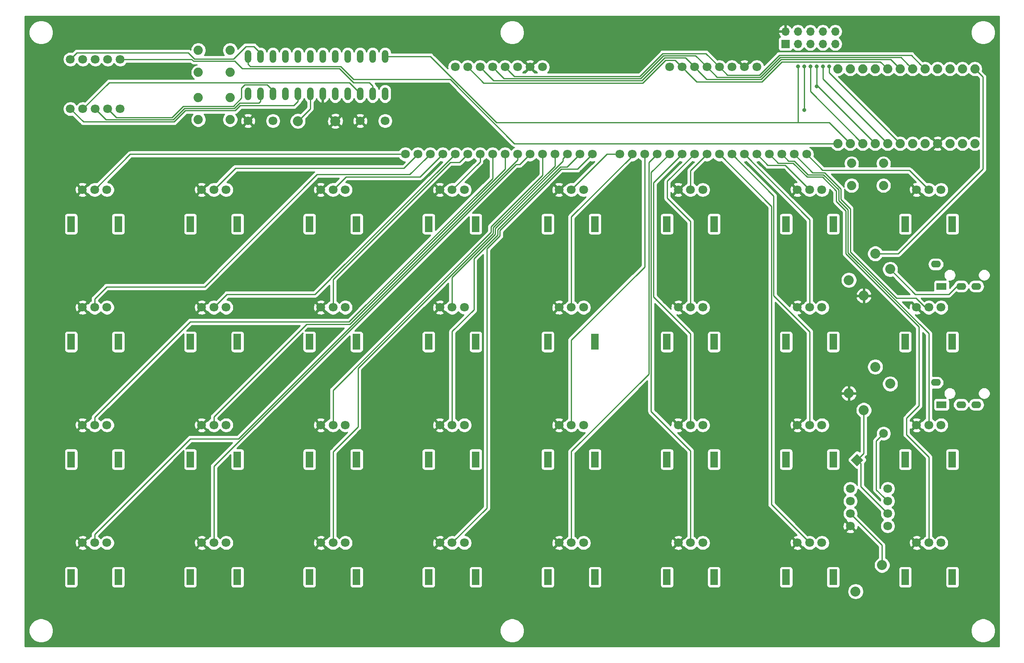
<source format=gbr>
G04 #@! TF.GenerationSoftware,KiCad,Pcbnew,(5.1.8-0-10_14)*
G04 #@! TF.CreationDate,2020-12-02T17:46:36+02:00*
G04 #@! TF.ProjectId,N32B,4e333242-2e6b-4696-9361-645f70636258,V1.0*
G04 #@! TF.SameCoordinates,Original*
G04 #@! TF.FileFunction,Copper,L1,Top*
G04 #@! TF.FilePolarity,Positive*
%FSLAX46Y46*%
G04 Gerber Fmt 4.6, Leading zero omitted, Abs format (unit mm)*
G04 Created by KiCad (PCBNEW (5.1.8-0-10_14)) date 2020-12-02 17:46:36*
%MOMM*%
%LPD*%
G01*
G04 APERTURE LIST*
G04 #@! TA.AperFunction,ComponentPad*
%ADD10R,1.700000X1.700000*%
G04 #@! TD*
G04 #@! TA.AperFunction,ComponentPad*
%ADD11O,1.700000X1.700000*%
G04 #@! TD*
G04 #@! TA.AperFunction,ComponentPad*
%ADD12C,1.800000*%
G04 #@! TD*
G04 #@! TA.AperFunction,ComponentPad*
%ADD13C,0.100000*%
G04 #@! TD*
G04 #@! TA.AperFunction,ComponentPad*
%ADD14R,1.500000X3.200000*%
G04 #@! TD*
G04 #@! TA.AperFunction,ComponentPad*
%ADD15C,2.032000*%
G04 #@! TD*
G04 #@! TA.AperFunction,ComponentPad*
%ADD16O,2.000000X1.400000*%
G04 #@! TD*
G04 #@! TA.AperFunction,ComponentPad*
%ADD17R,2.000000X1.400000*%
G04 #@! TD*
G04 #@! TA.AperFunction,ComponentPad*
%ADD18O,1.320800X2.641600*%
G04 #@! TD*
G04 #@! TA.AperFunction,ComponentPad*
%ADD19C,1.879600*%
G04 #@! TD*
G04 #@! TA.AperFunction,ViaPad*
%ADD20C,0.800000*%
G04 #@! TD*
G04 #@! TA.AperFunction,Conductor*
%ADD21C,0.250000*%
G04 #@! TD*
G04 #@! TA.AperFunction,Conductor*
%ADD22C,0.254000*%
G04 #@! TD*
G04 #@! TA.AperFunction,Conductor*
%ADD23C,0.100000*%
G04 #@! TD*
G04 APERTURE END LIST*
D10*
X184150000Y-28702000D03*
D11*
X184150000Y-26162000D03*
X186690000Y-28702000D03*
X186690000Y-26162000D03*
X189230000Y-28702000D03*
X189230000Y-26162000D03*
X191770000Y-28702000D03*
X191770000Y-26162000D03*
X194310000Y-28702000D03*
X194310000Y-26162000D03*
D12*
X74628000Y-44386000D03*
X79708000Y-44386000D03*
X97488000Y-44386000D03*
X102568000Y-44386000D03*
X38428000Y-31832000D03*
X38428000Y-41952000D03*
X40968000Y-31832000D03*
X40968000Y-41952000D03*
X43508000Y-31832000D03*
X43508000Y-41952000D03*
X46048000Y-31832000D03*
X46048000Y-41952000D03*
X48588000Y-31832000D03*
X48588000Y-41952000D03*
G04 #@! TA.AperFunction,ComponentPad*
G36*
G01*
X203524758Y-108775242D02*
X203524758Y-108775242D01*
G75*
G02*
X203524758Y-107502450I636396J636396D01*
G01*
X203524758Y-107502450D01*
G75*
G02*
X204797550Y-107502450I636396J-636396D01*
G01*
X204797550Y-107502450D01*
G75*
G02*
X204797550Y-108775242I-636396J-636396D01*
G01*
X204797550Y-108775242D01*
G75*
G02*
X203524758Y-108775242I-636396J636396D01*
G01*
G37*
G04 #@! TD.AperFunction*
G04 #@! TA.AperFunction,ComponentPad*
D13*
G36*
X198773000Y-114799792D02*
G01*
X197500208Y-113527000D01*
X198773000Y-112254208D01*
X200045792Y-113527000D01*
X198773000Y-114799792D01*
G37*
G04 #@! TD.AperFunction*
D12*
X215882001Y-130440000D03*
X213382001Y-130440000D03*
X210882001Y-130440000D03*
D14*
X208582001Y-137440000D03*
X218182001Y-137440000D03*
D12*
X191596001Y-130440000D03*
X189096001Y-130440000D03*
X186596001Y-130440000D03*
D14*
X184296001Y-137440000D03*
X193896001Y-137440000D03*
D12*
X167310001Y-130440000D03*
X164810001Y-130440000D03*
X162310001Y-130440000D03*
D14*
X160010001Y-137440000D03*
X169610001Y-137440000D03*
D12*
X143024001Y-130440000D03*
X140524001Y-130440000D03*
X138024001Y-130440000D03*
D14*
X135724001Y-137440000D03*
X145324001Y-137440000D03*
D12*
X118738002Y-130440000D03*
X116238002Y-130440000D03*
X113738002Y-130440000D03*
D14*
X111438002Y-137440000D03*
X121038002Y-137440000D03*
D12*
X94452001Y-130440000D03*
X91952001Y-130440000D03*
X89452001Y-130440000D03*
D14*
X87152001Y-137440000D03*
X96752001Y-137440000D03*
D12*
X70166001Y-130440000D03*
X67666001Y-130440000D03*
X65166001Y-130440000D03*
D14*
X62866001Y-137440000D03*
X72466001Y-137440000D03*
D12*
X215882001Y-106439999D03*
X213382001Y-106439999D03*
X210882001Y-106439999D03*
D14*
X208582001Y-113439999D03*
X218182001Y-113439999D03*
D12*
X191596001Y-106439999D03*
X189096001Y-106439999D03*
X186596001Y-106439999D03*
D14*
X184296001Y-113439999D03*
X193896001Y-113439999D03*
D12*
X167310001Y-106439999D03*
X164810001Y-106439999D03*
X162310001Y-106439999D03*
D14*
X160010001Y-113439999D03*
X169610001Y-113439999D03*
D12*
X143024001Y-106439999D03*
X140524001Y-106439999D03*
X138024001Y-106439999D03*
D14*
X135724001Y-113439999D03*
X145324001Y-113439999D03*
D12*
X118738002Y-106439999D03*
X116238002Y-106439999D03*
X113738002Y-106439999D03*
D14*
X111438002Y-113439999D03*
X121038002Y-113439999D03*
D12*
X94452001Y-106439999D03*
X91952001Y-106439999D03*
X89452001Y-106439999D03*
D14*
X87152001Y-113439999D03*
X96752001Y-113439999D03*
D12*
X70166001Y-106439999D03*
X67666001Y-106439999D03*
X65166001Y-106439999D03*
D14*
X62866001Y-113439999D03*
X72466001Y-113439999D03*
D12*
X45880001Y-106439999D03*
X43380001Y-106439999D03*
X40880001Y-106439999D03*
D14*
X38580001Y-113439999D03*
X48180001Y-113439999D03*
D12*
X215882001Y-82439999D03*
X213382001Y-82439999D03*
X210882001Y-82439999D03*
D14*
X208582001Y-89439999D03*
X218182001Y-89439999D03*
D12*
X191596001Y-82439999D03*
X189096001Y-82439999D03*
X186596001Y-82439999D03*
D14*
X184296001Y-89439999D03*
X193896001Y-89439999D03*
D12*
X167310001Y-82439999D03*
X164810001Y-82439999D03*
X162310001Y-82439999D03*
D14*
X160010001Y-89439999D03*
X169610001Y-89439999D03*
D12*
X143024001Y-82439999D03*
X140524001Y-82439999D03*
X138024001Y-82439999D03*
D14*
X135724001Y-89439999D03*
X145324001Y-89439999D03*
D12*
X118738002Y-82439999D03*
X116238002Y-82439999D03*
X113738002Y-82439999D03*
D14*
X111438002Y-89439999D03*
X121038002Y-89439999D03*
D12*
X94452001Y-82439999D03*
X91952001Y-82439999D03*
X89452001Y-82439999D03*
D14*
X87152001Y-89439999D03*
X96752001Y-89439999D03*
D12*
X70166001Y-82439999D03*
X67666001Y-82439999D03*
X65166001Y-82439999D03*
D14*
X62866001Y-89439999D03*
X72466001Y-89439999D03*
D12*
X45880001Y-82439999D03*
X43380001Y-82439999D03*
X40880001Y-82439999D03*
D14*
X38580001Y-89439999D03*
X48180001Y-89439999D03*
D12*
X215882001Y-58440000D03*
X213382001Y-58440000D03*
X210882001Y-58440000D03*
D14*
X208582001Y-65440000D03*
X218182001Y-65440000D03*
D12*
X191596001Y-58440000D03*
X189096001Y-58440000D03*
X186596001Y-58440000D03*
D14*
X184296001Y-65440000D03*
X193896001Y-65440000D03*
D12*
X167310001Y-58440000D03*
X164810001Y-58440000D03*
X162310001Y-58440000D03*
D14*
X160010001Y-65440000D03*
X169610001Y-65440000D03*
D12*
X143024001Y-58440000D03*
X140524001Y-58440000D03*
X138024001Y-58440000D03*
D14*
X135724001Y-65440000D03*
X145324001Y-65440000D03*
D12*
X118738002Y-58440000D03*
X116238002Y-58440000D03*
X113738002Y-58440000D03*
D14*
X111438002Y-65440000D03*
X121038002Y-65440000D03*
D12*
X70166001Y-58440000D03*
X67666001Y-58440000D03*
X65166001Y-58440000D03*
D14*
X62866001Y-65440000D03*
X72466001Y-65440000D03*
D12*
X94452001Y-58440000D03*
X91952001Y-58440000D03*
X89452001Y-58440000D03*
D14*
X87152001Y-65440000D03*
X96752001Y-65440000D03*
D12*
X45880001Y-130440000D03*
X43380001Y-130440000D03*
X40880001Y-130440000D03*
D14*
X38580001Y-137440000D03*
X48180001Y-137440000D03*
D12*
X45880001Y-58440000D03*
X43380001Y-58440000D03*
X40880001Y-58440000D03*
D14*
X38580001Y-65440000D03*
X48180001Y-65440000D03*
D12*
X204990700Y-119405400D03*
X197370700Y-119405400D03*
X204990700Y-121945400D03*
X197370700Y-121945400D03*
X204990700Y-124485400D03*
X197370700Y-124485400D03*
X204990700Y-127025400D03*
X197370700Y-127025400D03*
D15*
X202465077Y-71473923D03*
X197076923Y-76862077D03*
X200124923Y-80037077D03*
X205513077Y-74648923D03*
X84788000Y-44446000D03*
X92408000Y-44446000D03*
X200124923Y-103396077D03*
X205513077Y-98007923D03*
X198453923Y-140371077D03*
X203842077Y-134982923D03*
X202465077Y-94557923D03*
X197076923Y-99946077D03*
D16*
X223068000Y-78138000D03*
X219968000Y-78138000D03*
D17*
X215968000Y-78138000D03*
D16*
X214818000Y-73638000D03*
D12*
X144780000Y-51196000D03*
X142240000Y-51196000D03*
X139700000Y-51196000D03*
X137160000Y-51196000D03*
X134620000Y-51196000D03*
X134620000Y-33416000D03*
X132080000Y-51196000D03*
X132080000Y-33416000D03*
X129540000Y-51196000D03*
X129540000Y-33416000D03*
X127000000Y-51196000D03*
X127000000Y-33416000D03*
X124460000Y-51196000D03*
X124460000Y-33416000D03*
X121920000Y-51196000D03*
X121920000Y-33416000D03*
X119380000Y-51196000D03*
X119380000Y-33416000D03*
X116840000Y-51196000D03*
X116840000Y-33416000D03*
X114300000Y-51196000D03*
X111760000Y-51196000D03*
X109220000Y-51196000D03*
X106680000Y-51196000D03*
X188468000Y-51196000D03*
X185928000Y-51196000D03*
X183388000Y-51196000D03*
X180848000Y-51196000D03*
X178308000Y-51196000D03*
X178308000Y-33416000D03*
X175768000Y-51196000D03*
X175768000Y-33416000D03*
X173228000Y-51196000D03*
X173228000Y-33416000D03*
X170688000Y-51196000D03*
X170688000Y-33416000D03*
X168148000Y-51196000D03*
X168148000Y-33416000D03*
X165608000Y-51196000D03*
X165608000Y-33416000D03*
X163068000Y-51196000D03*
X163068000Y-33416000D03*
X160528000Y-51196000D03*
X160528000Y-33416000D03*
X157988000Y-51196000D03*
X155448000Y-51196000D03*
X152908000Y-51196000D03*
X150368000Y-51196000D03*
D18*
X102568000Y-38862000D03*
X100028000Y-38862000D03*
X97488000Y-38862000D03*
X94948000Y-38862000D03*
X92408000Y-38862000D03*
X89868000Y-38862000D03*
X87328000Y-38862000D03*
X84788000Y-38862000D03*
X82248000Y-38862000D03*
X79708000Y-38862000D03*
X77168000Y-38862000D03*
X74628000Y-38862000D03*
X74628000Y-31242000D03*
X77168000Y-31242000D03*
X79708000Y-31242000D03*
X82248000Y-31242000D03*
X84788000Y-31242000D03*
X87328000Y-31242000D03*
X89868000Y-31242000D03*
X92408000Y-31242000D03*
X94948000Y-31242000D03*
X97488000Y-31242000D03*
X100028000Y-31242000D03*
X102568000Y-31242000D03*
D19*
X64482980Y-39613840D03*
X70985380Y-39613840D03*
X64482980Y-44135040D03*
X70985380Y-44135040D03*
X64480440Y-29989780D03*
X70982840Y-29989780D03*
X64480440Y-34510980D03*
X70982840Y-34510980D03*
X222758000Y-33782000D03*
X220218000Y-33782000D03*
X217678000Y-33782000D03*
X215138000Y-33782000D03*
X212598000Y-33782000D03*
X210058000Y-33782000D03*
X207518000Y-33782000D03*
X204978000Y-33782000D03*
X202438000Y-33782000D03*
X199898000Y-33782000D03*
X197358000Y-33782000D03*
X194818000Y-33782000D03*
X194818000Y-49022000D03*
X197358000Y-49022000D03*
X199898000Y-49022000D03*
X202438000Y-49022000D03*
X204978000Y-49022000D03*
X207518000Y-49022000D03*
X210058000Y-49022000D03*
X212598000Y-49022000D03*
X215138000Y-49022000D03*
X217678000Y-49022000D03*
X220218000Y-49022000D03*
X222758000Y-49022000D03*
D16*
X214818000Y-97768000D03*
D17*
X215968000Y-102268000D03*
D16*
X219968000Y-102268000D03*
X223068000Y-102268000D03*
D19*
X204139800Y-57581800D03*
X197637400Y-57581800D03*
X204139800Y-53060600D03*
X197637400Y-53060600D03*
D20*
X187960000Y-33273996D03*
X187960000Y-42164000D03*
X190500000Y-33274000D03*
X190499997Y-37338003D03*
X193040000Y-33273994D03*
X189230000Y-33274000D03*
X186690000Y-33274000D03*
X191770000Y-33274004D03*
D21*
X154493385Y-35306000D02*
X128890000Y-35306000D01*
X170688000Y-33416000D02*
X167925967Y-30653967D01*
X128890000Y-35306000D02*
X127899999Y-34315999D01*
X167925967Y-30653967D02*
X159145417Y-30653967D01*
X127899999Y-34315999D02*
X127000000Y-33416000D01*
X159145417Y-30653967D02*
X154493385Y-35306000D01*
X211658201Y-32842201D02*
X212598000Y-33782000D01*
X182879997Y-30988003D02*
X209804003Y-30988003D01*
X172324000Y-35052000D02*
X178816000Y-35052000D01*
X178816000Y-35052000D02*
X182879997Y-30988003D01*
X170688000Y-33416000D02*
X172324000Y-35052000D01*
X209804003Y-30988003D02*
X211658201Y-32842201D01*
X154679785Y-35756011D02*
X126800011Y-35756011D01*
X126800011Y-35756011D02*
X125359999Y-34315999D01*
X159331817Y-31103978D02*
X154679785Y-35756011D01*
X125359999Y-34315999D02*
X124460000Y-33416000D01*
X168148000Y-33416000D02*
X165835978Y-31103978D01*
X165835978Y-31103978D02*
X159331817Y-31103978D01*
X209118201Y-32842201D02*
X210058000Y-33782000D01*
X183066397Y-31438014D02*
X207714014Y-31438014D01*
X168148000Y-33416000D02*
X170234011Y-35502011D01*
X170234011Y-35502011D02*
X179002400Y-35502011D01*
X207714014Y-31438014D02*
X209118201Y-32842201D01*
X179002400Y-35502011D02*
X183066397Y-31438014D01*
X122819999Y-34315999D02*
X121920000Y-33416000D01*
X159518217Y-31553989D02*
X154866185Y-36206022D01*
X165608000Y-33416000D02*
X163745989Y-31553989D01*
X163745989Y-31553989D02*
X159518217Y-31553989D01*
X154866185Y-36206022D02*
X124710022Y-36206022D01*
X124710022Y-36206022D02*
X122819999Y-34315999D01*
X207518000Y-33782000D02*
X205624025Y-31888025D01*
X168144022Y-35952022D02*
X166507999Y-34315999D01*
X205624025Y-31888025D02*
X183252797Y-31888025D01*
X179188800Y-35952022D02*
X168144022Y-35952022D01*
X183252797Y-31888025D02*
X179188800Y-35952022D01*
X166507999Y-34315999D02*
X165608000Y-33416000D01*
X162468001Y-32816001D02*
X163068000Y-33416000D01*
X155052584Y-36656033D02*
X159704617Y-32004000D01*
X159704617Y-32004000D02*
X161656000Y-32004000D01*
X119380000Y-33416000D02*
X122620033Y-36656033D01*
X122620033Y-36656033D02*
X155052584Y-36656033D01*
X161656000Y-32004000D02*
X162468001Y-32816001D01*
X179375200Y-36402033D02*
X166054033Y-36402033D01*
X203534036Y-32338036D02*
X183439197Y-32338036D01*
X183439197Y-32338036D02*
X179375200Y-36402033D01*
X204978000Y-33782000D02*
X203534036Y-32338036D01*
X166054033Y-36402033D02*
X163967999Y-34315999D01*
X163967999Y-34315999D02*
X163068000Y-33416000D01*
X77168000Y-30581600D02*
X77168000Y-31242000D01*
X74168000Y-29210000D02*
X75796400Y-29210000D01*
X71628000Y-31750000D02*
X74168000Y-29210000D01*
X63691206Y-31750000D02*
X71628000Y-31750000D01*
X39780000Y-30480000D02*
X62421206Y-30480000D01*
X75796400Y-29210000D02*
X77168000Y-30581600D01*
X38428000Y-31832000D02*
X39780000Y-30480000D01*
X62421206Y-30480000D02*
X63691206Y-31750000D01*
X59551979Y-44588022D02*
X61837979Y-42302022D01*
X84788000Y-40432800D02*
X84788000Y-38862000D01*
X61837979Y-42302022D02*
X72000799Y-42302022D01*
X72000799Y-42302022D02*
X73027822Y-41275000D01*
X73027822Y-41275000D02*
X83945800Y-41275000D01*
X83945800Y-41275000D02*
X84788000Y-40432800D01*
X38428000Y-41952000D02*
X41064022Y-44588022D01*
X41064022Y-44588022D02*
X59551979Y-44588022D01*
X97488000Y-38814000D02*
X97488000Y-38862000D01*
X95250000Y-36576000D02*
X97488000Y-38814000D01*
X40968000Y-41952000D02*
X46344000Y-36576000D01*
X46344000Y-36576000D02*
X95250000Y-36576000D01*
X77168000Y-40432800D02*
X77168000Y-38862000D01*
X43508000Y-41952000D02*
X45694011Y-44138011D01*
X59365579Y-44138011D02*
X61651579Y-41852011D01*
X61651579Y-41852011D02*
X71814399Y-41852011D01*
X72899411Y-40767000D02*
X76833800Y-40767000D01*
X76833800Y-40767000D02*
X77168000Y-40432800D01*
X71814399Y-41852011D02*
X72899411Y-40767000D01*
X45694011Y-44138011D02*
X59365579Y-44138011D01*
X78532411Y-37026011D02*
X79708000Y-38201600D01*
X73971989Y-37026011D02*
X78532411Y-37026011D01*
X73279000Y-39750999D02*
X73279000Y-37719000D01*
X71627999Y-41402000D02*
X73279000Y-39750999D01*
X61465179Y-41402000D02*
X71627999Y-41402000D01*
X59179179Y-43688000D02*
X61465179Y-41402000D01*
X47784000Y-43688000D02*
X59179179Y-43688000D01*
X79708000Y-38201600D02*
X79708000Y-38862000D01*
X73279000Y-37719000D02*
X73971989Y-37026011D01*
X46048000Y-41952000D02*
X47784000Y-43688000D01*
X100028000Y-37291200D02*
X100028000Y-38862000D01*
X63136795Y-31832000D02*
X63504806Y-32200011D01*
X93285601Y-33724011D02*
X96137590Y-36576000D01*
X71952422Y-32200011D02*
X73476422Y-33724011D01*
X96137590Y-36576000D02*
X99312800Y-36576000D01*
X63504806Y-32200011D02*
X71952422Y-32200011D01*
X73476422Y-33724011D02*
X93285601Y-33724011D01*
X99312800Y-36576000D02*
X100028000Y-37291200D01*
X48588000Y-31832000D02*
X63136795Y-31832000D01*
X74628000Y-31242000D02*
X74628000Y-32812800D01*
X74628000Y-32812800D02*
X75089200Y-33274000D01*
X75089200Y-33274000D02*
X93472000Y-33274000D01*
X115828411Y-35946822D02*
X128903589Y-49022000D01*
X93472000Y-33274000D02*
X96144822Y-35946822D01*
X193488923Y-49022000D02*
X194818000Y-49022000D01*
X96144822Y-35946822D02*
X115828411Y-35946822D01*
X128903589Y-49022000D02*
X193488923Y-49022000D01*
X187960000Y-33273996D02*
X187960000Y-42164000D01*
X202438000Y-49022000D02*
X190754003Y-37338003D01*
X190754003Y-37338003D02*
X190499997Y-37338003D01*
X190500000Y-37338000D02*
X190499997Y-37338003D01*
X190500000Y-33274000D02*
X190500000Y-37338000D01*
X87328000Y-41906000D02*
X87328000Y-38862000D01*
X84788000Y-44446000D02*
X87328000Y-41906000D01*
X50624001Y-51196000D02*
X106680000Y-51196000D01*
X43380001Y-58440000D02*
X50624001Y-51196000D01*
X106414043Y-54001957D02*
X109220000Y-51196000D01*
X67666001Y-58440000D02*
X72104044Y-54001957D01*
X72104044Y-54001957D02*
X106414043Y-54001957D01*
X110860001Y-52095999D02*
X111760000Y-51196000D01*
X65786000Y-78232000D02*
X88666011Y-55351989D01*
X45818000Y-78232000D02*
X65786000Y-78232000D01*
X43380001Y-80669999D02*
X45818000Y-78232000D01*
X107604011Y-55351989D02*
X110860001Y-52095999D01*
X88666011Y-55351989D02*
X107604011Y-55351989D01*
X43380001Y-82439999D02*
X43380001Y-80669999D01*
X91952001Y-58440000D02*
X94590001Y-55802000D01*
X94590001Y-55802000D02*
X109694000Y-55802000D01*
X109694000Y-55802000D02*
X114300000Y-51196000D01*
X115940001Y-52095999D02*
X116840000Y-51196000D01*
X115923590Y-52095999D02*
X115940001Y-52095999D01*
X91501990Y-76517599D02*
X115923590Y-52095999D01*
X88280000Y-79756000D02*
X91501990Y-76534010D01*
X70350000Y-79756000D02*
X88280000Y-79756000D01*
X91501990Y-76534010D02*
X91501990Y-76517599D01*
X67666001Y-82439999D02*
X70350000Y-79756000D01*
X121920000Y-52758002D02*
X121920000Y-51196000D01*
X116238002Y-58440000D02*
X121920000Y-52758002D01*
X117744000Y-52832000D02*
X119380000Y-51196000D01*
X115824000Y-52832000D02*
X117744000Y-52832000D01*
X91952001Y-76703999D02*
X115824000Y-52832000D01*
X91952001Y-82439999D02*
X91952001Y-76703999D01*
X43380001Y-104828999D02*
X43380001Y-106439999D01*
X62865000Y-85344000D02*
X43380001Y-104828999D01*
X95245769Y-85344000D02*
X62865000Y-85344000D01*
X124460000Y-56129769D02*
X95245769Y-85344000D01*
X124460000Y-51196000D02*
X124460000Y-56129769D01*
X67666001Y-104736499D02*
X67666001Y-106439999D01*
X86550500Y-85852000D02*
X67666001Y-104736499D01*
X95374179Y-85852000D02*
X86550500Y-85852000D01*
X127000000Y-54226179D02*
X95374179Y-85852000D01*
X127000000Y-51196000D02*
X127000000Y-54226179D01*
X129540000Y-51196000D02*
X129540000Y-52322589D01*
X62865000Y-109220000D02*
X43380001Y-128704999D01*
X129540000Y-52322589D02*
X72642589Y-109220000D01*
X72642589Y-109220000D02*
X62865000Y-109220000D01*
X43380001Y-128704999D02*
X43380001Y-130440000D01*
X67666001Y-114832999D02*
X67666001Y-130440000D01*
X129990011Y-53285989D02*
X129213011Y-53285989D01*
X129213011Y-53285989D02*
X67666001Y-114832999D01*
X132080000Y-51196000D02*
X129990011Y-53285989D01*
X91952001Y-99311409D02*
X91952001Y-106439999D01*
X124148000Y-67115410D02*
X91952001Y-99311409D01*
X124148000Y-65981356D02*
X124148000Y-67115410D01*
X134620000Y-55509356D02*
X124148000Y-65981356D01*
X134620000Y-51196000D02*
X134620000Y-55509356D01*
X91952001Y-111882999D02*
X91952001Y-130440000D01*
X97028000Y-94871820D02*
X97028000Y-106807000D01*
X124598011Y-66167756D02*
X124598011Y-67301810D01*
X137160000Y-53605767D02*
X124598011Y-66167756D01*
X97028000Y-106807000D02*
X91952001Y-111882999D01*
X124598011Y-67301810D02*
X97028000Y-94871820D01*
X137160000Y-51196000D02*
X137160000Y-53605767D01*
X116238002Y-76298230D02*
X116238002Y-82439999D01*
X139700000Y-51196000D02*
X138800001Y-52095999D01*
X138800001Y-52095999D02*
X138800001Y-52602177D01*
X125048022Y-67488210D02*
X116238002Y-76298230D01*
X138800001Y-52602177D02*
X125048022Y-66354156D01*
X125048022Y-66354156D02*
X125048022Y-67488210D01*
X116238002Y-87342998D02*
X116238002Y-106439999D01*
X120650000Y-72522642D02*
X120650000Y-82931000D01*
X125498033Y-67674610D02*
X120650000Y-72522642D01*
X138259600Y-53778989D02*
X125498033Y-66540556D01*
X120650000Y-82931000D02*
X116238002Y-87342998D01*
X139657011Y-53778989D02*
X138259600Y-53778989D01*
X125498033Y-66540556D02*
X125498033Y-67674610D01*
X142240000Y-51196000D02*
X139657011Y-53778989D01*
X123317000Y-123361002D02*
X116238002Y-130440000D01*
X123317000Y-70492054D02*
X123317000Y-123361002D01*
X125948044Y-67861010D02*
X123317000Y-70492054D01*
X125948044Y-66726956D02*
X125948044Y-67861010D01*
X138446000Y-54229000D02*
X125948044Y-66726956D01*
X141747000Y-54229000D02*
X138446000Y-54229000D01*
X144780000Y-51196000D02*
X141747000Y-54229000D01*
X209425001Y-54483000D02*
X213382001Y-58440000D01*
X191755000Y-54483000D02*
X209425001Y-54483000D01*
X188468000Y-51196000D02*
X191755000Y-54483000D01*
X210745744Y-80518000D02*
X212667743Y-82439999D01*
X212667743Y-82439999D02*
X213382001Y-82439999D01*
X197358000Y-71120000D02*
X206756000Y-80518000D01*
X197358000Y-62337000D02*
X197358000Y-71120000D01*
X206756000Y-80518000D02*
X210745744Y-80518000D01*
X189683978Y-54951978D02*
X192111978Y-54951978D01*
X195448022Y-58288022D02*
X195448022Y-60427022D01*
X195448022Y-60427022D02*
X197358000Y-62337000D01*
X192111978Y-54951978D02*
X195448022Y-58288022D01*
X185928000Y-51196000D02*
X189683978Y-54951978D01*
X194998011Y-60627011D02*
X196907989Y-62536989D01*
X183388000Y-51196000D02*
X184770000Y-52578000D01*
X213382001Y-105167207D02*
X213382001Y-106439999D01*
X185940998Y-52578000D02*
X188764987Y-55401989D01*
X196907989Y-71306400D02*
X213382001Y-87780412D01*
X196907989Y-62536989D02*
X196907989Y-71306400D01*
X213382001Y-87780412D02*
X213382001Y-105167207D01*
X184770000Y-52578000D02*
X185940998Y-52578000D01*
X194998011Y-58474421D02*
X194998011Y-60627011D01*
X191925579Y-55401989D02*
X194998011Y-58474421D01*
X188764987Y-55401989D02*
X191925579Y-55401989D01*
X211372989Y-86407810D02*
X211372989Y-102477011D01*
X211372989Y-102477011D02*
X208823000Y-105027000D01*
X208823000Y-108377000D02*
X213382001Y-112936001D01*
X191739180Y-55852000D02*
X194548000Y-58660820D01*
X185754598Y-53028011D02*
X188578587Y-55852000D01*
X194548000Y-60827000D02*
X196457978Y-62736978D01*
X182680011Y-53028011D02*
X185754598Y-53028011D01*
X180848000Y-51196000D02*
X182680011Y-53028011D01*
X188578587Y-55852000D02*
X191739180Y-55852000D01*
X196457978Y-62736978D02*
X196457978Y-71492800D01*
X208823000Y-105027000D02*
X208823000Y-108377000D01*
X194548000Y-58660820D02*
X194548000Y-60827000D01*
X196457978Y-71492800D02*
X211372989Y-86407810D01*
X213382001Y-112936001D02*
X213382001Y-130440000D01*
X184134023Y-53478022D02*
X189096001Y-58440000D01*
X180590022Y-53478022D02*
X184134023Y-53478022D01*
X178308000Y-51196000D02*
X180590022Y-53478022D01*
X189096001Y-64524001D02*
X189096001Y-82439999D01*
X175768000Y-51196000D02*
X189096001Y-64524001D01*
X189096001Y-87369001D02*
X189096001Y-106439999D01*
X181737000Y-80010000D02*
X189096001Y-87369001D01*
X181737000Y-59705000D02*
X181737000Y-80010000D01*
X173228000Y-51196000D02*
X181737000Y-59705000D01*
X181286989Y-122630988D02*
X189096001Y-130440000D01*
X181286989Y-61794989D02*
X181286989Y-122630988D01*
X170688000Y-51196000D02*
X181286989Y-61794989D01*
X164810001Y-54645999D02*
X164810001Y-58440000D01*
X164810001Y-54533999D02*
X164810001Y-54645999D01*
X168148000Y-51196000D02*
X164810001Y-54533999D01*
X164810001Y-64861001D02*
X164810001Y-82439999D01*
X160098000Y-60149000D02*
X164810001Y-64861001D01*
X160098000Y-56706000D02*
X160098000Y-60149000D01*
X165608000Y-51196000D02*
X160098000Y-56706000D01*
X164810001Y-87848001D02*
X164810001Y-106439999D01*
X157248040Y-80286040D02*
X164810001Y-87848001D01*
X157248040Y-57015960D02*
X157248040Y-80286040D01*
X163068000Y-51196000D02*
X157248040Y-57015960D01*
X156798030Y-54925970D02*
X160528000Y-51196000D01*
X156798030Y-103648530D02*
X156798030Y-54925970D01*
X164810001Y-111660501D02*
X156798030Y-103648530D01*
X164810001Y-130440000D02*
X164810001Y-111660501D01*
X140524001Y-111824999D02*
X140524001Y-130440000D01*
X156348020Y-96000980D02*
X140524001Y-111824999D01*
X156348020Y-52835980D02*
X156348020Y-96000980D01*
X157988000Y-51196000D02*
X156348020Y-52835980D01*
X140524001Y-89091999D02*
X140524001Y-106439999D01*
X155448000Y-74168000D02*
X140524001Y-89091999D01*
X155448000Y-51196000D02*
X155448000Y-74168000D01*
X152908000Y-51562000D02*
X152908000Y-51196000D01*
X140524001Y-63945999D02*
X152908000Y-51562000D01*
X140524001Y-82439999D02*
X140524001Y-63945999D01*
X147768001Y-51196000D02*
X140524001Y-58440000D01*
X150368000Y-51196000D02*
X147768001Y-51196000D01*
X224409000Y-54229000D02*
X224409000Y-35433000D01*
X224409000Y-35433000D02*
X222758000Y-33782000D01*
X207164077Y-71473923D02*
X224409000Y-54229000D01*
X202465077Y-71473923D02*
X207164077Y-71473923D01*
X219042000Y-78138000D02*
X219968000Y-78138000D01*
X217424000Y-79756000D02*
X219042000Y-78138000D01*
X210620154Y-79756000D02*
X217424000Y-79756000D01*
X205513077Y-74648923D02*
X210620154Y-79756000D01*
X199498000Y-114252000D02*
X198773000Y-113527000D01*
X204990700Y-124485400D02*
X199498000Y-118992700D01*
X199498000Y-118992700D02*
X199498000Y-114252000D01*
X200124923Y-112175077D02*
X200124923Y-103396077D01*
X198773000Y-113527000D02*
X200124923Y-112175077D01*
X204090701Y-121045401D02*
X204990700Y-121945400D01*
X202673000Y-109627000D02*
X202673000Y-119627700D01*
X202673000Y-119627700D02*
X204090701Y-121045401D01*
X204161154Y-108138846D02*
X202673000Y-109627000D01*
X203842077Y-130956777D02*
X197370700Y-124485400D01*
X203842077Y-134982923D02*
X203842077Y-130956777D01*
X207518000Y-49022000D02*
X193040000Y-34544000D01*
X193040000Y-34544000D02*
X193040000Y-33273994D01*
X189230000Y-33839685D02*
X189230000Y-33274000D01*
X189230000Y-38411004D02*
X189230000Y-33839685D01*
X199840996Y-49022000D02*
X189230000Y-38411004D01*
X199898000Y-49022000D02*
X199840996Y-49022000D01*
X193040000Y-44704000D02*
X197358000Y-49022000D01*
X186690000Y-44704000D02*
X193040000Y-44704000D01*
X125222000Y-44704000D02*
X186690000Y-44704000D01*
X111760000Y-31242000D02*
X125222000Y-44704000D01*
X102568000Y-31242000D02*
X111760000Y-31242000D01*
X186690000Y-43434000D02*
X186690000Y-44704000D01*
X186690000Y-33274000D02*
X186690000Y-43434000D01*
X204978000Y-49022000D02*
X191770000Y-35814000D01*
X191770000Y-35814000D02*
X191770000Y-33274004D01*
D22*
X227712639Y-151617002D02*
X29183000Y-151617000D01*
X29183000Y-148106773D01*
X29955062Y-148106773D01*
X29955062Y-148597839D01*
X30050864Y-149079469D01*
X30238787Y-149533155D01*
X30511609Y-149941461D01*
X30858845Y-150288697D01*
X31267151Y-150561519D01*
X31720837Y-150749442D01*
X32202467Y-150845244D01*
X32693533Y-150845244D01*
X33175163Y-150749442D01*
X33628849Y-150561519D01*
X34037155Y-150288697D01*
X34384391Y-149941461D01*
X34657213Y-149533155D01*
X34845136Y-149079469D01*
X34940938Y-148597839D01*
X34940938Y-148106773D01*
X125955062Y-148106773D01*
X125955062Y-148597839D01*
X126050864Y-149079469D01*
X126238787Y-149533155D01*
X126511609Y-149941461D01*
X126858845Y-150288697D01*
X127267151Y-150561519D01*
X127720837Y-150749442D01*
X128202467Y-150845244D01*
X128693533Y-150845244D01*
X129175163Y-150749442D01*
X129628849Y-150561519D01*
X130037155Y-150288697D01*
X130384391Y-149941461D01*
X130657213Y-149533155D01*
X130845136Y-149079469D01*
X130940938Y-148597839D01*
X130940938Y-148106773D01*
X221955062Y-148106773D01*
X221955062Y-148597839D01*
X222050864Y-149079469D01*
X222238787Y-149533155D01*
X222511609Y-149941461D01*
X222858845Y-150288697D01*
X223267151Y-150561519D01*
X223720837Y-150749442D01*
X224202467Y-150845244D01*
X224693533Y-150845244D01*
X225175163Y-150749442D01*
X225628849Y-150561519D01*
X226037155Y-150288697D01*
X226384391Y-149941461D01*
X226657213Y-149533155D01*
X226845136Y-149079469D01*
X226940938Y-148597839D01*
X226940938Y-148106773D01*
X226845136Y-147625143D01*
X226657213Y-147171457D01*
X226384391Y-146763151D01*
X226037155Y-146415915D01*
X225628849Y-146143093D01*
X225175163Y-145955170D01*
X224693533Y-145859368D01*
X224202467Y-145859368D01*
X223720837Y-145955170D01*
X223267151Y-146143093D01*
X222858845Y-146415915D01*
X222511609Y-146763151D01*
X222238787Y-147171457D01*
X222050864Y-147625143D01*
X221955062Y-148106773D01*
X130940938Y-148106773D01*
X130845136Y-147625143D01*
X130657213Y-147171457D01*
X130384391Y-146763151D01*
X130037155Y-146415915D01*
X129628849Y-146143093D01*
X129175163Y-145955170D01*
X128693533Y-145859368D01*
X128202467Y-145859368D01*
X127720837Y-145955170D01*
X127267151Y-146143093D01*
X126858845Y-146415915D01*
X126511609Y-146763151D01*
X126238787Y-147171457D01*
X126050864Y-147625143D01*
X125955062Y-148106773D01*
X34940938Y-148106773D01*
X34845136Y-147625143D01*
X34657213Y-147171457D01*
X34384391Y-146763151D01*
X34037155Y-146415915D01*
X33628849Y-146143093D01*
X33175163Y-145955170D01*
X32693533Y-145859368D01*
X32202467Y-145859368D01*
X31720837Y-145955170D01*
X31267151Y-146143093D01*
X30858845Y-146415915D01*
X30511609Y-146763151D01*
X30238787Y-147171457D01*
X30050864Y-147625143D01*
X29955062Y-148106773D01*
X29183000Y-148106773D01*
X29183000Y-140208468D01*
X196802923Y-140208468D01*
X196802923Y-140533686D01*
X196866370Y-140852656D01*
X196990826Y-141153119D01*
X197171508Y-141423528D01*
X197401472Y-141653492D01*
X197671881Y-141834174D01*
X197972344Y-141958630D01*
X198291314Y-142022077D01*
X198616532Y-142022077D01*
X198935502Y-141958630D01*
X199235965Y-141834174D01*
X199506374Y-141653492D01*
X199736338Y-141423528D01*
X199917020Y-141153119D01*
X200041476Y-140852656D01*
X200104923Y-140533686D01*
X200104923Y-140208468D01*
X200041476Y-139889498D01*
X199917020Y-139589035D01*
X199736338Y-139318626D01*
X199506374Y-139088662D01*
X199235965Y-138907980D01*
X198935502Y-138783524D01*
X198616532Y-138720077D01*
X198291314Y-138720077D01*
X197972344Y-138783524D01*
X197671881Y-138907980D01*
X197401472Y-139088662D01*
X197171508Y-139318626D01*
X196990826Y-139589035D01*
X196866370Y-139889498D01*
X196802923Y-140208468D01*
X29183000Y-140208468D01*
X29183000Y-135840000D01*
X37191929Y-135840000D01*
X37191929Y-139040000D01*
X37204189Y-139164482D01*
X37240499Y-139284180D01*
X37299464Y-139394494D01*
X37378816Y-139491185D01*
X37475507Y-139570537D01*
X37585821Y-139629502D01*
X37705519Y-139665812D01*
X37830001Y-139678072D01*
X39330001Y-139678072D01*
X39454483Y-139665812D01*
X39574181Y-139629502D01*
X39684495Y-139570537D01*
X39781186Y-139491185D01*
X39860538Y-139394494D01*
X39919503Y-139284180D01*
X39955813Y-139164482D01*
X39968073Y-139040000D01*
X39968073Y-135840000D01*
X46791929Y-135840000D01*
X46791929Y-139040000D01*
X46804189Y-139164482D01*
X46840499Y-139284180D01*
X46899464Y-139394494D01*
X46978816Y-139491185D01*
X47075507Y-139570537D01*
X47185821Y-139629502D01*
X47305519Y-139665812D01*
X47430001Y-139678072D01*
X48930001Y-139678072D01*
X49054483Y-139665812D01*
X49174181Y-139629502D01*
X49284495Y-139570537D01*
X49381186Y-139491185D01*
X49460538Y-139394494D01*
X49519503Y-139284180D01*
X49555813Y-139164482D01*
X49568073Y-139040000D01*
X49568073Y-135840000D01*
X61477929Y-135840000D01*
X61477929Y-139040000D01*
X61490189Y-139164482D01*
X61526499Y-139284180D01*
X61585464Y-139394494D01*
X61664816Y-139491185D01*
X61761507Y-139570537D01*
X61871821Y-139629502D01*
X61991519Y-139665812D01*
X62116001Y-139678072D01*
X63616001Y-139678072D01*
X63740483Y-139665812D01*
X63860181Y-139629502D01*
X63970495Y-139570537D01*
X64067186Y-139491185D01*
X64146538Y-139394494D01*
X64205503Y-139284180D01*
X64241813Y-139164482D01*
X64254073Y-139040000D01*
X64254073Y-135840000D01*
X71077929Y-135840000D01*
X71077929Y-139040000D01*
X71090189Y-139164482D01*
X71126499Y-139284180D01*
X71185464Y-139394494D01*
X71264816Y-139491185D01*
X71361507Y-139570537D01*
X71471821Y-139629502D01*
X71591519Y-139665812D01*
X71716001Y-139678072D01*
X73216001Y-139678072D01*
X73340483Y-139665812D01*
X73460181Y-139629502D01*
X73570495Y-139570537D01*
X73667186Y-139491185D01*
X73746538Y-139394494D01*
X73805503Y-139284180D01*
X73841813Y-139164482D01*
X73854073Y-139040000D01*
X73854073Y-135840000D01*
X85763929Y-135840000D01*
X85763929Y-139040000D01*
X85776189Y-139164482D01*
X85812499Y-139284180D01*
X85871464Y-139394494D01*
X85950816Y-139491185D01*
X86047507Y-139570537D01*
X86157821Y-139629502D01*
X86277519Y-139665812D01*
X86402001Y-139678072D01*
X87902001Y-139678072D01*
X88026483Y-139665812D01*
X88146181Y-139629502D01*
X88256495Y-139570537D01*
X88353186Y-139491185D01*
X88432538Y-139394494D01*
X88491503Y-139284180D01*
X88527813Y-139164482D01*
X88540073Y-139040000D01*
X88540073Y-135840000D01*
X95363929Y-135840000D01*
X95363929Y-139040000D01*
X95376189Y-139164482D01*
X95412499Y-139284180D01*
X95471464Y-139394494D01*
X95550816Y-139491185D01*
X95647507Y-139570537D01*
X95757821Y-139629502D01*
X95877519Y-139665812D01*
X96002001Y-139678072D01*
X97502001Y-139678072D01*
X97626483Y-139665812D01*
X97746181Y-139629502D01*
X97856495Y-139570537D01*
X97953186Y-139491185D01*
X98032538Y-139394494D01*
X98091503Y-139284180D01*
X98127813Y-139164482D01*
X98140073Y-139040000D01*
X98140073Y-135840000D01*
X110049930Y-135840000D01*
X110049930Y-139040000D01*
X110062190Y-139164482D01*
X110098500Y-139284180D01*
X110157465Y-139394494D01*
X110236817Y-139491185D01*
X110333508Y-139570537D01*
X110443822Y-139629502D01*
X110563520Y-139665812D01*
X110688002Y-139678072D01*
X112188002Y-139678072D01*
X112312484Y-139665812D01*
X112432182Y-139629502D01*
X112542496Y-139570537D01*
X112639187Y-139491185D01*
X112718539Y-139394494D01*
X112777504Y-139284180D01*
X112813814Y-139164482D01*
X112826074Y-139040000D01*
X112826074Y-135840000D01*
X119649930Y-135840000D01*
X119649930Y-139040000D01*
X119662190Y-139164482D01*
X119698500Y-139284180D01*
X119757465Y-139394494D01*
X119836817Y-139491185D01*
X119933508Y-139570537D01*
X120043822Y-139629502D01*
X120163520Y-139665812D01*
X120288002Y-139678072D01*
X121788002Y-139678072D01*
X121912484Y-139665812D01*
X122032182Y-139629502D01*
X122142496Y-139570537D01*
X122239187Y-139491185D01*
X122318539Y-139394494D01*
X122377504Y-139284180D01*
X122413814Y-139164482D01*
X122426074Y-139040000D01*
X122426074Y-135840000D01*
X134335929Y-135840000D01*
X134335929Y-139040000D01*
X134348189Y-139164482D01*
X134384499Y-139284180D01*
X134443464Y-139394494D01*
X134522816Y-139491185D01*
X134619507Y-139570537D01*
X134729821Y-139629502D01*
X134849519Y-139665812D01*
X134974001Y-139678072D01*
X136474001Y-139678072D01*
X136598483Y-139665812D01*
X136718181Y-139629502D01*
X136828495Y-139570537D01*
X136925186Y-139491185D01*
X137004538Y-139394494D01*
X137063503Y-139284180D01*
X137099813Y-139164482D01*
X137112073Y-139040000D01*
X137112073Y-135840000D01*
X143935929Y-135840000D01*
X143935929Y-139040000D01*
X143948189Y-139164482D01*
X143984499Y-139284180D01*
X144043464Y-139394494D01*
X144122816Y-139491185D01*
X144219507Y-139570537D01*
X144329821Y-139629502D01*
X144449519Y-139665812D01*
X144574001Y-139678072D01*
X146074001Y-139678072D01*
X146198483Y-139665812D01*
X146318181Y-139629502D01*
X146428495Y-139570537D01*
X146525186Y-139491185D01*
X146604538Y-139394494D01*
X146663503Y-139284180D01*
X146699813Y-139164482D01*
X146712073Y-139040000D01*
X146712073Y-135840000D01*
X158621929Y-135840000D01*
X158621929Y-139040000D01*
X158634189Y-139164482D01*
X158670499Y-139284180D01*
X158729464Y-139394494D01*
X158808816Y-139491185D01*
X158905507Y-139570537D01*
X159015821Y-139629502D01*
X159135519Y-139665812D01*
X159260001Y-139678072D01*
X160760001Y-139678072D01*
X160884483Y-139665812D01*
X161004181Y-139629502D01*
X161114495Y-139570537D01*
X161211186Y-139491185D01*
X161290538Y-139394494D01*
X161349503Y-139284180D01*
X161385813Y-139164482D01*
X161398073Y-139040000D01*
X161398073Y-135840000D01*
X168221929Y-135840000D01*
X168221929Y-139040000D01*
X168234189Y-139164482D01*
X168270499Y-139284180D01*
X168329464Y-139394494D01*
X168408816Y-139491185D01*
X168505507Y-139570537D01*
X168615821Y-139629502D01*
X168735519Y-139665812D01*
X168860001Y-139678072D01*
X170360001Y-139678072D01*
X170484483Y-139665812D01*
X170604181Y-139629502D01*
X170714495Y-139570537D01*
X170811186Y-139491185D01*
X170890538Y-139394494D01*
X170949503Y-139284180D01*
X170985813Y-139164482D01*
X170998073Y-139040000D01*
X170998073Y-135840000D01*
X182907929Y-135840000D01*
X182907929Y-139040000D01*
X182920189Y-139164482D01*
X182956499Y-139284180D01*
X183015464Y-139394494D01*
X183094816Y-139491185D01*
X183191507Y-139570537D01*
X183301821Y-139629502D01*
X183421519Y-139665812D01*
X183546001Y-139678072D01*
X185046001Y-139678072D01*
X185170483Y-139665812D01*
X185290181Y-139629502D01*
X185400495Y-139570537D01*
X185497186Y-139491185D01*
X185576538Y-139394494D01*
X185635503Y-139284180D01*
X185671813Y-139164482D01*
X185684073Y-139040000D01*
X185684073Y-135840000D01*
X192507929Y-135840000D01*
X192507929Y-139040000D01*
X192520189Y-139164482D01*
X192556499Y-139284180D01*
X192615464Y-139394494D01*
X192694816Y-139491185D01*
X192791507Y-139570537D01*
X192901821Y-139629502D01*
X193021519Y-139665812D01*
X193146001Y-139678072D01*
X194646001Y-139678072D01*
X194770483Y-139665812D01*
X194890181Y-139629502D01*
X195000495Y-139570537D01*
X195097186Y-139491185D01*
X195176538Y-139394494D01*
X195235503Y-139284180D01*
X195271813Y-139164482D01*
X195284073Y-139040000D01*
X195284073Y-135840000D01*
X195271813Y-135715518D01*
X195235503Y-135595820D01*
X195176538Y-135485506D01*
X195097186Y-135388815D01*
X195000495Y-135309463D01*
X194890181Y-135250498D01*
X194770483Y-135214188D01*
X194646001Y-135201928D01*
X193146001Y-135201928D01*
X193021519Y-135214188D01*
X192901821Y-135250498D01*
X192791507Y-135309463D01*
X192694816Y-135388815D01*
X192615464Y-135485506D01*
X192556499Y-135595820D01*
X192520189Y-135715518D01*
X192507929Y-135840000D01*
X185684073Y-135840000D01*
X185671813Y-135715518D01*
X185635503Y-135595820D01*
X185576538Y-135485506D01*
X185497186Y-135388815D01*
X185400495Y-135309463D01*
X185290181Y-135250498D01*
X185170483Y-135214188D01*
X185046001Y-135201928D01*
X183546001Y-135201928D01*
X183421519Y-135214188D01*
X183301821Y-135250498D01*
X183191507Y-135309463D01*
X183094816Y-135388815D01*
X183015464Y-135485506D01*
X182956499Y-135595820D01*
X182920189Y-135715518D01*
X182907929Y-135840000D01*
X170998073Y-135840000D01*
X170985813Y-135715518D01*
X170949503Y-135595820D01*
X170890538Y-135485506D01*
X170811186Y-135388815D01*
X170714495Y-135309463D01*
X170604181Y-135250498D01*
X170484483Y-135214188D01*
X170360001Y-135201928D01*
X168860001Y-135201928D01*
X168735519Y-135214188D01*
X168615821Y-135250498D01*
X168505507Y-135309463D01*
X168408816Y-135388815D01*
X168329464Y-135485506D01*
X168270499Y-135595820D01*
X168234189Y-135715518D01*
X168221929Y-135840000D01*
X161398073Y-135840000D01*
X161385813Y-135715518D01*
X161349503Y-135595820D01*
X161290538Y-135485506D01*
X161211186Y-135388815D01*
X161114495Y-135309463D01*
X161004181Y-135250498D01*
X160884483Y-135214188D01*
X160760001Y-135201928D01*
X159260001Y-135201928D01*
X159135519Y-135214188D01*
X159015821Y-135250498D01*
X158905507Y-135309463D01*
X158808816Y-135388815D01*
X158729464Y-135485506D01*
X158670499Y-135595820D01*
X158634189Y-135715518D01*
X158621929Y-135840000D01*
X146712073Y-135840000D01*
X146699813Y-135715518D01*
X146663503Y-135595820D01*
X146604538Y-135485506D01*
X146525186Y-135388815D01*
X146428495Y-135309463D01*
X146318181Y-135250498D01*
X146198483Y-135214188D01*
X146074001Y-135201928D01*
X144574001Y-135201928D01*
X144449519Y-135214188D01*
X144329821Y-135250498D01*
X144219507Y-135309463D01*
X144122816Y-135388815D01*
X144043464Y-135485506D01*
X143984499Y-135595820D01*
X143948189Y-135715518D01*
X143935929Y-135840000D01*
X137112073Y-135840000D01*
X137099813Y-135715518D01*
X137063503Y-135595820D01*
X137004538Y-135485506D01*
X136925186Y-135388815D01*
X136828495Y-135309463D01*
X136718181Y-135250498D01*
X136598483Y-135214188D01*
X136474001Y-135201928D01*
X134974001Y-135201928D01*
X134849519Y-135214188D01*
X134729821Y-135250498D01*
X134619507Y-135309463D01*
X134522816Y-135388815D01*
X134443464Y-135485506D01*
X134384499Y-135595820D01*
X134348189Y-135715518D01*
X134335929Y-135840000D01*
X122426074Y-135840000D01*
X122413814Y-135715518D01*
X122377504Y-135595820D01*
X122318539Y-135485506D01*
X122239187Y-135388815D01*
X122142496Y-135309463D01*
X122032182Y-135250498D01*
X121912484Y-135214188D01*
X121788002Y-135201928D01*
X120288002Y-135201928D01*
X120163520Y-135214188D01*
X120043822Y-135250498D01*
X119933508Y-135309463D01*
X119836817Y-135388815D01*
X119757465Y-135485506D01*
X119698500Y-135595820D01*
X119662190Y-135715518D01*
X119649930Y-135840000D01*
X112826074Y-135840000D01*
X112813814Y-135715518D01*
X112777504Y-135595820D01*
X112718539Y-135485506D01*
X112639187Y-135388815D01*
X112542496Y-135309463D01*
X112432182Y-135250498D01*
X112312484Y-135214188D01*
X112188002Y-135201928D01*
X110688002Y-135201928D01*
X110563520Y-135214188D01*
X110443822Y-135250498D01*
X110333508Y-135309463D01*
X110236817Y-135388815D01*
X110157465Y-135485506D01*
X110098500Y-135595820D01*
X110062190Y-135715518D01*
X110049930Y-135840000D01*
X98140073Y-135840000D01*
X98127813Y-135715518D01*
X98091503Y-135595820D01*
X98032538Y-135485506D01*
X97953186Y-135388815D01*
X97856495Y-135309463D01*
X97746181Y-135250498D01*
X97626483Y-135214188D01*
X97502001Y-135201928D01*
X96002001Y-135201928D01*
X95877519Y-135214188D01*
X95757821Y-135250498D01*
X95647507Y-135309463D01*
X95550816Y-135388815D01*
X95471464Y-135485506D01*
X95412499Y-135595820D01*
X95376189Y-135715518D01*
X95363929Y-135840000D01*
X88540073Y-135840000D01*
X88527813Y-135715518D01*
X88491503Y-135595820D01*
X88432538Y-135485506D01*
X88353186Y-135388815D01*
X88256495Y-135309463D01*
X88146181Y-135250498D01*
X88026483Y-135214188D01*
X87902001Y-135201928D01*
X86402001Y-135201928D01*
X86277519Y-135214188D01*
X86157821Y-135250498D01*
X86047507Y-135309463D01*
X85950816Y-135388815D01*
X85871464Y-135485506D01*
X85812499Y-135595820D01*
X85776189Y-135715518D01*
X85763929Y-135840000D01*
X73854073Y-135840000D01*
X73841813Y-135715518D01*
X73805503Y-135595820D01*
X73746538Y-135485506D01*
X73667186Y-135388815D01*
X73570495Y-135309463D01*
X73460181Y-135250498D01*
X73340483Y-135214188D01*
X73216001Y-135201928D01*
X71716001Y-135201928D01*
X71591519Y-135214188D01*
X71471821Y-135250498D01*
X71361507Y-135309463D01*
X71264816Y-135388815D01*
X71185464Y-135485506D01*
X71126499Y-135595820D01*
X71090189Y-135715518D01*
X71077929Y-135840000D01*
X64254073Y-135840000D01*
X64241813Y-135715518D01*
X64205503Y-135595820D01*
X64146538Y-135485506D01*
X64067186Y-135388815D01*
X63970495Y-135309463D01*
X63860181Y-135250498D01*
X63740483Y-135214188D01*
X63616001Y-135201928D01*
X62116001Y-135201928D01*
X61991519Y-135214188D01*
X61871821Y-135250498D01*
X61761507Y-135309463D01*
X61664816Y-135388815D01*
X61585464Y-135485506D01*
X61526499Y-135595820D01*
X61490189Y-135715518D01*
X61477929Y-135840000D01*
X49568073Y-135840000D01*
X49555813Y-135715518D01*
X49519503Y-135595820D01*
X49460538Y-135485506D01*
X49381186Y-135388815D01*
X49284495Y-135309463D01*
X49174181Y-135250498D01*
X49054483Y-135214188D01*
X48930001Y-135201928D01*
X47430001Y-135201928D01*
X47305519Y-135214188D01*
X47185821Y-135250498D01*
X47075507Y-135309463D01*
X46978816Y-135388815D01*
X46899464Y-135485506D01*
X46840499Y-135595820D01*
X46804189Y-135715518D01*
X46791929Y-135840000D01*
X39968073Y-135840000D01*
X39955813Y-135715518D01*
X39919503Y-135595820D01*
X39860538Y-135485506D01*
X39781186Y-135388815D01*
X39684495Y-135309463D01*
X39574181Y-135250498D01*
X39454483Y-135214188D01*
X39330001Y-135201928D01*
X37830001Y-135201928D01*
X37705519Y-135214188D01*
X37585821Y-135250498D01*
X37475507Y-135309463D01*
X37378816Y-135388815D01*
X37299464Y-135485506D01*
X37240499Y-135595820D01*
X37204189Y-135715518D01*
X37191929Y-135840000D01*
X29183000Y-135840000D01*
X29183000Y-131504080D01*
X39995526Y-131504080D01*
X40079209Y-131758261D01*
X40351776Y-131889158D01*
X40644643Y-131964365D01*
X40946554Y-131980991D01*
X41245908Y-131938397D01*
X41531200Y-131838222D01*
X41680793Y-131758261D01*
X41764476Y-131504080D01*
X40880001Y-130619605D01*
X39995526Y-131504080D01*
X29183000Y-131504080D01*
X29183000Y-130506553D01*
X39339010Y-130506553D01*
X39381604Y-130805907D01*
X39481779Y-131091199D01*
X39561740Y-131240792D01*
X39815921Y-131324475D01*
X40700396Y-130440000D01*
X39815921Y-129555525D01*
X39561740Y-129639208D01*
X39430843Y-129911775D01*
X39355636Y-130204642D01*
X39339010Y-130506553D01*
X29183000Y-130506553D01*
X29183000Y-129375920D01*
X39995526Y-129375920D01*
X40880001Y-130260395D01*
X41764476Y-129375920D01*
X41680793Y-129121739D01*
X41408226Y-128990842D01*
X41115359Y-128915635D01*
X40813448Y-128899009D01*
X40514094Y-128941603D01*
X40228802Y-129041778D01*
X40079209Y-129121739D01*
X39995526Y-129375920D01*
X29183000Y-129375920D01*
X29183000Y-111839999D01*
X37191929Y-111839999D01*
X37191929Y-115039999D01*
X37204189Y-115164481D01*
X37240499Y-115284179D01*
X37299464Y-115394493D01*
X37378816Y-115491184D01*
X37475507Y-115570536D01*
X37585821Y-115629501D01*
X37705519Y-115665811D01*
X37830001Y-115678071D01*
X39330001Y-115678071D01*
X39454483Y-115665811D01*
X39574181Y-115629501D01*
X39684495Y-115570536D01*
X39781186Y-115491184D01*
X39860538Y-115394493D01*
X39919503Y-115284179D01*
X39955813Y-115164481D01*
X39968073Y-115039999D01*
X39968073Y-111839999D01*
X46791929Y-111839999D01*
X46791929Y-115039999D01*
X46804189Y-115164481D01*
X46840499Y-115284179D01*
X46899464Y-115394493D01*
X46978816Y-115491184D01*
X47075507Y-115570536D01*
X47185821Y-115629501D01*
X47305519Y-115665811D01*
X47430001Y-115678071D01*
X48930001Y-115678071D01*
X49054483Y-115665811D01*
X49174181Y-115629501D01*
X49284495Y-115570536D01*
X49381186Y-115491184D01*
X49460538Y-115394493D01*
X49519503Y-115284179D01*
X49555813Y-115164481D01*
X49568073Y-115039999D01*
X49568073Y-111839999D01*
X49555813Y-111715517D01*
X49519503Y-111595819D01*
X49460538Y-111485505D01*
X49381186Y-111388814D01*
X49284495Y-111309462D01*
X49174181Y-111250497D01*
X49054483Y-111214187D01*
X48930001Y-111201927D01*
X47430001Y-111201927D01*
X47305519Y-111214187D01*
X47185821Y-111250497D01*
X47075507Y-111309462D01*
X46978816Y-111388814D01*
X46899464Y-111485505D01*
X46840499Y-111595819D01*
X46804189Y-111715517D01*
X46791929Y-111839999D01*
X39968073Y-111839999D01*
X39955813Y-111715517D01*
X39919503Y-111595819D01*
X39860538Y-111485505D01*
X39781186Y-111388814D01*
X39684495Y-111309462D01*
X39574181Y-111250497D01*
X39454483Y-111214187D01*
X39330001Y-111201927D01*
X37830001Y-111201927D01*
X37705519Y-111214187D01*
X37585821Y-111250497D01*
X37475507Y-111309462D01*
X37378816Y-111388814D01*
X37299464Y-111485505D01*
X37240499Y-111595819D01*
X37204189Y-111715517D01*
X37191929Y-111839999D01*
X29183000Y-111839999D01*
X29183000Y-107504079D01*
X39995526Y-107504079D01*
X40079209Y-107758260D01*
X40351776Y-107889157D01*
X40644643Y-107964364D01*
X40946554Y-107980990D01*
X41245908Y-107938396D01*
X41531200Y-107838221D01*
X41680793Y-107758260D01*
X41764476Y-107504079D01*
X40880001Y-106619604D01*
X39995526Y-107504079D01*
X29183000Y-107504079D01*
X29183000Y-106506552D01*
X39339010Y-106506552D01*
X39381604Y-106805906D01*
X39481779Y-107091198D01*
X39561740Y-107240791D01*
X39815921Y-107324474D01*
X40700396Y-106439999D01*
X39815921Y-105555524D01*
X39561740Y-105639207D01*
X39430843Y-105911774D01*
X39355636Y-106204641D01*
X39339010Y-106506552D01*
X29183000Y-106506552D01*
X29183000Y-105375919D01*
X39995526Y-105375919D01*
X40880001Y-106260394D01*
X41764476Y-105375919D01*
X41680793Y-105121738D01*
X41408226Y-104990841D01*
X41115359Y-104915634D01*
X40813448Y-104899008D01*
X40514094Y-104941602D01*
X40228802Y-105041777D01*
X40079209Y-105121738D01*
X39995526Y-105375919D01*
X29183000Y-105375919D01*
X29183000Y-87839999D01*
X37191929Y-87839999D01*
X37191929Y-91039999D01*
X37204189Y-91164481D01*
X37240499Y-91284179D01*
X37299464Y-91394493D01*
X37378816Y-91491184D01*
X37475507Y-91570536D01*
X37585821Y-91629501D01*
X37705519Y-91665811D01*
X37830001Y-91678071D01*
X39330001Y-91678071D01*
X39454483Y-91665811D01*
X39574181Y-91629501D01*
X39684495Y-91570536D01*
X39781186Y-91491184D01*
X39860538Y-91394493D01*
X39919503Y-91284179D01*
X39955813Y-91164481D01*
X39968073Y-91039999D01*
X39968073Y-87839999D01*
X46791929Y-87839999D01*
X46791929Y-91039999D01*
X46804189Y-91164481D01*
X46840499Y-91284179D01*
X46899464Y-91394493D01*
X46978816Y-91491184D01*
X47075507Y-91570536D01*
X47185821Y-91629501D01*
X47305519Y-91665811D01*
X47430001Y-91678071D01*
X48930001Y-91678071D01*
X49054483Y-91665811D01*
X49174181Y-91629501D01*
X49284495Y-91570536D01*
X49381186Y-91491184D01*
X49460538Y-91394493D01*
X49519503Y-91284179D01*
X49555813Y-91164481D01*
X49568073Y-91039999D01*
X49568073Y-87839999D01*
X49555813Y-87715517D01*
X49519503Y-87595819D01*
X49460538Y-87485505D01*
X49381186Y-87388814D01*
X49284495Y-87309462D01*
X49174181Y-87250497D01*
X49054483Y-87214187D01*
X48930001Y-87201927D01*
X47430001Y-87201927D01*
X47305519Y-87214187D01*
X47185821Y-87250497D01*
X47075507Y-87309462D01*
X46978816Y-87388814D01*
X46899464Y-87485505D01*
X46840499Y-87595819D01*
X46804189Y-87715517D01*
X46791929Y-87839999D01*
X39968073Y-87839999D01*
X39955813Y-87715517D01*
X39919503Y-87595819D01*
X39860538Y-87485505D01*
X39781186Y-87388814D01*
X39684495Y-87309462D01*
X39574181Y-87250497D01*
X39454483Y-87214187D01*
X39330001Y-87201927D01*
X37830001Y-87201927D01*
X37705519Y-87214187D01*
X37585821Y-87250497D01*
X37475507Y-87309462D01*
X37378816Y-87388814D01*
X37299464Y-87485505D01*
X37240499Y-87595819D01*
X37204189Y-87715517D01*
X37191929Y-87839999D01*
X29183000Y-87839999D01*
X29183000Y-83504079D01*
X39995526Y-83504079D01*
X40079209Y-83758260D01*
X40351776Y-83889157D01*
X40644643Y-83964364D01*
X40946554Y-83980990D01*
X41245908Y-83938396D01*
X41531200Y-83838221D01*
X41680793Y-83758260D01*
X41764476Y-83504079D01*
X40880001Y-82619604D01*
X39995526Y-83504079D01*
X29183000Y-83504079D01*
X29183000Y-82506552D01*
X39339010Y-82506552D01*
X39381604Y-82805906D01*
X39481779Y-83091198D01*
X39561740Y-83240791D01*
X39815921Y-83324474D01*
X40700396Y-82439999D01*
X39815921Y-81555524D01*
X39561740Y-81639207D01*
X39430843Y-81911774D01*
X39355636Y-82204641D01*
X39339010Y-82506552D01*
X29183000Y-82506552D01*
X29183000Y-81375919D01*
X39995526Y-81375919D01*
X40880001Y-82260394D01*
X41764476Y-81375919D01*
X41680793Y-81121738D01*
X41408226Y-80990841D01*
X41115359Y-80915634D01*
X40813448Y-80899008D01*
X40514094Y-80941602D01*
X40228802Y-81041777D01*
X40079209Y-81121738D01*
X39995526Y-81375919D01*
X29183000Y-81375919D01*
X29183000Y-63840000D01*
X37191929Y-63840000D01*
X37191929Y-67040000D01*
X37204189Y-67164482D01*
X37240499Y-67284180D01*
X37299464Y-67394494D01*
X37378816Y-67491185D01*
X37475507Y-67570537D01*
X37585821Y-67629502D01*
X37705519Y-67665812D01*
X37830001Y-67678072D01*
X39330001Y-67678072D01*
X39454483Y-67665812D01*
X39574181Y-67629502D01*
X39684495Y-67570537D01*
X39781186Y-67491185D01*
X39860538Y-67394494D01*
X39919503Y-67284180D01*
X39955813Y-67164482D01*
X39968073Y-67040000D01*
X39968073Y-63840000D01*
X46791929Y-63840000D01*
X46791929Y-67040000D01*
X46804189Y-67164482D01*
X46840499Y-67284180D01*
X46899464Y-67394494D01*
X46978816Y-67491185D01*
X47075507Y-67570537D01*
X47185821Y-67629502D01*
X47305519Y-67665812D01*
X47430001Y-67678072D01*
X48930001Y-67678072D01*
X49054483Y-67665812D01*
X49174181Y-67629502D01*
X49284495Y-67570537D01*
X49381186Y-67491185D01*
X49460538Y-67394494D01*
X49519503Y-67284180D01*
X49555813Y-67164482D01*
X49568073Y-67040000D01*
X49568073Y-63840000D01*
X61477929Y-63840000D01*
X61477929Y-67040000D01*
X61490189Y-67164482D01*
X61526499Y-67284180D01*
X61585464Y-67394494D01*
X61664816Y-67491185D01*
X61761507Y-67570537D01*
X61871821Y-67629502D01*
X61991519Y-67665812D01*
X62116001Y-67678072D01*
X63616001Y-67678072D01*
X63740483Y-67665812D01*
X63860181Y-67629502D01*
X63970495Y-67570537D01*
X64067186Y-67491185D01*
X64146538Y-67394494D01*
X64205503Y-67284180D01*
X64241813Y-67164482D01*
X64254073Y-67040000D01*
X64254073Y-63840000D01*
X71077929Y-63840000D01*
X71077929Y-67040000D01*
X71090189Y-67164482D01*
X71126499Y-67284180D01*
X71185464Y-67394494D01*
X71264816Y-67491185D01*
X71361507Y-67570537D01*
X71471821Y-67629502D01*
X71591519Y-67665812D01*
X71716001Y-67678072D01*
X73216001Y-67678072D01*
X73340483Y-67665812D01*
X73460181Y-67629502D01*
X73570495Y-67570537D01*
X73667186Y-67491185D01*
X73746538Y-67394494D01*
X73805503Y-67284180D01*
X73841813Y-67164482D01*
X73854073Y-67040000D01*
X73854073Y-63840000D01*
X73841813Y-63715518D01*
X73805503Y-63595820D01*
X73746538Y-63485506D01*
X73667186Y-63388815D01*
X73570495Y-63309463D01*
X73460181Y-63250498D01*
X73340483Y-63214188D01*
X73216001Y-63201928D01*
X71716001Y-63201928D01*
X71591519Y-63214188D01*
X71471821Y-63250498D01*
X71361507Y-63309463D01*
X71264816Y-63388815D01*
X71185464Y-63485506D01*
X71126499Y-63595820D01*
X71090189Y-63715518D01*
X71077929Y-63840000D01*
X64254073Y-63840000D01*
X64241813Y-63715518D01*
X64205503Y-63595820D01*
X64146538Y-63485506D01*
X64067186Y-63388815D01*
X63970495Y-63309463D01*
X63860181Y-63250498D01*
X63740483Y-63214188D01*
X63616001Y-63201928D01*
X62116001Y-63201928D01*
X61991519Y-63214188D01*
X61871821Y-63250498D01*
X61761507Y-63309463D01*
X61664816Y-63388815D01*
X61585464Y-63485506D01*
X61526499Y-63595820D01*
X61490189Y-63715518D01*
X61477929Y-63840000D01*
X49568073Y-63840000D01*
X49555813Y-63715518D01*
X49519503Y-63595820D01*
X49460538Y-63485506D01*
X49381186Y-63388815D01*
X49284495Y-63309463D01*
X49174181Y-63250498D01*
X49054483Y-63214188D01*
X48930001Y-63201928D01*
X47430001Y-63201928D01*
X47305519Y-63214188D01*
X47185821Y-63250498D01*
X47075507Y-63309463D01*
X46978816Y-63388815D01*
X46899464Y-63485506D01*
X46840499Y-63595820D01*
X46804189Y-63715518D01*
X46791929Y-63840000D01*
X39968073Y-63840000D01*
X39955813Y-63715518D01*
X39919503Y-63595820D01*
X39860538Y-63485506D01*
X39781186Y-63388815D01*
X39684495Y-63309463D01*
X39574181Y-63250498D01*
X39454483Y-63214188D01*
X39330001Y-63201928D01*
X37830001Y-63201928D01*
X37705519Y-63214188D01*
X37585821Y-63250498D01*
X37475507Y-63309463D01*
X37378816Y-63388815D01*
X37299464Y-63485506D01*
X37240499Y-63595820D01*
X37204189Y-63715518D01*
X37191929Y-63840000D01*
X29183000Y-63840000D01*
X29183000Y-59504080D01*
X39995526Y-59504080D01*
X40079209Y-59758261D01*
X40351776Y-59889158D01*
X40644643Y-59964365D01*
X40946554Y-59980991D01*
X41245908Y-59938397D01*
X41531200Y-59838222D01*
X41680793Y-59758261D01*
X41764476Y-59504080D01*
X40880001Y-58619605D01*
X39995526Y-59504080D01*
X29183000Y-59504080D01*
X29183000Y-58506553D01*
X39339010Y-58506553D01*
X39381604Y-58805907D01*
X39481779Y-59091199D01*
X39561740Y-59240792D01*
X39815921Y-59324475D01*
X40700396Y-58440000D01*
X39815921Y-57555525D01*
X39561740Y-57639208D01*
X39430843Y-57911775D01*
X39355636Y-58204642D01*
X39339010Y-58506553D01*
X29183000Y-58506553D01*
X29183000Y-57375920D01*
X39995526Y-57375920D01*
X40880001Y-58260395D01*
X41764476Y-57375920D01*
X41680793Y-57121739D01*
X41408226Y-56990842D01*
X41115359Y-56915635D01*
X40813448Y-56899009D01*
X40514094Y-56941603D01*
X40228802Y-57041778D01*
X40079209Y-57121739D01*
X39995526Y-57375920D01*
X29183000Y-57375920D01*
X29183000Y-31680816D01*
X36893000Y-31680816D01*
X36893000Y-31983184D01*
X36951989Y-32279743D01*
X37067701Y-32559095D01*
X37235688Y-32810505D01*
X37449495Y-33024312D01*
X37700905Y-33192299D01*
X37980257Y-33308011D01*
X38276816Y-33367000D01*
X38579184Y-33367000D01*
X38875743Y-33308011D01*
X39155095Y-33192299D01*
X39406505Y-33024312D01*
X39620312Y-32810505D01*
X39698000Y-32694237D01*
X39775688Y-32810505D01*
X39989495Y-33024312D01*
X40240905Y-33192299D01*
X40520257Y-33308011D01*
X40816816Y-33367000D01*
X41119184Y-33367000D01*
X41415743Y-33308011D01*
X41695095Y-33192299D01*
X41946505Y-33024312D01*
X42160312Y-32810505D01*
X42238000Y-32694237D01*
X42315688Y-32810505D01*
X42529495Y-33024312D01*
X42780905Y-33192299D01*
X43060257Y-33308011D01*
X43356816Y-33367000D01*
X43659184Y-33367000D01*
X43955743Y-33308011D01*
X44235095Y-33192299D01*
X44486505Y-33024312D01*
X44700312Y-32810505D01*
X44778000Y-32694237D01*
X44855688Y-32810505D01*
X45069495Y-33024312D01*
X45320905Y-33192299D01*
X45600257Y-33308011D01*
X45896816Y-33367000D01*
X46199184Y-33367000D01*
X46495743Y-33308011D01*
X46775095Y-33192299D01*
X47026505Y-33024312D01*
X47240312Y-32810505D01*
X47318000Y-32694237D01*
X47395688Y-32810505D01*
X47609495Y-33024312D01*
X47860905Y-33192299D01*
X48140257Y-33308011D01*
X48436816Y-33367000D01*
X48739184Y-33367000D01*
X49035743Y-33308011D01*
X49315095Y-33192299D01*
X49566505Y-33024312D01*
X49780312Y-32810505D01*
X49926313Y-32592000D01*
X62821994Y-32592000D01*
X62941002Y-32711008D01*
X62964805Y-32740012D01*
X63080530Y-32834985D01*
X63212559Y-32905557D01*
X63355820Y-32949014D01*
X63467473Y-32960011D01*
X63467482Y-32960011D01*
X63504805Y-32963687D01*
X63542128Y-32960011D01*
X64205528Y-32960011D01*
X64021088Y-32996698D01*
X63734492Y-33115410D01*
X63476563Y-33287753D01*
X63257213Y-33507103D01*
X63084870Y-33765032D01*
X62966158Y-34051628D01*
X62905640Y-34355876D01*
X62905640Y-34666084D01*
X62966158Y-34970332D01*
X63084870Y-35256928D01*
X63257213Y-35514857D01*
X63476563Y-35734207D01*
X63598975Y-35816000D01*
X46381322Y-35816000D01*
X46343999Y-35812324D01*
X46306676Y-35816000D01*
X46306667Y-35816000D01*
X46195014Y-35826997D01*
X46053912Y-35869799D01*
X46051753Y-35870454D01*
X45919723Y-35941026D01*
X45880762Y-35973001D01*
X45803999Y-36035999D01*
X45780201Y-36064997D01*
X41376930Y-40468269D01*
X41119184Y-40417000D01*
X40816816Y-40417000D01*
X40520257Y-40475989D01*
X40240905Y-40591701D01*
X39989495Y-40759688D01*
X39775688Y-40973495D01*
X39698000Y-41089763D01*
X39620312Y-40973495D01*
X39406505Y-40759688D01*
X39155095Y-40591701D01*
X38875743Y-40475989D01*
X38579184Y-40417000D01*
X38276816Y-40417000D01*
X37980257Y-40475989D01*
X37700905Y-40591701D01*
X37449495Y-40759688D01*
X37235688Y-40973495D01*
X37067701Y-41224905D01*
X36951989Y-41504257D01*
X36893000Y-41800816D01*
X36893000Y-42103184D01*
X36951989Y-42399743D01*
X37067701Y-42679095D01*
X37235688Y-42930505D01*
X37449495Y-43144312D01*
X37700905Y-43312299D01*
X37980257Y-43428011D01*
X38276816Y-43487000D01*
X38579184Y-43487000D01*
X38836930Y-43435731D01*
X40500223Y-45099025D01*
X40524021Y-45128023D01*
X40553019Y-45151821D01*
X40639745Y-45222996D01*
X40771775Y-45293568D01*
X40915036Y-45337025D01*
X41026689Y-45348022D01*
X41026698Y-45348022D01*
X41064021Y-45351698D01*
X41101344Y-45348022D01*
X59514657Y-45348022D01*
X59551979Y-45351698D01*
X59589301Y-45348022D01*
X59589312Y-45348022D01*
X59700965Y-45337025D01*
X59844226Y-45293568D01*
X59976255Y-45222996D01*
X60091980Y-45128023D01*
X60115783Y-45099019D01*
X62152781Y-43062022D01*
X63328894Y-43062022D01*
X63259753Y-43131163D01*
X63087410Y-43389092D01*
X62968698Y-43675688D01*
X62908180Y-43979936D01*
X62908180Y-44290144D01*
X62968698Y-44594392D01*
X63087410Y-44880988D01*
X63259753Y-45138917D01*
X63479103Y-45358267D01*
X63737032Y-45530610D01*
X64023628Y-45649322D01*
X64327876Y-45709840D01*
X64638084Y-45709840D01*
X64942332Y-45649322D01*
X65228928Y-45530610D01*
X65486857Y-45358267D01*
X65706207Y-45138917D01*
X65878550Y-44880988D01*
X65997262Y-44594392D01*
X66057780Y-44290144D01*
X66057780Y-43979936D01*
X65997262Y-43675688D01*
X65878550Y-43389092D01*
X65706207Y-43131163D01*
X65637066Y-43062022D01*
X69831294Y-43062022D01*
X69762153Y-43131163D01*
X69589810Y-43389092D01*
X69471098Y-43675688D01*
X69410580Y-43979936D01*
X69410580Y-44290144D01*
X69471098Y-44594392D01*
X69589810Y-44880988D01*
X69762153Y-45138917D01*
X69981503Y-45358267D01*
X70239432Y-45530610D01*
X70526028Y-45649322D01*
X70830276Y-45709840D01*
X71140484Y-45709840D01*
X71444732Y-45649322D01*
X71731328Y-45530610D01*
X71851849Y-45450080D01*
X73743525Y-45450080D01*
X73827208Y-45704261D01*
X74099775Y-45835158D01*
X74392642Y-45910365D01*
X74694553Y-45926991D01*
X74993907Y-45884397D01*
X75279199Y-45784222D01*
X75428792Y-45704261D01*
X75512475Y-45450080D01*
X74628000Y-44565605D01*
X73743525Y-45450080D01*
X71851849Y-45450080D01*
X71989257Y-45358267D01*
X72208607Y-45138917D01*
X72380950Y-44880988D01*
X72499662Y-44594392D01*
X72527875Y-44452553D01*
X73087009Y-44452553D01*
X73129603Y-44751907D01*
X73229778Y-45037199D01*
X73309739Y-45186792D01*
X73563920Y-45270475D01*
X74448395Y-44386000D01*
X74807605Y-44386000D01*
X75692080Y-45270475D01*
X75946261Y-45186792D01*
X76077158Y-44914225D01*
X76152365Y-44621358D01*
X76168991Y-44319447D01*
X76156950Y-44234816D01*
X78173000Y-44234816D01*
X78173000Y-44537184D01*
X78231989Y-44833743D01*
X78347701Y-45113095D01*
X78515688Y-45364505D01*
X78729495Y-45578312D01*
X78980905Y-45746299D01*
X79260257Y-45862011D01*
X79556816Y-45921000D01*
X79859184Y-45921000D01*
X80155743Y-45862011D01*
X80435095Y-45746299D01*
X80686505Y-45578312D01*
X80900312Y-45364505D01*
X81068299Y-45113095D01*
X81184011Y-44833743D01*
X81243000Y-44537184D01*
X81243000Y-44234816D01*
X81184011Y-43938257D01*
X81068299Y-43658905D01*
X80900312Y-43407495D01*
X80686505Y-43193688D01*
X80435095Y-43025701D01*
X80155743Y-42909989D01*
X79859184Y-42851000D01*
X79556816Y-42851000D01*
X79260257Y-42909989D01*
X78980905Y-43025701D01*
X78729495Y-43193688D01*
X78515688Y-43407495D01*
X78347701Y-43658905D01*
X78231989Y-43938257D01*
X78173000Y-44234816D01*
X76156950Y-44234816D01*
X76126397Y-44020093D01*
X76026222Y-43734801D01*
X75946261Y-43585208D01*
X75692080Y-43501525D01*
X74807605Y-44386000D01*
X74448395Y-44386000D01*
X73563920Y-43501525D01*
X73309739Y-43585208D01*
X73178842Y-43857775D01*
X73103635Y-44150642D01*
X73087009Y-44452553D01*
X72527875Y-44452553D01*
X72560180Y-44290144D01*
X72560180Y-43979936D01*
X72499662Y-43675688D01*
X72380950Y-43389092D01*
X72336068Y-43321920D01*
X73743525Y-43321920D01*
X74628000Y-44206395D01*
X75512475Y-43321920D01*
X75428792Y-43067739D01*
X75156225Y-42936842D01*
X74863358Y-42861635D01*
X74561447Y-42845009D01*
X74262093Y-42887603D01*
X73976801Y-42987778D01*
X73827208Y-43067739D01*
X73743525Y-43321920D01*
X72336068Y-43321920D01*
X72208607Y-43131163D01*
X72130380Y-43052936D01*
X72149785Y-43051025D01*
X72293046Y-43007568D01*
X72425075Y-42936996D01*
X72540800Y-42842023D01*
X72564602Y-42813020D01*
X73342624Y-42035000D01*
X83908478Y-42035000D01*
X83945800Y-42038676D01*
X83983122Y-42035000D01*
X83983133Y-42035000D01*
X84094786Y-42024003D01*
X84238047Y-41980546D01*
X84370076Y-41909974D01*
X84485801Y-41815001D01*
X84509603Y-41785998D01*
X85299004Y-40996598D01*
X85328001Y-40972801D01*
X85422974Y-40857076D01*
X85493546Y-40725047D01*
X85536313Y-40584059D01*
X85708418Y-40442818D01*
X85870297Y-40245567D01*
X85990583Y-40020526D01*
X86058000Y-39798284D01*
X86125417Y-40020525D01*
X86245703Y-40245566D01*
X86407582Y-40442818D01*
X86568000Y-40574469D01*
X86568000Y-41591197D01*
X85291621Y-42867577D01*
X85269579Y-42858447D01*
X84950609Y-42795000D01*
X84625391Y-42795000D01*
X84306421Y-42858447D01*
X84005958Y-42982903D01*
X83735549Y-43163585D01*
X83505585Y-43393549D01*
X83324903Y-43663958D01*
X83200447Y-43964421D01*
X83137000Y-44283391D01*
X83137000Y-44608609D01*
X83200447Y-44927579D01*
X83324903Y-45228042D01*
X83505585Y-45498451D01*
X83735549Y-45728415D01*
X84005958Y-45909097D01*
X84306421Y-46033553D01*
X84625391Y-46097000D01*
X84950609Y-46097000D01*
X85269579Y-46033553D01*
X85570042Y-45909097D01*
X85840451Y-45728415D01*
X85976043Y-45592823D01*
X91440782Y-45592823D01*
X91538478Y-45858860D01*
X91830821Y-46001348D01*
X92145344Y-46084064D01*
X92469962Y-46103831D01*
X92792198Y-46059888D01*
X93099670Y-45953924D01*
X93277522Y-45858860D01*
X93375218Y-45592823D01*
X93232475Y-45450080D01*
X96603525Y-45450080D01*
X96687208Y-45704261D01*
X96959775Y-45835158D01*
X97252642Y-45910365D01*
X97554553Y-45926991D01*
X97853907Y-45884397D01*
X98139199Y-45784222D01*
X98288792Y-45704261D01*
X98372475Y-45450080D01*
X97488000Y-44565605D01*
X96603525Y-45450080D01*
X93232475Y-45450080D01*
X92408000Y-44625605D01*
X91440782Y-45592823D01*
X85976043Y-45592823D01*
X86070415Y-45498451D01*
X86251097Y-45228042D01*
X86375553Y-44927579D01*
X86439000Y-44608609D01*
X86439000Y-44507962D01*
X90750169Y-44507962D01*
X90794112Y-44830198D01*
X90900076Y-45137670D01*
X90995140Y-45315522D01*
X91261177Y-45413218D01*
X92228395Y-44446000D01*
X92587605Y-44446000D01*
X93554823Y-45413218D01*
X93820860Y-45315522D01*
X93963348Y-45023179D01*
X94046064Y-44708656D01*
X94061658Y-44452553D01*
X95947009Y-44452553D01*
X95989603Y-44751907D01*
X96089778Y-45037199D01*
X96169739Y-45186792D01*
X96423920Y-45270475D01*
X97308395Y-44386000D01*
X97667605Y-44386000D01*
X98552080Y-45270475D01*
X98806261Y-45186792D01*
X98937158Y-44914225D01*
X99012365Y-44621358D01*
X99028991Y-44319447D01*
X99016950Y-44234816D01*
X101033000Y-44234816D01*
X101033000Y-44537184D01*
X101091989Y-44833743D01*
X101207701Y-45113095D01*
X101375688Y-45364505D01*
X101589495Y-45578312D01*
X101840905Y-45746299D01*
X102120257Y-45862011D01*
X102416816Y-45921000D01*
X102719184Y-45921000D01*
X103015743Y-45862011D01*
X103295095Y-45746299D01*
X103546505Y-45578312D01*
X103760312Y-45364505D01*
X103928299Y-45113095D01*
X104044011Y-44833743D01*
X104103000Y-44537184D01*
X104103000Y-44234816D01*
X104044011Y-43938257D01*
X103928299Y-43658905D01*
X103760312Y-43407495D01*
X103546505Y-43193688D01*
X103295095Y-43025701D01*
X103015743Y-42909989D01*
X102719184Y-42851000D01*
X102416816Y-42851000D01*
X102120257Y-42909989D01*
X101840905Y-43025701D01*
X101589495Y-43193688D01*
X101375688Y-43407495D01*
X101207701Y-43658905D01*
X101091989Y-43938257D01*
X101033000Y-44234816D01*
X99016950Y-44234816D01*
X98986397Y-44020093D01*
X98886222Y-43734801D01*
X98806261Y-43585208D01*
X98552080Y-43501525D01*
X97667605Y-44386000D01*
X97308395Y-44386000D01*
X96423920Y-43501525D01*
X96169739Y-43585208D01*
X96038842Y-43857775D01*
X95963635Y-44150642D01*
X95947009Y-44452553D01*
X94061658Y-44452553D01*
X94065831Y-44384038D01*
X94021888Y-44061802D01*
X93915924Y-43754330D01*
X93820860Y-43576478D01*
X93554823Y-43478782D01*
X92587605Y-44446000D01*
X92228395Y-44446000D01*
X91261177Y-43478782D01*
X90995140Y-43576478D01*
X90852652Y-43868821D01*
X90769936Y-44183344D01*
X90750169Y-44507962D01*
X86439000Y-44507962D01*
X86439000Y-44283391D01*
X86375553Y-43964421D01*
X86366423Y-43942379D01*
X87009625Y-43299177D01*
X91440782Y-43299177D01*
X92408000Y-44266395D01*
X93352475Y-43321920D01*
X96603525Y-43321920D01*
X97488000Y-44206395D01*
X98372475Y-43321920D01*
X98288792Y-43067739D01*
X98016225Y-42936842D01*
X97723358Y-42861635D01*
X97421447Y-42845009D01*
X97122093Y-42887603D01*
X96836801Y-42987778D01*
X96687208Y-43067739D01*
X96603525Y-43321920D01*
X93352475Y-43321920D01*
X93375218Y-43299177D01*
X93277522Y-43033140D01*
X92985179Y-42890652D01*
X92670656Y-42807936D01*
X92346038Y-42788169D01*
X92023802Y-42832112D01*
X91716330Y-42938076D01*
X91538478Y-43033140D01*
X91440782Y-43299177D01*
X87009625Y-43299177D01*
X87839009Y-42469794D01*
X87868001Y-42446001D01*
X87891795Y-42417008D01*
X87891799Y-42417004D01*
X87962973Y-42330277D01*
X87962974Y-42330276D01*
X88033546Y-42198247D01*
X88077003Y-42054986D01*
X88088000Y-41943333D01*
X88088000Y-41943324D01*
X88091676Y-41906001D01*
X88088000Y-41868678D01*
X88088000Y-40574468D01*
X88248418Y-40442818D01*
X88410297Y-40245567D01*
X88530583Y-40020526D01*
X88600506Y-39790023D01*
X88622267Y-39899680D01*
X88719807Y-40135461D01*
X88861471Y-40347683D01*
X89041816Y-40528189D01*
X89253911Y-40670044D01*
X89489605Y-40767795D01*
X89540895Y-40775820D01*
X89741000Y-40651933D01*
X89741000Y-38989000D01*
X89721000Y-38989000D01*
X89721000Y-38735000D01*
X89741000Y-38735000D01*
X89741000Y-38715000D01*
X89995000Y-38715000D01*
X89995000Y-38735000D01*
X90015000Y-38735000D01*
X90015000Y-38989000D01*
X89995000Y-38989000D01*
X89995000Y-40651933D01*
X90195105Y-40775820D01*
X90246395Y-40767795D01*
X90482089Y-40670044D01*
X90694184Y-40528189D01*
X90874529Y-40347683D01*
X91016193Y-40135461D01*
X91113733Y-39899680D01*
X91135494Y-39790023D01*
X91205417Y-40020525D01*
X91325703Y-40245566D01*
X91487582Y-40442818D01*
X91684833Y-40604697D01*
X91909874Y-40724983D01*
X92154057Y-40799056D01*
X92408000Y-40824067D01*
X92661942Y-40799056D01*
X92906125Y-40724983D01*
X93131166Y-40604697D01*
X93328418Y-40442818D01*
X93490297Y-40245567D01*
X93610583Y-40020526D01*
X93678000Y-39798284D01*
X93745417Y-40020525D01*
X93865703Y-40245566D01*
X94027582Y-40442818D01*
X94224833Y-40604697D01*
X94449874Y-40724983D01*
X94694057Y-40799056D01*
X94948000Y-40824067D01*
X95201942Y-40799056D01*
X95446125Y-40724983D01*
X95671166Y-40604697D01*
X95868418Y-40442818D01*
X96030297Y-40245567D01*
X96150583Y-40020526D01*
X96218000Y-39798284D01*
X96285417Y-40020525D01*
X96405703Y-40245566D01*
X96567582Y-40442818D01*
X96764833Y-40604697D01*
X96989874Y-40724983D01*
X97234057Y-40799056D01*
X97488000Y-40824067D01*
X97741942Y-40799056D01*
X97986125Y-40724983D01*
X98211166Y-40604697D01*
X98408418Y-40442818D01*
X98570297Y-40245567D01*
X98690583Y-40020526D01*
X98758000Y-39798284D01*
X98825417Y-40020525D01*
X98945703Y-40245566D01*
X99107582Y-40442818D01*
X99304833Y-40604697D01*
X99529874Y-40724983D01*
X99774057Y-40799056D01*
X100028000Y-40824067D01*
X100281942Y-40799056D01*
X100526125Y-40724983D01*
X100751166Y-40604697D01*
X100948418Y-40442818D01*
X101110297Y-40245567D01*
X101230583Y-40020526D01*
X101298000Y-39798284D01*
X101365417Y-40020525D01*
X101485703Y-40245566D01*
X101647582Y-40442818D01*
X101844833Y-40604697D01*
X102069874Y-40724983D01*
X102314057Y-40799056D01*
X102568000Y-40824067D01*
X102821942Y-40799056D01*
X103066125Y-40724983D01*
X103291166Y-40604697D01*
X103488418Y-40442818D01*
X103650297Y-40245567D01*
X103770583Y-40020526D01*
X103844656Y-39776343D01*
X103863400Y-39586030D01*
X103863400Y-38137970D01*
X103844656Y-37947657D01*
X103770583Y-37703474D01*
X103650297Y-37478433D01*
X103488418Y-37281182D01*
X103291167Y-37119303D01*
X103066126Y-36999017D01*
X102821943Y-36924944D01*
X102568000Y-36899933D01*
X102314058Y-36924944D01*
X102069875Y-36999017D01*
X101844834Y-37119303D01*
X101647583Y-37281182D01*
X101485704Y-37478433D01*
X101365417Y-37703474D01*
X101298000Y-37925715D01*
X101230583Y-37703474D01*
X101110297Y-37478433D01*
X100948418Y-37281182D01*
X100776313Y-37139940D01*
X100733546Y-36998953D01*
X100662974Y-36866924D01*
X100591799Y-36780197D01*
X100568001Y-36751199D01*
X100539004Y-36727402D01*
X100518424Y-36706822D01*
X115513610Y-36706822D01*
X128339790Y-49533003D01*
X128363588Y-49562001D01*
X128392586Y-49585799D01*
X128479312Y-49656974D01*
X128597204Y-49719989D01*
X128611342Y-49727546D01*
X128754603Y-49771003D01*
X128866256Y-49782000D01*
X128866265Y-49782000D01*
X128903588Y-49785676D01*
X128940911Y-49782000D01*
X128942550Y-49782000D01*
X128812905Y-49835701D01*
X128561495Y-50003688D01*
X128347688Y-50217495D01*
X128270000Y-50333763D01*
X128192312Y-50217495D01*
X127978505Y-50003688D01*
X127727095Y-49835701D01*
X127447743Y-49719989D01*
X127151184Y-49661000D01*
X126848816Y-49661000D01*
X126552257Y-49719989D01*
X126272905Y-49835701D01*
X126021495Y-50003688D01*
X125807688Y-50217495D01*
X125730000Y-50333763D01*
X125652312Y-50217495D01*
X125438505Y-50003688D01*
X125187095Y-49835701D01*
X124907743Y-49719989D01*
X124611184Y-49661000D01*
X124308816Y-49661000D01*
X124012257Y-49719989D01*
X123732905Y-49835701D01*
X123481495Y-50003688D01*
X123267688Y-50217495D01*
X123190000Y-50333763D01*
X123112312Y-50217495D01*
X122898505Y-50003688D01*
X122647095Y-49835701D01*
X122367743Y-49719989D01*
X122071184Y-49661000D01*
X121768816Y-49661000D01*
X121472257Y-49719989D01*
X121192905Y-49835701D01*
X120941495Y-50003688D01*
X120727688Y-50217495D01*
X120650000Y-50333763D01*
X120572312Y-50217495D01*
X120358505Y-50003688D01*
X120107095Y-49835701D01*
X119827743Y-49719989D01*
X119531184Y-49661000D01*
X119228816Y-49661000D01*
X118932257Y-49719989D01*
X118652905Y-49835701D01*
X118401495Y-50003688D01*
X118187688Y-50217495D01*
X118110000Y-50333763D01*
X118032312Y-50217495D01*
X117818505Y-50003688D01*
X117567095Y-49835701D01*
X117287743Y-49719989D01*
X116991184Y-49661000D01*
X116688816Y-49661000D01*
X116392257Y-49719989D01*
X116112905Y-49835701D01*
X115861495Y-50003688D01*
X115647688Y-50217495D01*
X115570000Y-50333763D01*
X115492312Y-50217495D01*
X115278505Y-50003688D01*
X115027095Y-49835701D01*
X114747743Y-49719989D01*
X114451184Y-49661000D01*
X114148816Y-49661000D01*
X113852257Y-49719989D01*
X113572905Y-49835701D01*
X113321495Y-50003688D01*
X113107688Y-50217495D01*
X113030000Y-50333763D01*
X112952312Y-50217495D01*
X112738505Y-50003688D01*
X112487095Y-49835701D01*
X112207743Y-49719989D01*
X111911184Y-49661000D01*
X111608816Y-49661000D01*
X111312257Y-49719989D01*
X111032905Y-49835701D01*
X110781495Y-50003688D01*
X110567688Y-50217495D01*
X110490000Y-50333763D01*
X110412312Y-50217495D01*
X110198505Y-50003688D01*
X109947095Y-49835701D01*
X109667743Y-49719989D01*
X109371184Y-49661000D01*
X109068816Y-49661000D01*
X108772257Y-49719989D01*
X108492905Y-49835701D01*
X108241495Y-50003688D01*
X108027688Y-50217495D01*
X107950000Y-50333763D01*
X107872312Y-50217495D01*
X107658505Y-50003688D01*
X107407095Y-49835701D01*
X107127743Y-49719989D01*
X106831184Y-49661000D01*
X106528816Y-49661000D01*
X106232257Y-49719989D01*
X105952905Y-49835701D01*
X105701495Y-50003688D01*
X105487688Y-50217495D01*
X105341687Y-50436000D01*
X50661323Y-50436000D01*
X50624000Y-50432324D01*
X50586677Y-50436000D01*
X50586668Y-50436000D01*
X50475015Y-50446997D01*
X50331754Y-50490454D01*
X50199724Y-50561026D01*
X50170048Y-50585381D01*
X50084000Y-50655999D01*
X50060202Y-50684997D01*
X43788931Y-56956269D01*
X43531185Y-56905000D01*
X43228817Y-56905000D01*
X42932258Y-56963989D01*
X42652906Y-57079701D01*
X42401496Y-57247688D01*
X42187689Y-57461495D01*
X42092263Y-57604310D01*
X41944081Y-57555525D01*
X41059606Y-58440000D01*
X41944081Y-59324475D01*
X42092263Y-59275690D01*
X42187689Y-59418505D01*
X42401496Y-59632312D01*
X42652906Y-59800299D01*
X42932258Y-59916011D01*
X43228817Y-59975000D01*
X43531185Y-59975000D01*
X43827744Y-59916011D01*
X44107096Y-59800299D01*
X44358506Y-59632312D01*
X44572313Y-59418505D01*
X44630001Y-59332169D01*
X44687689Y-59418505D01*
X44901496Y-59632312D01*
X45152906Y-59800299D01*
X45432258Y-59916011D01*
X45728817Y-59975000D01*
X46031185Y-59975000D01*
X46327744Y-59916011D01*
X46607096Y-59800299D01*
X46858506Y-59632312D01*
X46986738Y-59504080D01*
X64281526Y-59504080D01*
X64365209Y-59758261D01*
X64637776Y-59889158D01*
X64930643Y-59964365D01*
X65232554Y-59980991D01*
X65531908Y-59938397D01*
X65817200Y-59838222D01*
X65966793Y-59758261D01*
X66050476Y-59504080D01*
X65166001Y-58619605D01*
X64281526Y-59504080D01*
X46986738Y-59504080D01*
X47072313Y-59418505D01*
X47240300Y-59167095D01*
X47356012Y-58887743D01*
X47415001Y-58591184D01*
X47415001Y-58506553D01*
X63625010Y-58506553D01*
X63667604Y-58805907D01*
X63767779Y-59091199D01*
X63847740Y-59240792D01*
X64101921Y-59324475D01*
X64986396Y-58440000D01*
X64101921Y-57555525D01*
X63847740Y-57639208D01*
X63716843Y-57911775D01*
X63641636Y-58204642D01*
X63625010Y-58506553D01*
X47415001Y-58506553D01*
X47415001Y-58288816D01*
X47356012Y-57992257D01*
X47240300Y-57712905D01*
X47072313Y-57461495D01*
X46986738Y-57375920D01*
X64281526Y-57375920D01*
X65166001Y-58260395D01*
X66050476Y-57375920D01*
X65966793Y-57121739D01*
X65694226Y-56990842D01*
X65401359Y-56915635D01*
X65099448Y-56899009D01*
X64800094Y-56941603D01*
X64514802Y-57041778D01*
X64365209Y-57121739D01*
X64281526Y-57375920D01*
X46986738Y-57375920D01*
X46858506Y-57247688D01*
X46607096Y-57079701D01*
X46327744Y-56963989D01*
X46031185Y-56905000D01*
X45989802Y-56905000D01*
X50938803Y-51956000D01*
X105341687Y-51956000D01*
X105487688Y-52174505D01*
X105701495Y-52388312D01*
X105952905Y-52556299D01*
X106232257Y-52672011D01*
X106528816Y-52731000D01*
X106610198Y-52731000D01*
X106099242Y-53241957D01*
X72141377Y-53241957D01*
X72104044Y-53238280D01*
X72066711Y-53241957D01*
X71955058Y-53252954D01*
X71811797Y-53296411D01*
X71679768Y-53366983D01*
X71564043Y-53461956D01*
X71540245Y-53490954D01*
X68074931Y-56956269D01*
X67817185Y-56905000D01*
X67514817Y-56905000D01*
X67218258Y-56963989D01*
X66938906Y-57079701D01*
X66687496Y-57247688D01*
X66473689Y-57461495D01*
X66378263Y-57604310D01*
X66230081Y-57555525D01*
X65345606Y-58440000D01*
X66230081Y-59324475D01*
X66378263Y-59275690D01*
X66473689Y-59418505D01*
X66687496Y-59632312D01*
X66938906Y-59800299D01*
X67218258Y-59916011D01*
X67514817Y-59975000D01*
X67817185Y-59975000D01*
X68113744Y-59916011D01*
X68393096Y-59800299D01*
X68644506Y-59632312D01*
X68858313Y-59418505D01*
X68916001Y-59332169D01*
X68973689Y-59418505D01*
X69187496Y-59632312D01*
X69438906Y-59800299D01*
X69718258Y-59916011D01*
X70014817Y-59975000D01*
X70317185Y-59975000D01*
X70613744Y-59916011D01*
X70893096Y-59800299D01*
X71144506Y-59632312D01*
X71358313Y-59418505D01*
X71526300Y-59167095D01*
X71642012Y-58887743D01*
X71701001Y-58591184D01*
X71701001Y-58288816D01*
X71642012Y-57992257D01*
X71526300Y-57712905D01*
X71358313Y-57461495D01*
X71144506Y-57247688D01*
X70893096Y-57079701D01*
X70613744Y-56963989D01*
X70317185Y-56905000D01*
X70275802Y-56905000D01*
X72418846Y-54761957D01*
X88186973Y-54761957D01*
X88126010Y-54811988D01*
X88102212Y-54840986D01*
X65471199Y-77472000D01*
X45855322Y-77472000D01*
X45817999Y-77468324D01*
X45780676Y-77472000D01*
X45780667Y-77472000D01*
X45669014Y-77482997D01*
X45525753Y-77526454D01*
X45393724Y-77597026D01*
X45277999Y-77691999D01*
X45254201Y-77720997D01*
X42868999Y-80106200D01*
X42840001Y-80129998D01*
X42816203Y-80158996D01*
X42816202Y-80158997D01*
X42745027Y-80245723D01*
X42674455Y-80377753D01*
X42657082Y-80435026D01*
X42631003Y-80521002D01*
X42630999Y-80521014D01*
X42616325Y-80669999D01*
X42620002Y-80707331D01*
X42620002Y-81101686D01*
X42401496Y-81247687D01*
X42187689Y-81461494D01*
X42092263Y-81604309D01*
X41944081Y-81555524D01*
X41059606Y-82439999D01*
X41944081Y-83324474D01*
X42092263Y-83275689D01*
X42187689Y-83418504D01*
X42401496Y-83632311D01*
X42652906Y-83800298D01*
X42932258Y-83916010D01*
X43228817Y-83974999D01*
X43531185Y-83974999D01*
X43827744Y-83916010D01*
X44107096Y-83800298D01*
X44358506Y-83632311D01*
X44572313Y-83418504D01*
X44630001Y-83332168D01*
X44687689Y-83418504D01*
X44901496Y-83632311D01*
X45152906Y-83800298D01*
X45432258Y-83916010D01*
X45728817Y-83974999D01*
X46031185Y-83974999D01*
X46327744Y-83916010D01*
X46607096Y-83800298D01*
X46858506Y-83632311D01*
X46986738Y-83504079D01*
X64281526Y-83504079D01*
X64365209Y-83758260D01*
X64637776Y-83889157D01*
X64930643Y-83964364D01*
X65232554Y-83980990D01*
X65531908Y-83938396D01*
X65817200Y-83838221D01*
X65966793Y-83758260D01*
X66050476Y-83504079D01*
X65166001Y-82619604D01*
X64281526Y-83504079D01*
X46986738Y-83504079D01*
X47072313Y-83418504D01*
X47240300Y-83167094D01*
X47356012Y-82887742D01*
X47415001Y-82591183D01*
X47415001Y-82506552D01*
X63625010Y-82506552D01*
X63667604Y-82805906D01*
X63767779Y-83091198D01*
X63847740Y-83240791D01*
X64101921Y-83324474D01*
X64986396Y-82439999D01*
X64101921Y-81555524D01*
X63847740Y-81639207D01*
X63716843Y-81911774D01*
X63641636Y-82204641D01*
X63625010Y-82506552D01*
X47415001Y-82506552D01*
X47415001Y-82288815D01*
X47356012Y-81992256D01*
X47240300Y-81712904D01*
X47072313Y-81461494D01*
X46986738Y-81375919D01*
X64281526Y-81375919D01*
X65166001Y-82260394D01*
X66050476Y-81375919D01*
X65966793Y-81121738D01*
X65694226Y-80990841D01*
X65401359Y-80915634D01*
X65099448Y-80899008D01*
X64800094Y-80941602D01*
X64514802Y-81041777D01*
X64365209Y-81121738D01*
X64281526Y-81375919D01*
X46986738Y-81375919D01*
X46858506Y-81247687D01*
X46607096Y-81079700D01*
X46327744Y-80963988D01*
X46031185Y-80904999D01*
X45728817Y-80904999D01*
X45432258Y-80963988D01*
X45152906Y-81079700D01*
X44901496Y-81247687D01*
X44687689Y-81461494D01*
X44630001Y-81547830D01*
X44572313Y-81461494D01*
X44358506Y-81247687D01*
X44140001Y-81101686D01*
X44140001Y-80984800D01*
X46132802Y-78992000D01*
X65748678Y-78992000D01*
X65786000Y-78995676D01*
X65823322Y-78992000D01*
X65823333Y-78992000D01*
X65934986Y-78981003D01*
X66078247Y-78937546D01*
X66210276Y-78866974D01*
X66326001Y-78772001D01*
X66349804Y-78742997D01*
X81252801Y-63840000D01*
X85763929Y-63840000D01*
X85763929Y-67040000D01*
X85776189Y-67164482D01*
X85812499Y-67284180D01*
X85871464Y-67394494D01*
X85950816Y-67491185D01*
X86047507Y-67570537D01*
X86157821Y-67629502D01*
X86277519Y-67665812D01*
X86402001Y-67678072D01*
X87902001Y-67678072D01*
X88026483Y-67665812D01*
X88146181Y-67629502D01*
X88256495Y-67570537D01*
X88353186Y-67491185D01*
X88432538Y-67394494D01*
X88491503Y-67284180D01*
X88527813Y-67164482D01*
X88540073Y-67040000D01*
X88540073Y-63840000D01*
X95363929Y-63840000D01*
X95363929Y-67040000D01*
X95376189Y-67164482D01*
X95412499Y-67284180D01*
X95471464Y-67394494D01*
X95550816Y-67491185D01*
X95647507Y-67570537D01*
X95757821Y-67629502D01*
X95877519Y-67665812D01*
X96002001Y-67678072D01*
X97502001Y-67678072D01*
X97626483Y-67665812D01*
X97746181Y-67629502D01*
X97856495Y-67570537D01*
X97953186Y-67491185D01*
X98032538Y-67394494D01*
X98091503Y-67284180D01*
X98127813Y-67164482D01*
X98140073Y-67040000D01*
X98140073Y-63840000D01*
X98127813Y-63715518D01*
X98091503Y-63595820D01*
X98032538Y-63485506D01*
X97953186Y-63388815D01*
X97856495Y-63309463D01*
X97746181Y-63250498D01*
X97626483Y-63214188D01*
X97502001Y-63201928D01*
X96002001Y-63201928D01*
X95877519Y-63214188D01*
X95757821Y-63250498D01*
X95647507Y-63309463D01*
X95550816Y-63388815D01*
X95471464Y-63485506D01*
X95412499Y-63595820D01*
X95376189Y-63715518D01*
X95363929Y-63840000D01*
X88540073Y-63840000D01*
X88527813Y-63715518D01*
X88491503Y-63595820D01*
X88432538Y-63485506D01*
X88353186Y-63388815D01*
X88256495Y-63309463D01*
X88146181Y-63250498D01*
X88026483Y-63214188D01*
X87902001Y-63201928D01*
X86402001Y-63201928D01*
X86277519Y-63214188D01*
X86157821Y-63250498D01*
X86047507Y-63309463D01*
X85950816Y-63388815D01*
X85871464Y-63485506D01*
X85812499Y-63595820D01*
X85776189Y-63715518D01*
X85763929Y-63840000D01*
X81252801Y-63840000D01*
X85588721Y-59504080D01*
X88567526Y-59504080D01*
X88651209Y-59758261D01*
X88923776Y-59889158D01*
X89216643Y-59964365D01*
X89518554Y-59980991D01*
X89817908Y-59938397D01*
X90103200Y-59838222D01*
X90252793Y-59758261D01*
X90336476Y-59504080D01*
X89452001Y-58619605D01*
X88567526Y-59504080D01*
X85588721Y-59504080D01*
X86586248Y-58506553D01*
X87911010Y-58506553D01*
X87953604Y-58805907D01*
X88053779Y-59091199D01*
X88133740Y-59240792D01*
X88387921Y-59324475D01*
X89272396Y-58440000D01*
X88387921Y-57555525D01*
X88133740Y-57639208D01*
X88002843Y-57911775D01*
X87927636Y-58204642D01*
X87911010Y-58506553D01*
X86586248Y-58506553D01*
X87716881Y-57375920D01*
X88567526Y-57375920D01*
X89452001Y-58260395D01*
X90336476Y-57375920D01*
X90252793Y-57121739D01*
X89980226Y-56990842D01*
X89687359Y-56915635D01*
X89385448Y-56899009D01*
X89086094Y-56941603D01*
X88800802Y-57041778D01*
X88651209Y-57121739D01*
X88567526Y-57375920D01*
X87716881Y-57375920D01*
X88980813Y-56111989D01*
X93205210Y-56111989D01*
X92360931Y-56956269D01*
X92103185Y-56905000D01*
X91800817Y-56905000D01*
X91504258Y-56963989D01*
X91224906Y-57079701D01*
X90973496Y-57247688D01*
X90759689Y-57461495D01*
X90664263Y-57604310D01*
X90516081Y-57555525D01*
X89631606Y-58440000D01*
X90516081Y-59324475D01*
X90664263Y-59275690D01*
X90759689Y-59418505D01*
X90973496Y-59632312D01*
X91224906Y-59800299D01*
X91504258Y-59916011D01*
X91800817Y-59975000D01*
X92103185Y-59975000D01*
X92399744Y-59916011D01*
X92679096Y-59800299D01*
X92930506Y-59632312D01*
X93144313Y-59418505D01*
X93202001Y-59332169D01*
X93259689Y-59418505D01*
X93473496Y-59632312D01*
X93724906Y-59800299D01*
X94004258Y-59916011D01*
X94300817Y-59975000D01*
X94603185Y-59975000D01*
X94899744Y-59916011D01*
X95179096Y-59800299D01*
X95430506Y-59632312D01*
X95644313Y-59418505D01*
X95812300Y-59167095D01*
X95928012Y-58887743D01*
X95987001Y-58591184D01*
X95987001Y-58288816D01*
X95928012Y-57992257D01*
X95812300Y-57712905D01*
X95644313Y-57461495D01*
X95430506Y-57247688D01*
X95179096Y-57079701D01*
X94899744Y-56963989D01*
X94603185Y-56905000D01*
X94561804Y-56905000D01*
X94904804Y-56562000D01*
X109656678Y-56562000D01*
X109694000Y-56565676D01*
X109731322Y-56562000D01*
X109731333Y-56562000D01*
X109842986Y-56551003D01*
X109986247Y-56507546D01*
X110118276Y-56436974D01*
X110234001Y-56342001D01*
X110257804Y-56312997D01*
X113891070Y-52679731D01*
X114148816Y-52731000D01*
X114213787Y-52731000D01*
X90990992Y-75953796D01*
X90961989Y-75977598D01*
X90867016Y-76093323D01*
X90866030Y-76095168D01*
X87965199Y-78996000D01*
X70387325Y-78996000D01*
X70350000Y-78992324D01*
X70312675Y-78996000D01*
X70312667Y-78996000D01*
X70201014Y-79006997D01*
X70057753Y-79050454D01*
X69925724Y-79121026D01*
X69809999Y-79215999D01*
X69786201Y-79244997D01*
X68074931Y-80956268D01*
X67817185Y-80904999D01*
X67514817Y-80904999D01*
X67218258Y-80963988D01*
X66938906Y-81079700D01*
X66687496Y-81247687D01*
X66473689Y-81461494D01*
X66378263Y-81604309D01*
X66230081Y-81555524D01*
X65345606Y-82439999D01*
X66230081Y-83324474D01*
X66378263Y-83275689D01*
X66473689Y-83418504D01*
X66687496Y-83632311D01*
X66938906Y-83800298D01*
X67218258Y-83916010D01*
X67514817Y-83974999D01*
X67817185Y-83974999D01*
X68113744Y-83916010D01*
X68393096Y-83800298D01*
X68644506Y-83632311D01*
X68858313Y-83418504D01*
X68916001Y-83332168D01*
X68973689Y-83418504D01*
X69187496Y-83632311D01*
X69438906Y-83800298D01*
X69718258Y-83916010D01*
X70014817Y-83974999D01*
X70317185Y-83974999D01*
X70613744Y-83916010D01*
X70893096Y-83800298D01*
X71144506Y-83632311D01*
X71272738Y-83504079D01*
X88567526Y-83504079D01*
X88651209Y-83758260D01*
X88923776Y-83889157D01*
X89216643Y-83964364D01*
X89518554Y-83980990D01*
X89817908Y-83938396D01*
X90103200Y-83838221D01*
X90252793Y-83758260D01*
X90336476Y-83504079D01*
X89452001Y-82619604D01*
X88567526Y-83504079D01*
X71272738Y-83504079D01*
X71358313Y-83418504D01*
X71526300Y-83167094D01*
X71642012Y-82887742D01*
X71701001Y-82591183D01*
X71701001Y-82506552D01*
X87911010Y-82506552D01*
X87953604Y-82805906D01*
X88053779Y-83091198D01*
X88133740Y-83240791D01*
X88387921Y-83324474D01*
X89272396Y-82439999D01*
X88387921Y-81555524D01*
X88133740Y-81639207D01*
X88002843Y-81911774D01*
X87927636Y-82204641D01*
X87911010Y-82506552D01*
X71701001Y-82506552D01*
X71701001Y-82288815D01*
X71642012Y-81992256D01*
X71526300Y-81712904D01*
X71358313Y-81461494D01*
X71272738Y-81375919D01*
X88567526Y-81375919D01*
X89452001Y-82260394D01*
X90336476Y-81375919D01*
X90252793Y-81121738D01*
X89980226Y-80990841D01*
X89687359Y-80915634D01*
X89385448Y-80899008D01*
X89086094Y-80941602D01*
X88800802Y-81041777D01*
X88651209Y-81121738D01*
X88567526Y-81375919D01*
X71272738Y-81375919D01*
X71144506Y-81247687D01*
X70893096Y-81079700D01*
X70613744Y-80963988D01*
X70317185Y-80904999D01*
X70275803Y-80904999D01*
X70664802Y-80516000D01*
X88242678Y-80516000D01*
X88280000Y-80519676D01*
X88317322Y-80516000D01*
X88317333Y-80516000D01*
X88428986Y-80505003D01*
X88572247Y-80461546D01*
X88704276Y-80390974D01*
X88820001Y-80296001D01*
X88843804Y-80266997D01*
X91192002Y-77918800D01*
X91192001Y-81101686D01*
X90973496Y-81247687D01*
X90759689Y-81461494D01*
X90664263Y-81604309D01*
X90516081Y-81555524D01*
X89631606Y-82439999D01*
X90516081Y-83324474D01*
X90664263Y-83275689D01*
X90759689Y-83418504D01*
X90973496Y-83632311D01*
X91224906Y-83800298D01*
X91504258Y-83916010D01*
X91800817Y-83974999D01*
X92103185Y-83974999D01*
X92399744Y-83916010D01*
X92679096Y-83800298D01*
X92930506Y-83632311D01*
X93144313Y-83418504D01*
X93202001Y-83332168D01*
X93259689Y-83418504D01*
X93473496Y-83632311D01*
X93724906Y-83800298D01*
X94004258Y-83916010D01*
X94300817Y-83974999D01*
X94603185Y-83974999D01*
X94899744Y-83916010D01*
X95179096Y-83800298D01*
X95430506Y-83632311D01*
X95644313Y-83418504D01*
X95812300Y-83167094D01*
X95928012Y-82887742D01*
X95987001Y-82591183D01*
X95987001Y-82288815D01*
X95928012Y-81992256D01*
X95812300Y-81712904D01*
X95644313Y-81461494D01*
X95430506Y-81247687D01*
X95179096Y-81079700D01*
X94899744Y-80963988D01*
X94603185Y-80904999D01*
X94300817Y-80904999D01*
X94004258Y-80963988D01*
X93724906Y-81079700D01*
X93473496Y-81247687D01*
X93259689Y-81461494D01*
X93202001Y-81547830D01*
X93144313Y-81461494D01*
X92930506Y-81247687D01*
X92712001Y-81101686D01*
X92712001Y-77018800D01*
X110226721Y-59504080D01*
X112853527Y-59504080D01*
X112937210Y-59758261D01*
X113209777Y-59889158D01*
X113502644Y-59964365D01*
X113804555Y-59980991D01*
X114103909Y-59938397D01*
X114389201Y-59838222D01*
X114538794Y-59758261D01*
X114622477Y-59504080D01*
X113738002Y-58619605D01*
X112853527Y-59504080D01*
X110226721Y-59504080D01*
X111224248Y-58506553D01*
X112197011Y-58506553D01*
X112239605Y-58805907D01*
X112339780Y-59091199D01*
X112419741Y-59240792D01*
X112673922Y-59324475D01*
X113558397Y-58440000D01*
X112673922Y-57555525D01*
X112419741Y-57639208D01*
X112288844Y-57911775D01*
X112213637Y-58204642D01*
X112197011Y-58506553D01*
X111224248Y-58506553D01*
X112354881Y-57375920D01*
X112853527Y-57375920D01*
X113738002Y-58260395D01*
X114622477Y-57375920D01*
X114538794Y-57121739D01*
X114266227Y-56990842D01*
X113973360Y-56915635D01*
X113671449Y-56899009D01*
X113372095Y-56941603D01*
X113086803Y-57041778D01*
X112937210Y-57121739D01*
X112853527Y-57375920D01*
X112354881Y-57375920D01*
X116138802Y-53592000D01*
X117706678Y-53592000D01*
X117744000Y-53595676D01*
X117781322Y-53592000D01*
X117781333Y-53592000D01*
X117892986Y-53581003D01*
X118036247Y-53537546D01*
X118168276Y-53466974D01*
X118284001Y-53372001D01*
X118307803Y-53342998D01*
X118971070Y-52679731D01*
X119228816Y-52731000D01*
X119531184Y-52731000D01*
X119827743Y-52672011D01*
X120107095Y-52556299D01*
X120358505Y-52388312D01*
X120572312Y-52174505D01*
X120650000Y-52058237D01*
X120727688Y-52174505D01*
X120941495Y-52388312D01*
X121105382Y-52497818D01*
X116646932Y-56956269D01*
X116389186Y-56905000D01*
X116086818Y-56905000D01*
X115790259Y-56963989D01*
X115510907Y-57079701D01*
X115259497Y-57247688D01*
X115045690Y-57461495D01*
X114950264Y-57604310D01*
X114802082Y-57555525D01*
X113917607Y-58440000D01*
X114802082Y-59324475D01*
X114950264Y-59275690D01*
X115045690Y-59418505D01*
X115259497Y-59632312D01*
X115510907Y-59800299D01*
X115790259Y-59916011D01*
X116086818Y-59975000D01*
X116389186Y-59975000D01*
X116685745Y-59916011D01*
X116965097Y-59800299D01*
X117216507Y-59632312D01*
X117430314Y-59418505D01*
X117488002Y-59332169D01*
X117545690Y-59418505D01*
X117759497Y-59632312D01*
X118010907Y-59800299D01*
X118290259Y-59916011D01*
X118586818Y-59975000D01*
X118889186Y-59975000D01*
X119185745Y-59916011D01*
X119465097Y-59800299D01*
X119716507Y-59632312D01*
X119930314Y-59418505D01*
X120098301Y-59167095D01*
X120214013Y-58887743D01*
X120273002Y-58591184D01*
X120273002Y-58288816D01*
X120214013Y-57992257D01*
X120098301Y-57712905D01*
X119930314Y-57461495D01*
X119716507Y-57247688D01*
X119465097Y-57079701D01*
X119185745Y-56963989D01*
X118889186Y-56905000D01*
X118847803Y-56905000D01*
X122431004Y-53321800D01*
X122460001Y-53298003D01*
X122554974Y-53182278D01*
X122625546Y-53050249D01*
X122669003Y-52906988D01*
X122680000Y-52795335D01*
X122680000Y-52795327D01*
X122683676Y-52758002D01*
X122680000Y-52720677D01*
X122680000Y-52534313D01*
X122898505Y-52388312D01*
X123112312Y-52174505D01*
X123190000Y-52058237D01*
X123267688Y-52174505D01*
X123481495Y-52388312D01*
X123700000Y-52534313D01*
X123700001Y-55814966D01*
X112826074Y-66688893D01*
X112826074Y-63840000D01*
X112813814Y-63715518D01*
X112777504Y-63595820D01*
X112718539Y-63485506D01*
X112639187Y-63388815D01*
X112542496Y-63309463D01*
X112432182Y-63250498D01*
X112312484Y-63214188D01*
X112188002Y-63201928D01*
X110688002Y-63201928D01*
X110563520Y-63214188D01*
X110443822Y-63250498D01*
X110333508Y-63309463D01*
X110236817Y-63388815D01*
X110157465Y-63485506D01*
X110098500Y-63595820D01*
X110062190Y-63715518D01*
X110049930Y-63840000D01*
X110049930Y-67040000D01*
X110062190Y-67164482D01*
X110098500Y-67284180D01*
X110157465Y-67394494D01*
X110236817Y-67491185D01*
X110333508Y-67570537D01*
X110443822Y-67629502D01*
X110563520Y-67665812D01*
X110688002Y-67678072D01*
X111836895Y-67678072D01*
X94930968Y-84584000D01*
X62902323Y-84584000D01*
X62865000Y-84580324D01*
X62827677Y-84584000D01*
X62827667Y-84584000D01*
X62716014Y-84594997D01*
X62572753Y-84638454D01*
X62440724Y-84709026D01*
X62324999Y-84803999D01*
X62301201Y-84832997D01*
X42869004Y-104265195D01*
X42840000Y-104288998D01*
X42786592Y-104354076D01*
X42745027Y-104404723D01*
X42723898Y-104444253D01*
X42674455Y-104536753D01*
X42630998Y-104680014D01*
X42620001Y-104791667D01*
X42620001Y-104791677D01*
X42616325Y-104828999D01*
X42620001Y-104866322D01*
X42620001Y-105101686D01*
X42401496Y-105247687D01*
X42187689Y-105461494D01*
X42092263Y-105604309D01*
X41944081Y-105555524D01*
X41059606Y-106439999D01*
X41944081Y-107324474D01*
X42092263Y-107275689D01*
X42187689Y-107418504D01*
X42401496Y-107632311D01*
X42652906Y-107800298D01*
X42932258Y-107916010D01*
X43228817Y-107974999D01*
X43531185Y-107974999D01*
X43827744Y-107916010D01*
X44107096Y-107800298D01*
X44358506Y-107632311D01*
X44572313Y-107418504D01*
X44630001Y-107332168D01*
X44687689Y-107418504D01*
X44901496Y-107632311D01*
X45152906Y-107800298D01*
X45432258Y-107916010D01*
X45728817Y-107974999D01*
X46031185Y-107974999D01*
X46327744Y-107916010D01*
X46607096Y-107800298D01*
X46858506Y-107632311D01*
X46986738Y-107504079D01*
X64281526Y-107504079D01*
X64365209Y-107758260D01*
X64637776Y-107889157D01*
X64930643Y-107964364D01*
X65232554Y-107980990D01*
X65531908Y-107938396D01*
X65817200Y-107838221D01*
X65966793Y-107758260D01*
X66050476Y-107504079D01*
X65166001Y-106619604D01*
X64281526Y-107504079D01*
X46986738Y-107504079D01*
X47072313Y-107418504D01*
X47240300Y-107167094D01*
X47356012Y-106887742D01*
X47415001Y-106591183D01*
X47415001Y-106506552D01*
X63625010Y-106506552D01*
X63667604Y-106805906D01*
X63767779Y-107091198D01*
X63847740Y-107240791D01*
X64101921Y-107324474D01*
X64986396Y-106439999D01*
X64101921Y-105555524D01*
X63847740Y-105639207D01*
X63716843Y-105911774D01*
X63641636Y-106204641D01*
X63625010Y-106506552D01*
X47415001Y-106506552D01*
X47415001Y-106288815D01*
X47356012Y-105992256D01*
X47240300Y-105712904D01*
X47072313Y-105461494D01*
X46986738Y-105375919D01*
X64281526Y-105375919D01*
X65166001Y-106260394D01*
X66050476Y-105375919D01*
X65966793Y-105121738D01*
X65694226Y-104990841D01*
X65401359Y-104915634D01*
X65099448Y-104899008D01*
X64800094Y-104941602D01*
X64514802Y-105041777D01*
X64365209Y-105121738D01*
X64281526Y-105375919D01*
X46986738Y-105375919D01*
X46858506Y-105247687D01*
X46607096Y-105079700D01*
X46327744Y-104963988D01*
X46031185Y-104904999D01*
X45728817Y-104904999D01*
X45432258Y-104963988D01*
X45152906Y-105079700D01*
X44901496Y-105247687D01*
X44687689Y-105461494D01*
X44630001Y-105547830D01*
X44572313Y-105461494D01*
X44358506Y-105247687D01*
X44165246Y-105118555D01*
X61481657Y-87802145D01*
X61477929Y-87839999D01*
X61477929Y-91039999D01*
X61490189Y-91164481D01*
X61526499Y-91284179D01*
X61585464Y-91394493D01*
X61664816Y-91491184D01*
X61761507Y-91570536D01*
X61871821Y-91629501D01*
X61991519Y-91665811D01*
X62116001Y-91678071D01*
X63616001Y-91678071D01*
X63740483Y-91665811D01*
X63860181Y-91629501D01*
X63970495Y-91570536D01*
X64067186Y-91491184D01*
X64146538Y-91394493D01*
X64205503Y-91284179D01*
X64241813Y-91164481D01*
X64254073Y-91039999D01*
X64254073Y-87839999D01*
X71077929Y-87839999D01*
X71077929Y-91039999D01*
X71090189Y-91164481D01*
X71126499Y-91284179D01*
X71185464Y-91394493D01*
X71264816Y-91491184D01*
X71361507Y-91570536D01*
X71471821Y-91629501D01*
X71591519Y-91665811D01*
X71716001Y-91678071D01*
X73216001Y-91678071D01*
X73340483Y-91665811D01*
X73460181Y-91629501D01*
X73570495Y-91570536D01*
X73667186Y-91491184D01*
X73746538Y-91394493D01*
X73805503Y-91284179D01*
X73841813Y-91164481D01*
X73854073Y-91039999D01*
X73854073Y-87839999D01*
X73841813Y-87715517D01*
X73805503Y-87595819D01*
X73746538Y-87485505D01*
X73667186Y-87388814D01*
X73570495Y-87309462D01*
X73460181Y-87250497D01*
X73340483Y-87214187D01*
X73216001Y-87201927D01*
X71716001Y-87201927D01*
X71591519Y-87214187D01*
X71471821Y-87250497D01*
X71361507Y-87309462D01*
X71264816Y-87388814D01*
X71185464Y-87485505D01*
X71126499Y-87595819D01*
X71090189Y-87715517D01*
X71077929Y-87839999D01*
X64254073Y-87839999D01*
X64241813Y-87715517D01*
X64205503Y-87595819D01*
X64146538Y-87485505D01*
X64067186Y-87388814D01*
X63970495Y-87309462D01*
X63860181Y-87250497D01*
X63740483Y-87214187D01*
X63616001Y-87201927D01*
X62116001Y-87201927D01*
X62078147Y-87205655D01*
X63179802Y-86104000D01*
X85223698Y-86104000D01*
X67155004Y-104172695D01*
X67126000Y-104196498D01*
X67071159Y-104263323D01*
X67031027Y-104312223D01*
X66981584Y-104404724D01*
X66960455Y-104444253D01*
X66916998Y-104587514D01*
X66906001Y-104699167D01*
X66906001Y-104699177D01*
X66902325Y-104736499D01*
X66906001Y-104773822D01*
X66906001Y-105101686D01*
X66687496Y-105247687D01*
X66473689Y-105461494D01*
X66378263Y-105604309D01*
X66230081Y-105555524D01*
X65345606Y-106439999D01*
X66230081Y-107324474D01*
X66378263Y-107275689D01*
X66473689Y-107418504D01*
X66687496Y-107632311D01*
X66938906Y-107800298D01*
X67218258Y-107916010D01*
X67514817Y-107974999D01*
X67817185Y-107974999D01*
X68113744Y-107916010D01*
X68393096Y-107800298D01*
X68644506Y-107632311D01*
X68858313Y-107418504D01*
X68916001Y-107332168D01*
X68973689Y-107418504D01*
X69187496Y-107632311D01*
X69438906Y-107800298D01*
X69718258Y-107916010D01*
X70014817Y-107974999D01*
X70317185Y-107974999D01*
X70613744Y-107916010D01*
X70893096Y-107800298D01*
X71144506Y-107632311D01*
X71358313Y-107418504D01*
X71526300Y-107167094D01*
X71642012Y-106887742D01*
X71701001Y-106591183D01*
X71701001Y-106288815D01*
X71642012Y-105992256D01*
X71526300Y-105712904D01*
X71358313Y-105461494D01*
X71144506Y-105247687D01*
X70893096Y-105079700D01*
X70613744Y-104963988D01*
X70317185Y-104904999D01*
X70014817Y-104904999D01*
X69718258Y-104963988D01*
X69438906Y-105079700D01*
X69187496Y-105247687D01*
X68973689Y-105461494D01*
X68916001Y-105547830D01*
X68858313Y-105461494D01*
X68644506Y-105247687D01*
X68426001Y-105101686D01*
X68426001Y-105051300D01*
X85782461Y-87694841D01*
X85776189Y-87715517D01*
X85763929Y-87839999D01*
X85763929Y-91039999D01*
X85776189Y-91164481D01*
X85812499Y-91284179D01*
X85871464Y-91394493D01*
X85950816Y-91491184D01*
X86047507Y-91570536D01*
X86157821Y-91629501D01*
X86277519Y-91665811D01*
X86402001Y-91678071D01*
X87902001Y-91678071D01*
X88026483Y-91665811D01*
X88146181Y-91629501D01*
X88256495Y-91570536D01*
X88353186Y-91491184D01*
X88432538Y-91394493D01*
X88491503Y-91284179D01*
X88527813Y-91164481D01*
X88540073Y-91039999D01*
X88540073Y-87839999D01*
X88527813Y-87715517D01*
X88491503Y-87595819D01*
X88432538Y-87485505D01*
X88353186Y-87388814D01*
X88256495Y-87309462D01*
X88146181Y-87250497D01*
X88026483Y-87214187D01*
X87902001Y-87201927D01*
X86402001Y-87201927D01*
X86277519Y-87214187D01*
X86256843Y-87220459D01*
X86865302Y-86612000D01*
X94175788Y-86612000D01*
X72327788Y-108460000D01*
X62902323Y-108460000D01*
X62865000Y-108456324D01*
X62827677Y-108460000D01*
X62827667Y-108460000D01*
X62716014Y-108470997D01*
X62572753Y-108514454D01*
X62440724Y-108585026D01*
X62324999Y-108679999D01*
X62301201Y-108708997D01*
X42869004Y-128141195D01*
X42840000Y-128164998D01*
X42796739Y-128217712D01*
X42745027Y-128280723D01*
X42711386Y-128343661D01*
X42674455Y-128412753D01*
X42630998Y-128556014D01*
X42620001Y-128667667D01*
X42620001Y-128667677D01*
X42616325Y-128704999D01*
X42620001Y-128742322D01*
X42620001Y-129101687D01*
X42401496Y-129247688D01*
X42187689Y-129461495D01*
X42092263Y-129604310D01*
X41944081Y-129555525D01*
X41059606Y-130440000D01*
X41944081Y-131324475D01*
X42092263Y-131275690D01*
X42187689Y-131418505D01*
X42401496Y-131632312D01*
X42652906Y-131800299D01*
X42932258Y-131916011D01*
X43228817Y-131975000D01*
X43531185Y-131975000D01*
X43827744Y-131916011D01*
X44107096Y-131800299D01*
X44358506Y-131632312D01*
X44572313Y-131418505D01*
X44630001Y-131332169D01*
X44687689Y-131418505D01*
X44901496Y-131632312D01*
X45152906Y-131800299D01*
X45432258Y-131916011D01*
X45728817Y-131975000D01*
X46031185Y-131975000D01*
X46327744Y-131916011D01*
X46607096Y-131800299D01*
X46858506Y-131632312D01*
X46986738Y-131504080D01*
X64281526Y-131504080D01*
X64365209Y-131758261D01*
X64637776Y-131889158D01*
X64930643Y-131964365D01*
X65232554Y-131980991D01*
X65531908Y-131938397D01*
X65817200Y-131838222D01*
X65966793Y-131758261D01*
X66050476Y-131504080D01*
X65166001Y-130619605D01*
X64281526Y-131504080D01*
X46986738Y-131504080D01*
X47072313Y-131418505D01*
X47240300Y-131167095D01*
X47356012Y-130887743D01*
X47415001Y-130591184D01*
X47415001Y-130506553D01*
X63625010Y-130506553D01*
X63667604Y-130805907D01*
X63767779Y-131091199D01*
X63847740Y-131240792D01*
X64101921Y-131324475D01*
X64986396Y-130440000D01*
X64101921Y-129555525D01*
X63847740Y-129639208D01*
X63716843Y-129911775D01*
X63641636Y-130204642D01*
X63625010Y-130506553D01*
X47415001Y-130506553D01*
X47415001Y-130288816D01*
X47356012Y-129992257D01*
X47240300Y-129712905D01*
X47072313Y-129461495D01*
X46986738Y-129375920D01*
X64281526Y-129375920D01*
X65166001Y-130260395D01*
X66050476Y-129375920D01*
X65966793Y-129121739D01*
X65694226Y-128990842D01*
X65401359Y-128915635D01*
X65099448Y-128899009D01*
X64800094Y-128941603D01*
X64514802Y-129041778D01*
X64365209Y-129121739D01*
X64281526Y-129375920D01*
X46986738Y-129375920D01*
X46858506Y-129247688D01*
X46607096Y-129079701D01*
X46327744Y-128963989D01*
X46031185Y-128905000D01*
X45728817Y-128905000D01*
X45432258Y-128963989D01*
X45152906Y-129079701D01*
X44901496Y-129247688D01*
X44687689Y-129461495D01*
X44630001Y-129547831D01*
X44572313Y-129461495D01*
X44358506Y-129247688D01*
X44140001Y-129101687D01*
X44140001Y-129019800D01*
X61510177Y-111649625D01*
X61490189Y-111715517D01*
X61477929Y-111839999D01*
X61477929Y-115039999D01*
X61490189Y-115164481D01*
X61526499Y-115284179D01*
X61585464Y-115394493D01*
X61664816Y-115491184D01*
X61761507Y-115570536D01*
X61871821Y-115629501D01*
X61991519Y-115665811D01*
X62116001Y-115678071D01*
X63616001Y-115678071D01*
X63740483Y-115665811D01*
X63860181Y-115629501D01*
X63970495Y-115570536D01*
X64067186Y-115491184D01*
X64146538Y-115394493D01*
X64205503Y-115284179D01*
X64241813Y-115164481D01*
X64254073Y-115039999D01*
X64254073Y-111839999D01*
X64241813Y-111715517D01*
X64205503Y-111595819D01*
X64146538Y-111485505D01*
X64067186Y-111388814D01*
X63970495Y-111309462D01*
X63860181Y-111250497D01*
X63740483Y-111214187D01*
X63616001Y-111201927D01*
X62116001Y-111201927D01*
X61991519Y-111214187D01*
X61925627Y-111234175D01*
X63179802Y-109980000D01*
X71444199Y-109980000D01*
X67155004Y-114269195D01*
X67126000Y-114292998D01*
X67070872Y-114360173D01*
X67031027Y-114408723D01*
X66960456Y-114540752D01*
X66960455Y-114540753D01*
X66916998Y-114684014D01*
X66906001Y-114795667D01*
X66906001Y-114795677D01*
X66902325Y-114832999D01*
X66906001Y-114870321D01*
X66906002Y-129101687D01*
X66687496Y-129247688D01*
X66473689Y-129461495D01*
X66378263Y-129604310D01*
X66230081Y-129555525D01*
X65345606Y-130440000D01*
X66230081Y-131324475D01*
X66378263Y-131275690D01*
X66473689Y-131418505D01*
X66687496Y-131632312D01*
X66938906Y-131800299D01*
X67218258Y-131916011D01*
X67514817Y-131975000D01*
X67817185Y-131975000D01*
X68113744Y-131916011D01*
X68393096Y-131800299D01*
X68644506Y-131632312D01*
X68858313Y-131418505D01*
X68916001Y-131332169D01*
X68973689Y-131418505D01*
X69187496Y-131632312D01*
X69438906Y-131800299D01*
X69718258Y-131916011D01*
X70014817Y-131975000D01*
X70317185Y-131975000D01*
X70613744Y-131916011D01*
X70893096Y-131800299D01*
X71144506Y-131632312D01*
X71272738Y-131504080D01*
X88567526Y-131504080D01*
X88651209Y-131758261D01*
X88923776Y-131889158D01*
X89216643Y-131964365D01*
X89518554Y-131980991D01*
X89817908Y-131938397D01*
X90103200Y-131838222D01*
X90252793Y-131758261D01*
X90336476Y-131504080D01*
X89452001Y-130619605D01*
X88567526Y-131504080D01*
X71272738Y-131504080D01*
X71358313Y-131418505D01*
X71526300Y-131167095D01*
X71642012Y-130887743D01*
X71701001Y-130591184D01*
X71701001Y-130506553D01*
X87911010Y-130506553D01*
X87953604Y-130805907D01*
X88053779Y-131091199D01*
X88133740Y-131240792D01*
X88387921Y-131324475D01*
X89272396Y-130440000D01*
X88387921Y-129555525D01*
X88133740Y-129639208D01*
X88002843Y-129911775D01*
X87927636Y-130204642D01*
X87911010Y-130506553D01*
X71701001Y-130506553D01*
X71701001Y-130288816D01*
X71642012Y-129992257D01*
X71526300Y-129712905D01*
X71358313Y-129461495D01*
X71272738Y-129375920D01*
X88567526Y-129375920D01*
X89452001Y-130260395D01*
X90336476Y-129375920D01*
X90252793Y-129121739D01*
X89980226Y-128990842D01*
X89687359Y-128915635D01*
X89385448Y-128899009D01*
X89086094Y-128941603D01*
X88800802Y-129041778D01*
X88651209Y-129121739D01*
X88567526Y-129375920D01*
X71272738Y-129375920D01*
X71144506Y-129247688D01*
X70893096Y-129079701D01*
X70613744Y-128963989D01*
X70317185Y-128905000D01*
X70014817Y-128905000D01*
X69718258Y-128963989D01*
X69438906Y-129079701D01*
X69187496Y-129247688D01*
X68973689Y-129461495D01*
X68916001Y-129547831D01*
X68858313Y-129461495D01*
X68644506Y-129247688D01*
X68426001Y-129101687D01*
X68426001Y-115147800D01*
X71077929Y-112495872D01*
X71077929Y-115039999D01*
X71090189Y-115164481D01*
X71126499Y-115284179D01*
X71185464Y-115394493D01*
X71264816Y-115491184D01*
X71361507Y-115570536D01*
X71471821Y-115629501D01*
X71591519Y-115665811D01*
X71716001Y-115678071D01*
X73216001Y-115678071D01*
X73340483Y-115665811D01*
X73460181Y-115629501D01*
X73570495Y-115570536D01*
X73667186Y-115491184D01*
X73746538Y-115394493D01*
X73805503Y-115284179D01*
X73841813Y-115164481D01*
X73854073Y-115039999D01*
X73854073Y-111839999D01*
X85763929Y-111839999D01*
X85763929Y-115039999D01*
X85776189Y-115164481D01*
X85812499Y-115284179D01*
X85871464Y-115394493D01*
X85950816Y-115491184D01*
X86047507Y-115570536D01*
X86157821Y-115629501D01*
X86277519Y-115665811D01*
X86402001Y-115678071D01*
X87902001Y-115678071D01*
X88026483Y-115665811D01*
X88146181Y-115629501D01*
X88256495Y-115570536D01*
X88353186Y-115491184D01*
X88432538Y-115394493D01*
X88491503Y-115284179D01*
X88527813Y-115164481D01*
X88540073Y-115039999D01*
X88540073Y-111839999D01*
X88527813Y-111715517D01*
X88491503Y-111595819D01*
X88432538Y-111485505D01*
X88353186Y-111388814D01*
X88256495Y-111309462D01*
X88146181Y-111250497D01*
X88026483Y-111214187D01*
X87902001Y-111201927D01*
X86402001Y-111201927D01*
X86277519Y-111214187D01*
X86157821Y-111250497D01*
X86047507Y-111309462D01*
X85950816Y-111388814D01*
X85871464Y-111485505D01*
X85812499Y-111595819D01*
X85776189Y-111715517D01*
X85763929Y-111839999D01*
X73854073Y-111839999D01*
X73841813Y-111715517D01*
X73805503Y-111595819D01*
X73746538Y-111485505D01*
X73667186Y-111388814D01*
X73570495Y-111309462D01*
X73460181Y-111250497D01*
X73340483Y-111214187D01*
X73216001Y-111201927D01*
X72371874Y-111201927D01*
X76069722Y-107504079D01*
X88567526Y-107504079D01*
X88651209Y-107758260D01*
X88923776Y-107889157D01*
X89216643Y-107964364D01*
X89518554Y-107980990D01*
X89817908Y-107938396D01*
X90103200Y-107838221D01*
X90252793Y-107758260D01*
X90336476Y-107504079D01*
X89452001Y-106619604D01*
X88567526Y-107504079D01*
X76069722Y-107504079D01*
X77067249Y-106506552D01*
X87911010Y-106506552D01*
X87953604Y-106805906D01*
X88053779Y-107091198D01*
X88133740Y-107240791D01*
X88387921Y-107324474D01*
X89272396Y-106439999D01*
X88387921Y-105555524D01*
X88133740Y-105639207D01*
X88002843Y-105911774D01*
X87927636Y-106204641D01*
X87911010Y-106506552D01*
X77067249Y-106506552D01*
X78197882Y-105375919D01*
X88567526Y-105375919D01*
X89452001Y-106260394D01*
X90336476Y-105375919D01*
X90252793Y-105121738D01*
X89980226Y-104990841D01*
X89687359Y-104915634D01*
X89385448Y-104899008D01*
X89086094Y-104941602D01*
X88800802Y-105041777D01*
X88651209Y-105121738D01*
X88567526Y-105375919D01*
X78197882Y-105375919D01*
X95363929Y-88209872D01*
X95363929Y-91039999D01*
X95376189Y-91164481D01*
X95412499Y-91284179D01*
X95471464Y-91394493D01*
X95550816Y-91491184D01*
X95647507Y-91570536D01*
X95757821Y-91629501D01*
X95877519Y-91665811D01*
X96002001Y-91678071D01*
X97502001Y-91678071D01*
X97626483Y-91665811D01*
X97746181Y-91629501D01*
X97856495Y-91570536D01*
X97953186Y-91491184D01*
X98032538Y-91394493D01*
X98091503Y-91284179D01*
X98127813Y-91164481D01*
X98140073Y-91039999D01*
X98140073Y-87839999D01*
X98127813Y-87715517D01*
X98091503Y-87595819D01*
X98032538Y-87485505D01*
X97953186Y-87388814D01*
X97856495Y-87309462D01*
X97746181Y-87250497D01*
X97626483Y-87214187D01*
X97502001Y-87201927D01*
X96371874Y-87201927D01*
X119649930Y-63923872D01*
X119649930Y-67040000D01*
X119662190Y-67164482D01*
X119698500Y-67284180D01*
X119757465Y-67394494D01*
X119836817Y-67491185D01*
X119933508Y-67570537D01*
X120043822Y-67629502D01*
X120163520Y-67665812D01*
X120288002Y-67678072D01*
X121788002Y-67678072D01*
X121912484Y-67665812D01*
X122032182Y-67629502D01*
X122142496Y-67570537D01*
X122239187Y-67491185D01*
X122318539Y-67394494D01*
X122377504Y-67284180D01*
X122413814Y-67164482D01*
X122426074Y-67040000D01*
X122426074Y-63840000D01*
X122413814Y-63715518D01*
X122377504Y-63595820D01*
X122318539Y-63485506D01*
X122239187Y-63388815D01*
X122142496Y-63309463D01*
X122032182Y-63250498D01*
X121912484Y-63214188D01*
X121788002Y-63201928D01*
X120371874Y-63201928D01*
X129527813Y-54045989D01*
X129952689Y-54045989D01*
X129990011Y-54049665D01*
X130027333Y-54045989D01*
X130027344Y-54045989D01*
X130138997Y-54034992D01*
X130282258Y-53991535D01*
X130414287Y-53920963D01*
X130530012Y-53825990D01*
X130553815Y-53796986D01*
X131671070Y-52679731D01*
X131928816Y-52731000D01*
X132231184Y-52731000D01*
X132527743Y-52672011D01*
X132807095Y-52556299D01*
X133058505Y-52388312D01*
X133272312Y-52174505D01*
X133350000Y-52058237D01*
X133427688Y-52174505D01*
X133641495Y-52388312D01*
X133860000Y-52534313D01*
X133860001Y-55194552D01*
X123637003Y-65417552D01*
X123607999Y-65441355D01*
X123563174Y-65495975D01*
X123513026Y-65557080D01*
X123475249Y-65627755D01*
X123442454Y-65689110D01*
X123398997Y-65832371D01*
X123388000Y-65944024D01*
X123388000Y-65944034D01*
X123384324Y-65981356D01*
X123388000Y-66018679D01*
X123388001Y-66800606D01*
X91441004Y-98747605D01*
X91412000Y-98771408D01*
X91356872Y-98838583D01*
X91317027Y-98887133D01*
X91270854Y-98973516D01*
X91246455Y-99019163D01*
X91202998Y-99162424D01*
X91192001Y-99274077D01*
X91192001Y-99274087D01*
X91188325Y-99311409D01*
X91192001Y-99348732D01*
X91192002Y-105101686D01*
X90973496Y-105247687D01*
X90759689Y-105461494D01*
X90664263Y-105604309D01*
X90516081Y-105555524D01*
X89631606Y-106439999D01*
X90516081Y-107324474D01*
X90664263Y-107275689D01*
X90759689Y-107418504D01*
X90973496Y-107632311D01*
X91224906Y-107800298D01*
X91504258Y-107916010D01*
X91800817Y-107974999D01*
X92103185Y-107974999D01*
X92399744Y-107916010D01*
X92679096Y-107800298D01*
X92930506Y-107632311D01*
X93144313Y-107418504D01*
X93202001Y-107332168D01*
X93259689Y-107418504D01*
X93473496Y-107632311D01*
X93724906Y-107800298D01*
X94004258Y-107916010D01*
X94300817Y-107974999D01*
X94603185Y-107974999D01*
X94830394Y-107929805D01*
X91441004Y-111319195D01*
X91412000Y-111342998D01*
X91374400Y-111388814D01*
X91317027Y-111458723D01*
X91277457Y-111532753D01*
X91246455Y-111590753D01*
X91202998Y-111734014D01*
X91192001Y-111845667D01*
X91192001Y-111845677D01*
X91188325Y-111882999D01*
X91192001Y-111920321D01*
X91192002Y-129101687D01*
X90973496Y-129247688D01*
X90759689Y-129461495D01*
X90664263Y-129604310D01*
X90516081Y-129555525D01*
X89631606Y-130440000D01*
X90516081Y-131324475D01*
X90664263Y-131275690D01*
X90759689Y-131418505D01*
X90973496Y-131632312D01*
X91224906Y-131800299D01*
X91504258Y-131916011D01*
X91800817Y-131975000D01*
X92103185Y-131975000D01*
X92399744Y-131916011D01*
X92679096Y-131800299D01*
X92930506Y-131632312D01*
X93144313Y-131418505D01*
X93202001Y-131332169D01*
X93259689Y-131418505D01*
X93473496Y-131632312D01*
X93724906Y-131800299D01*
X94004258Y-131916011D01*
X94300817Y-131975000D01*
X94603185Y-131975000D01*
X94899744Y-131916011D01*
X95179096Y-131800299D01*
X95430506Y-131632312D01*
X95558738Y-131504080D01*
X112853527Y-131504080D01*
X112937210Y-131758261D01*
X113209777Y-131889158D01*
X113502644Y-131964365D01*
X113804555Y-131980991D01*
X114103909Y-131938397D01*
X114389201Y-131838222D01*
X114538794Y-131758261D01*
X114622477Y-131504080D01*
X113738002Y-130619605D01*
X112853527Y-131504080D01*
X95558738Y-131504080D01*
X95644313Y-131418505D01*
X95812300Y-131167095D01*
X95928012Y-130887743D01*
X95987001Y-130591184D01*
X95987001Y-130506553D01*
X112197011Y-130506553D01*
X112239605Y-130805907D01*
X112339780Y-131091199D01*
X112419741Y-131240792D01*
X112673922Y-131324475D01*
X113558397Y-130440000D01*
X112673922Y-129555525D01*
X112419741Y-129639208D01*
X112288844Y-129911775D01*
X112213637Y-130204642D01*
X112197011Y-130506553D01*
X95987001Y-130506553D01*
X95987001Y-130288816D01*
X95928012Y-129992257D01*
X95812300Y-129712905D01*
X95644313Y-129461495D01*
X95558738Y-129375920D01*
X112853527Y-129375920D01*
X113738002Y-130260395D01*
X114622477Y-129375920D01*
X114538794Y-129121739D01*
X114266227Y-128990842D01*
X113973360Y-128915635D01*
X113671449Y-128899009D01*
X113372095Y-128941603D01*
X113086803Y-129041778D01*
X112937210Y-129121739D01*
X112853527Y-129375920D01*
X95558738Y-129375920D01*
X95430506Y-129247688D01*
X95179096Y-129079701D01*
X94899744Y-128963989D01*
X94603185Y-128905000D01*
X94300817Y-128905000D01*
X94004258Y-128963989D01*
X93724906Y-129079701D01*
X93473496Y-129247688D01*
X93259689Y-129461495D01*
X93202001Y-129547831D01*
X93144313Y-129461495D01*
X92930506Y-129247688D01*
X92712001Y-129101687D01*
X92712001Y-112197800D01*
X93069802Y-111839999D01*
X95363929Y-111839999D01*
X95363929Y-115039999D01*
X95376189Y-115164481D01*
X95412499Y-115284179D01*
X95471464Y-115394493D01*
X95550816Y-115491184D01*
X95647507Y-115570536D01*
X95757821Y-115629501D01*
X95877519Y-115665811D01*
X96002001Y-115678071D01*
X97502001Y-115678071D01*
X97626483Y-115665811D01*
X97746181Y-115629501D01*
X97856495Y-115570536D01*
X97953186Y-115491184D01*
X98032538Y-115394493D01*
X98091503Y-115284179D01*
X98127813Y-115164481D01*
X98140073Y-115039999D01*
X98140073Y-111839999D01*
X110049930Y-111839999D01*
X110049930Y-115039999D01*
X110062190Y-115164481D01*
X110098500Y-115284179D01*
X110157465Y-115394493D01*
X110236817Y-115491184D01*
X110333508Y-115570536D01*
X110443822Y-115629501D01*
X110563520Y-115665811D01*
X110688002Y-115678071D01*
X112188002Y-115678071D01*
X112312484Y-115665811D01*
X112432182Y-115629501D01*
X112542496Y-115570536D01*
X112639187Y-115491184D01*
X112718539Y-115394493D01*
X112777504Y-115284179D01*
X112813814Y-115164481D01*
X112826074Y-115039999D01*
X112826074Y-111839999D01*
X119649930Y-111839999D01*
X119649930Y-115039999D01*
X119662190Y-115164481D01*
X119698500Y-115284179D01*
X119757465Y-115394493D01*
X119836817Y-115491184D01*
X119933508Y-115570536D01*
X120043822Y-115629501D01*
X120163520Y-115665811D01*
X120288002Y-115678071D01*
X121788002Y-115678071D01*
X121912484Y-115665811D01*
X122032182Y-115629501D01*
X122142496Y-115570536D01*
X122239187Y-115491184D01*
X122318539Y-115394493D01*
X122377504Y-115284179D01*
X122413814Y-115164481D01*
X122426074Y-115039999D01*
X122426074Y-111839999D01*
X122413814Y-111715517D01*
X122377504Y-111595819D01*
X122318539Y-111485505D01*
X122239187Y-111388814D01*
X122142496Y-111309462D01*
X122032182Y-111250497D01*
X121912484Y-111214187D01*
X121788002Y-111201927D01*
X120288002Y-111201927D01*
X120163520Y-111214187D01*
X120043822Y-111250497D01*
X119933508Y-111309462D01*
X119836817Y-111388814D01*
X119757465Y-111485505D01*
X119698500Y-111595819D01*
X119662190Y-111715517D01*
X119649930Y-111839999D01*
X112826074Y-111839999D01*
X112813814Y-111715517D01*
X112777504Y-111595819D01*
X112718539Y-111485505D01*
X112639187Y-111388814D01*
X112542496Y-111309462D01*
X112432182Y-111250497D01*
X112312484Y-111214187D01*
X112188002Y-111201927D01*
X110688002Y-111201927D01*
X110563520Y-111214187D01*
X110443822Y-111250497D01*
X110333508Y-111309462D01*
X110236817Y-111388814D01*
X110157465Y-111485505D01*
X110098500Y-111595819D01*
X110062190Y-111715517D01*
X110049930Y-111839999D01*
X98140073Y-111839999D01*
X98127813Y-111715517D01*
X98091503Y-111595819D01*
X98032538Y-111485505D01*
X97953186Y-111388814D01*
X97856495Y-111309462D01*
X97746181Y-111250497D01*
X97626483Y-111214187D01*
X97502001Y-111201927D01*
X96002001Y-111201927D01*
X95877519Y-111214187D01*
X95757821Y-111250497D01*
X95647507Y-111309462D01*
X95550816Y-111388814D01*
X95471464Y-111485505D01*
X95412499Y-111595819D01*
X95376189Y-111715517D01*
X95363929Y-111839999D01*
X93069802Y-111839999D01*
X97405722Y-107504079D01*
X112853527Y-107504079D01*
X112937210Y-107758260D01*
X113209777Y-107889157D01*
X113502644Y-107964364D01*
X113804555Y-107980990D01*
X114103909Y-107938396D01*
X114389201Y-107838221D01*
X114538794Y-107758260D01*
X114622477Y-107504079D01*
X113738002Y-106619604D01*
X112853527Y-107504079D01*
X97405722Y-107504079D01*
X97539003Y-107370799D01*
X97568001Y-107347001D01*
X97662974Y-107231276D01*
X97733546Y-107099247D01*
X97777003Y-106955986D01*
X97788000Y-106844333D01*
X97791677Y-106807000D01*
X97788000Y-106769667D01*
X97788000Y-106506552D01*
X112197011Y-106506552D01*
X112239605Y-106805906D01*
X112339780Y-107091198D01*
X112419741Y-107240791D01*
X112673922Y-107324474D01*
X113558397Y-106439999D01*
X112673922Y-105555524D01*
X112419741Y-105639207D01*
X112288844Y-105911774D01*
X112213637Y-106204641D01*
X112197011Y-106506552D01*
X97788000Y-106506552D01*
X97788000Y-105375919D01*
X112853527Y-105375919D01*
X113738002Y-106260394D01*
X114622477Y-105375919D01*
X114538794Y-105121738D01*
X114266227Y-104990841D01*
X113973360Y-104915634D01*
X113671449Y-104899008D01*
X113372095Y-104941602D01*
X113086803Y-105041777D01*
X112937210Y-105121738D01*
X112853527Y-105375919D01*
X97788000Y-105375919D01*
X97788000Y-95186621D01*
X105134622Y-87839999D01*
X110049930Y-87839999D01*
X110049930Y-91039999D01*
X110062190Y-91164481D01*
X110098500Y-91284179D01*
X110157465Y-91394493D01*
X110236817Y-91491184D01*
X110333508Y-91570536D01*
X110443822Y-91629501D01*
X110563520Y-91665811D01*
X110688002Y-91678071D01*
X112188002Y-91678071D01*
X112312484Y-91665811D01*
X112432182Y-91629501D01*
X112542496Y-91570536D01*
X112639187Y-91491184D01*
X112718539Y-91394493D01*
X112777504Y-91284179D01*
X112813814Y-91164481D01*
X112826074Y-91039999D01*
X112826074Y-87839999D01*
X112813814Y-87715517D01*
X112777504Y-87595819D01*
X112718539Y-87485505D01*
X112639187Y-87388814D01*
X112542496Y-87309462D01*
X112432182Y-87250497D01*
X112312484Y-87214187D01*
X112188002Y-87201927D01*
X110688002Y-87201927D01*
X110563520Y-87214187D01*
X110443822Y-87250497D01*
X110333508Y-87309462D01*
X110236817Y-87388814D01*
X110157465Y-87485505D01*
X110098500Y-87595819D01*
X110062190Y-87715517D01*
X110049930Y-87839999D01*
X105134622Y-87839999D01*
X109470542Y-83504079D01*
X112853527Y-83504079D01*
X112937210Y-83758260D01*
X113209777Y-83889157D01*
X113502644Y-83964364D01*
X113804555Y-83980990D01*
X114103909Y-83938396D01*
X114389201Y-83838221D01*
X114538794Y-83758260D01*
X114622477Y-83504079D01*
X113738002Y-82619604D01*
X112853527Y-83504079D01*
X109470542Y-83504079D01*
X110468069Y-82506552D01*
X112197011Y-82506552D01*
X112239605Y-82805906D01*
X112339780Y-83091198D01*
X112419741Y-83240791D01*
X112673922Y-83324474D01*
X113558397Y-82439999D01*
X112673922Y-81555524D01*
X112419741Y-81639207D01*
X112288844Y-81911774D01*
X112213637Y-82204641D01*
X112197011Y-82506552D01*
X110468069Y-82506552D01*
X111598702Y-81375919D01*
X112853527Y-81375919D01*
X113738002Y-82260394D01*
X114622477Y-81375919D01*
X114538794Y-81121738D01*
X114266227Y-80990841D01*
X113973360Y-80915634D01*
X113671449Y-80899008D01*
X113372095Y-80941602D01*
X113086803Y-81041777D01*
X112937210Y-81121738D01*
X112853527Y-81375919D01*
X111598702Y-81375919D01*
X115478002Y-77496620D01*
X115478003Y-81101686D01*
X115259497Y-81247687D01*
X115045690Y-81461494D01*
X114950264Y-81604309D01*
X114802082Y-81555524D01*
X113917607Y-82439999D01*
X114802082Y-83324474D01*
X114950264Y-83275689D01*
X115045690Y-83418504D01*
X115259497Y-83632311D01*
X115510907Y-83800298D01*
X115790259Y-83916010D01*
X116086818Y-83974999D01*
X116389186Y-83974999D01*
X116685745Y-83916010D01*
X116965097Y-83800298D01*
X117216507Y-83632311D01*
X117430314Y-83418504D01*
X117488002Y-83332168D01*
X117545690Y-83418504D01*
X117759497Y-83632311D01*
X118010907Y-83800298D01*
X118290259Y-83916010D01*
X118540427Y-83965771D01*
X115727005Y-86779194D01*
X115698001Y-86802997D01*
X115652863Y-86857998D01*
X115603028Y-86918722D01*
X115574759Y-86971609D01*
X115532456Y-87050752D01*
X115488999Y-87194013D01*
X115478002Y-87305666D01*
X115478002Y-87305676D01*
X115474326Y-87342998D01*
X115478002Y-87380320D01*
X115478003Y-105101686D01*
X115259497Y-105247687D01*
X115045690Y-105461494D01*
X114950264Y-105604309D01*
X114802082Y-105555524D01*
X113917607Y-106439999D01*
X114802082Y-107324474D01*
X114950264Y-107275689D01*
X115045690Y-107418504D01*
X115259497Y-107632311D01*
X115510907Y-107800298D01*
X115790259Y-107916010D01*
X116086818Y-107974999D01*
X116389186Y-107974999D01*
X116685745Y-107916010D01*
X116965097Y-107800298D01*
X117216507Y-107632311D01*
X117430314Y-107418504D01*
X117488002Y-107332168D01*
X117545690Y-107418504D01*
X117759497Y-107632311D01*
X118010907Y-107800298D01*
X118290259Y-107916010D01*
X118586818Y-107974999D01*
X118889186Y-107974999D01*
X119185745Y-107916010D01*
X119465097Y-107800298D01*
X119716507Y-107632311D01*
X119930314Y-107418504D01*
X120098301Y-107167094D01*
X120214013Y-106887742D01*
X120273002Y-106591183D01*
X120273002Y-106288815D01*
X120214013Y-105992256D01*
X120098301Y-105712904D01*
X119930314Y-105461494D01*
X119716507Y-105247687D01*
X119465097Y-105079700D01*
X119185745Y-104963988D01*
X118889186Y-104904999D01*
X118586818Y-104904999D01*
X118290259Y-104963988D01*
X118010907Y-105079700D01*
X117759497Y-105247687D01*
X117545690Y-105461494D01*
X117488002Y-105547830D01*
X117430314Y-105461494D01*
X117216507Y-105247687D01*
X116998002Y-105101686D01*
X116998002Y-87839999D01*
X119649930Y-87839999D01*
X119649930Y-91039999D01*
X119662190Y-91164481D01*
X119698500Y-91284179D01*
X119757465Y-91394493D01*
X119836817Y-91491184D01*
X119933508Y-91570536D01*
X120043822Y-91629501D01*
X120163520Y-91665811D01*
X120288002Y-91678071D01*
X121788002Y-91678071D01*
X121912484Y-91665811D01*
X122032182Y-91629501D01*
X122142496Y-91570536D01*
X122239187Y-91491184D01*
X122318539Y-91394493D01*
X122377504Y-91284179D01*
X122413814Y-91164481D01*
X122426074Y-91039999D01*
X122426074Y-87839999D01*
X122413814Y-87715517D01*
X122377504Y-87595819D01*
X122318539Y-87485505D01*
X122239187Y-87388814D01*
X122142496Y-87309462D01*
X122032182Y-87250497D01*
X121912484Y-87214187D01*
X121788002Y-87201927D01*
X120288002Y-87201927D01*
X120163520Y-87214187D01*
X120043822Y-87250497D01*
X119933508Y-87309462D01*
X119836817Y-87388814D01*
X119757465Y-87485505D01*
X119698500Y-87595819D01*
X119662190Y-87715517D01*
X119649930Y-87839999D01*
X116998002Y-87839999D01*
X116998002Y-87657799D01*
X121161008Y-83494795D01*
X121190001Y-83471001D01*
X121213795Y-83442008D01*
X121213799Y-83442004D01*
X121284973Y-83355277D01*
X121301438Y-83324474D01*
X121355546Y-83223247D01*
X121399003Y-83079986D01*
X121410000Y-82968333D01*
X121410000Y-82968324D01*
X121413676Y-82931001D01*
X121410000Y-82893678D01*
X121410000Y-72837443D01*
X122557000Y-71690444D01*
X122557001Y-123046199D01*
X116646932Y-128956269D01*
X116389186Y-128905000D01*
X116086818Y-128905000D01*
X115790259Y-128963989D01*
X115510907Y-129079701D01*
X115259497Y-129247688D01*
X115045690Y-129461495D01*
X114950264Y-129604310D01*
X114802082Y-129555525D01*
X113917607Y-130440000D01*
X114802082Y-131324475D01*
X114950264Y-131275690D01*
X115045690Y-131418505D01*
X115259497Y-131632312D01*
X115510907Y-131800299D01*
X115790259Y-131916011D01*
X116086818Y-131975000D01*
X116389186Y-131975000D01*
X116685745Y-131916011D01*
X116965097Y-131800299D01*
X117216507Y-131632312D01*
X117430314Y-131418505D01*
X117488002Y-131332169D01*
X117545690Y-131418505D01*
X117759497Y-131632312D01*
X118010907Y-131800299D01*
X118290259Y-131916011D01*
X118586818Y-131975000D01*
X118889186Y-131975000D01*
X119185745Y-131916011D01*
X119465097Y-131800299D01*
X119716507Y-131632312D01*
X119844739Y-131504080D01*
X137139526Y-131504080D01*
X137223209Y-131758261D01*
X137495776Y-131889158D01*
X137788643Y-131964365D01*
X138090554Y-131980991D01*
X138389908Y-131938397D01*
X138675200Y-131838222D01*
X138824793Y-131758261D01*
X138908476Y-131504080D01*
X138024001Y-130619605D01*
X137139526Y-131504080D01*
X119844739Y-131504080D01*
X119930314Y-131418505D01*
X120098301Y-131167095D01*
X120214013Y-130887743D01*
X120273002Y-130591184D01*
X120273002Y-130506553D01*
X136483010Y-130506553D01*
X136525604Y-130805907D01*
X136625779Y-131091199D01*
X136705740Y-131240792D01*
X136959921Y-131324475D01*
X137844396Y-130440000D01*
X136959921Y-129555525D01*
X136705740Y-129639208D01*
X136574843Y-129911775D01*
X136499636Y-130204642D01*
X136483010Y-130506553D01*
X120273002Y-130506553D01*
X120273002Y-130288816D01*
X120214013Y-129992257D01*
X120098301Y-129712905D01*
X119930314Y-129461495D01*
X119844739Y-129375920D01*
X137139526Y-129375920D01*
X138024001Y-130260395D01*
X138908476Y-129375920D01*
X138824793Y-129121739D01*
X138552226Y-128990842D01*
X138259359Y-128915635D01*
X137957448Y-128899009D01*
X137658094Y-128941603D01*
X137372802Y-129041778D01*
X137223209Y-129121739D01*
X137139526Y-129375920D01*
X119844739Y-129375920D01*
X119716507Y-129247688D01*
X119465097Y-129079701D01*
X119185745Y-128963989D01*
X118889186Y-128905000D01*
X118847803Y-128905000D01*
X123828003Y-123924801D01*
X123857001Y-123901003D01*
X123883332Y-123868919D01*
X123951974Y-123785279D01*
X124022546Y-123653249D01*
X124066003Y-123509988D01*
X124077000Y-123398335D01*
X124077000Y-123398325D01*
X124080676Y-123361002D01*
X124077000Y-123323680D01*
X124077000Y-111839999D01*
X134335929Y-111839999D01*
X134335929Y-115039999D01*
X134348189Y-115164481D01*
X134384499Y-115284179D01*
X134443464Y-115394493D01*
X134522816Y-115491184D01*
X134619507Y-115570536D01*
X134729821Y-115629501D01*
X134849519Y-115665811D01*
X134974001Y-115678071D01*
X136474001Y-115678071D01*
X136598483Y-115665811D01*
X136718181Y-115629501D01*
X136828495Y-115570536D01*
X136925186Y-115491184D01*
X137004538Y-115394493D01*
X137063503Y-115284179D01*
X137099813Y-115164481D01*
X137112073Y-115039999D01*
X137112073Y-111839999D01*
X137099813Y-111715517D01*
X137063503Y-111595819D01*
X137004538Y-111485505D01*
X136925186Y-111388814D01*
X136828495Y-111309462D01*
X136718181Y-111250497D01*
X136598483Y-111214187D01*
X136474001Y-111201927D01*
X134974001Y-111201927D01*
X134849519Y-111214187D01*
X134729821Y-111250497D01*
X134619507Y-111309462D01*
X134522816Y-111388814D01*
X134443464Y-111485505D01*
X134384499Y-111595819D01*
X134348189Y-111715517D01*
X134335929Y-111839999D01*
X124077000Y-111839999D01*
X124077000Y-107504079D01*
X137139526Y-107504079D01*
X137223209Y-107758260D01*
X137495776Y-107889157D01*
X137788643Y-107964364D01*
X138090554Y-107980990D01*
X138389908Y-107938396D01*
X138675200Y-107838221D01*
X138824793Y-107758260D01*
X138908476Y-107504079D01*
X138024001Y-106619604D01*
X137139526Y-107504079D01*
X124077000Y-107504079D01*
X124077000Y-106506552D01*
X136483010Y-106506552D01*
X136525604Y-106805906D01*
X136625779Y-107091198D01*
X136705740Y-107240791D01*
X136959921Y-107324474D01*
X137844396Y-106439999D01*
X136959921Y-105555524D01*
X136705740Y-105639207D01*
X136574843Y-105911774D01*
X136499636Y-106204641D01*
X136483010Y-106506552D01*
X124077000Y-106506552D01*
X124077000Y-105375919D01*
X137139526Y-105375919D01*
X138024001Y-106260394D01*
X138908476Y-105375919D01*
X138824793Y-105121738D01*
X138552226Y-104990841D01*
X138259359Y-104915634D01*
X137957448Y-104899008D01*
X137658094Y-104941602D01*
X137372802Y-105041777D01*
X137223209Y-105121738D01*
X137139526Y-105375919D01*
X124077000Y-105375919D01*
X124077000Y-87839999D01*
X134335929Y-87839999D01*
X134335929Y-91039999D01*
X134348189Y-91164481D01*
X134384499Y-91284179D01*
X134443464Y-91394493D01*
X134522816Y-91491184D01*
X134619507Y-91570536D01*
X134729821Y-91629501D01*
X134849519Y-91665811D01*
X134974001Y-91678071D01*
X136474001Y-91678071D01*
X136598483Y-91665811D01*
X136718181Y-91629501D01*
X136828495Y-91570536D01*
X136925186Y-91491184D01*
X137004538Y-91394493D01*
X137063503Y-91284179D01*
X137099813Y-91164481D01*
X137112073Y-91039999D01*
X137112073Y-87839999D01*
X137099813Y-87715517D01*
X137063503Y-87595819D01*
X137004538Y-87485505D01*
X136925186Y-87388814D01*
X136828495Y-87309462D01*
X136718181Y-87250497D01*
X136598483Y-87214187D01*
X136474001Y-87201927D01*
X134974001Y-87201927D01*
X134849519Y-87214187D01*
X134729821Y-87250497D01*
X134619507Y-87309462D01*
X134522816Y-87388814D01*
X134443464Y-87485505D01*
X134384499Y-87595819D01*
X134348189Y-87715517D01*
X134335929Y-87839999D01*
X124077000Y-87839999D01*
X124077000Y-83504079D01*
X137139526Y-83504079D01*
X137223209Y-83758260D01*
X137495776Y-83889157D01*
X137788643Y-83964364D01*
X138090554Y-83980990D01*
X138389908Y-83938396D01*
X138675200Y-83838221D01*
X138824793Y-83758260D01*
X138908476Y-83504079D01*
X138024001Y-82619604D01*
X137139526Y-83504079D01*
X124077000Y-83504079D01*
X124077000Y-82506552D01*
X136483010Y-82506552D01*
X136525604Y-82805906D01*
X136625779Y-83091198D01*
X136705740Y-83240791D01*
X136959921Y-83324474D01*
X137844396Y-82439999D01*
X136959921Y-81555524D01*
X136705740Y-81639207D01*
X136574843Y-81911774D01*
X136499636Y-82204641D01*
X136483010Y-82506552D01*
X124077000Y-82506552D01*
X124077000Y-81375919D01*
X137139526Y-81375919D01*
X138024001Y-82260394D01*
X138908476Y-81375919D01*
X138824793Y-81121738D01*
X138552226Y-80990841D01*
X138259359Y-80915634D01*
X137957448Y-80899008D01*
X137658094Y-80941602D01*
X137372802Y-81041777D01*
X137223209Y-81121738D01*
X137139526Y-81375919D01*
X124077000Y-81375919D01*
X124077000Y-70806855D01*
X126459047Y-68424809D01*
X126488045Y-68401011D01*
X126514376Y-68368927D01*
X126583018Y-68285287D01*
X126653590Y-68153257D01*
X126662712Y-68123184D01*
X126697047Y-68009996D01*
X126708044Y-67898343D01*
X126708044Y-67898334D01*
X126711720Y-67861011D01*
X126708044Y-67823688D01*
X126708044Y-67041757D01*
X129909801Y-63840000D01*
X134335929Y-63840000D01*
X134335929Y-67040000D01*
X134348189Y-67164482D01*
X134384499Y-67284180D01*
X134443464Y-67394494D01*
X134522816Y-67491185D01*
X134619507Y-67570537D01*
X134729821Y-67629502D01*
X134849519Y-67665812D01*
X134974001Y-67678072D01*
X136474001Y-67678072D01*
X136598483Y-67665812D01*
X136718181Y-67629502D01*
X136828495Y-67570537D01*
X136925186Y-67491185D01*
X137004538Y-67394494D01*
X137063503Y-67284180D01*
X137099813Y-67164482D01*
X137112073Y-67040000D01*
X137112073Y-63840000D01*
X137099813Y-63715518D01*
X137063503Y-63595820D01*
X137004538Y-63485506D01*
X136925186Y-63388815D01*
X136828495Y-63309463D01*
X136718181Y-63250498D01*
X136598483Y-63214188D01*
X136474001Y-63201928D01*
X134974001Y-63201928D01*
X134849519Y-63214188D01*
X134729821Y-63250498D01*
X134619507Y-63309463D01*
X134522816Y-63388815D01*
X134443464Y-63485506D01*
X134384499Y-63595820D01*
X134348189Y-63715518D01*
X134335929Y-63840000D01*
X129909801Y-63840000D01*
X134245721Y-59504080D01*
X137139526Y-59504080D01*
X137223209Y-59758261D01*
X137495776Y-59889158D01*
X137788643Y-59964365D01*
X138090554Y-59980991D01*
X138389908Y-59938397D01*
X138675200Y-59838222D01*
X138824793Y-59758261D01*
X138908476Y-59504080D01*
X138024001Y-58619605D01*
X137139526Y-59504080D01*
X134245721Y-59504080D01*
X135243248Y-58506553D01*
X136483010Y-58506553D01*
X136525604Y-58805907D01*
X136625779Y-59091199D01*
X136705740Y-59240792D01*
X136959921Y-59324475D01*
X137844396Y-58440000D01*
X136959921Y-57555525D01*
X136705740Y-57639208D01*
X136574843Y-57911775D01*
X136499636Y-58204642D01*
X136483010Y-58506553D01*
X135243248Y-58506553D01*
X136373881Y-57375920D01*
X137139526Y-57375920D01*
X138024001Y-58260395D01*
X138908476Y-57375920D01*
X138824793Y-57121739D01*
X138552226Y-56990842D01*
X138259359Y-56915635D01*
X137957448Y-56899009D01*
X137658094Y-56941603D01*
X137372802Y-57041778D01*
X137223209Y-57121739D01*
X137139526Y-57375920D01*
X136373881Y-57375920D01*
X138760802Y-54989000D01*
X141709678Y-54989000D01*
X141747000Y-54992676D01*
X141784322Y-54989000D01*
X141784333Y-54989000D01*
X141895986Y-54978003D01*
X142039247Y-54934546D01*
X142171276Y-54863974D01*
X142287001Y-54769001D01*
X142310804Y-54739997D01*
X144371070Y-52679731D01*
X144628816Y-52731000D01*
X144931184Y-52731000D01*
X145214568Y-52674632D01*
X140932931Y-56956269D01*
X140675185Y-56905000D01*
X140372817Y-56905000D01*
X140076258Y-56963989D01*
X139796906Y-57079701D01*
X139545496Y-57247688D01*
X139331689Y-57461495D01*
X139236263Y-57604310D01*
X139088081Y-57555525D01*
X138203606Y-58440000D01*
X139088081Y-59324475D01*
X139236263Y-59275690D01*
X139331689Y-59418505D01*
X139545496Y-59632312D01*
X139796906Y-59800299D01*
X140076258Y-59916011D01*
X140372817Y-59975000D01*
X140675185Y-59975000D01*
X140971744Y-59916011D01*
X141251096Y-59800299D01*
X141502506Y-59632312D01*
X141716313Y-59418505D01*
X141774001Y-59332169D01*
X141831689Y-59418505D01*
X142045496Y-59632312D01*
X142296906Y-59800299D01*
X142576258Y-59916011D01*
X142872817Y-59975000D01*
X143175185Y-59975000D01*
X143471744Y-59916011D01*
X143484451Y-59910747D01*
X140012999Y-63382200D01*
X139984001Y-63405998D01*
X139960203Y-63434996D01*
X139960202Y-63434997D01*
X139889027Y-63521723D01*
X139818455Y-63653753D01*
X139774999Y-63797014D01*
X139760325Y-63945999D01*
X139764002Y-63983332D01*
X139764001Y-81101686D01*
X139545496Y-81247687D01*
X139331689Y-81461494D01*
X139236263Y-81604309D01*
X139088081Y-81555524D01*
X138203606Y-82439999D01*
X139088081Y-83324474D01*
X139236263Y-83275689D01*
X139331689Y-83418504D01*
X139545496Y-83632311D01*
X139796906Y-83800298D01*
X140076258Y-83916010D01*
X140372817Y-83974999D01*
X140675185Y-83974999D01*
X140971744Y-83916010D01*
X141251096Y-83800298D01*
X141502506Y-83632311D01*
X141716313Y-83418504D01*
X141774001Y-83332168D01*
X141831689Y-83418504D01*
X142045496Y-83632311D01*
X142296906Y-83800298D01*
X142576258Y-83916010D01*
X142872817Y-83974999D01*
X143175185Y-83974999D01*
X143471744Y-83916010D01*
X143751096Y-83800298D01*
X144002506Y-83632311D01*
X144216313Y-83418504D01*
X144384300Y-83167094D01*
X144500012Y-82887742D01*
X144559001Y-82591183D01*
X144559001Y-82288815D01*
X144500012Y-81992256D01*
X144384300Y-81712904D01*
X144216313Y-81461494D01*
X144002506Y-81247687D01*
X143751096Y-81079700D01*
X143471744Y-80963988D01*
X143175185Y-80904999D01*
X142872817Y-80904999D01*
X142576258Y-80963988D01*
X142296906Y-81079700D01*
X142045496Y-81247687D01*
X141831689Y-81461494D01*
X141774001Y-81547830D01*
X141716313Y-81461494D01*
X141502506Y-81247687D01*
X141284001Y-81101686D01*
X141284001Y-64260800D01*
X141704801Y-63840000D01*
X143935929Y-63840000D01*
X143935929Y-67040000D01*
X143948189Y-67164482D01*
X143984499Y-67284180D01*
X144043464Y-67394494D01*
X144122816Y-67491185D01*
X144219507Y-67570537D01*
X144329821Y-67629502D01*
X144449519Y-67665812D01*
X144574001Y-67678072D01*
X146074001Y-67678072D01*
X146198483Y-67665812D01*
X146318181Y-67629502D01*
X146428495Y-67570537D01*
X146525186Y-67491185D01*
X146604538Y-67394494D01*
X146663503Y-67284180D01*
X146699813Y-67164482D01*
X146712073Y-67040000D01*
X146712073Y-63840000D01*
X146699813Y-63715518D01*
X146663503Y-63595820D01*
X146604538Y-63485506D01*
X146525186Y-63388815D01*
X146428495Y-63309463D01*
X146318181Y-63250498D01*
X146198483Y-63214188D01*
X146074001Y-63201928D01*
X144574001Y-63201928D01*
X144449519Y-63214188D01*
X144329821Y-63250498D01*
X144219507Y-63309463D01*
X144122816Y-63388815D01*
X144043464Y-63485506D01*
X143984499Y-63595820D01*
X143948189Y-63715518D01*
X143935929Y-63840000D01*
X141704801Y-63840000D01*
X152813802Y-52731000D01*
X153059184Y-52731000D01*
X153355743Y-52672011D01*
X153635095Y-52556299D01*
X153886505Y-52388312D01*
X154100312Y-52174505D01*
X154178000Y-52058237D01*
X154255688Y-52174505D01*
X154469495Y-52388312D01*
X154688000Y-52534313D01*
X154688001Y-73853197D01*
X140013004Y-88528195D01*
X139984000Y-88551998D01*
X139947066Y-88597003D01*
X139889027Y-88667723D01*
X139818456Y-88799752D01*
X139818455Y-88799753D01*
X139774998Y-88943014D01*
X139764001Y-89054667D01*
X139764001Y-89054677D01*
X139760325Y-89091999D01*
X139764001Y-89129321D01*
X139764002Y-105101686D01*
X139545496Y-105247687D01*
X139331689Y-105461494D01*
X139236263Y-105604309D01*
X139088081Y-105555524D01*
X138203606Y-106439999D01*
X139088081Y-107324474D01*
X139236263Y-107275689D01*
X139331689Y-107418504D01*
X139545496Y-107632311D01*
X139796906Y-107800298D01*
X140076258Y-107916010D01*
X140372817Y-107974999D01*
X140675185Y-107974999D01*
X140971744Y-107916010D01*
X141251096Y-107800298D01*
X141502506Y-107632311D01*
X141716313Y-107418504D01*
X141774001Y-107332168D01*
X141831689Y-107418504D01*
X142045496Y-107632311D01*
X142296906Y-107800298D01*
X142576258Y-107916010D01*
X142872817Y-107974999D01*
X143175185Y-107974999D01*
X143329993Y-107944206D01*
X140013004Y-111261195D01*
X139984000Y-111284998D01*
X139936401Y-111342998D01*
X139889027Y-111400723D01*
X139875476Y-111426075D01*
X139818455Y-111532753D01*
X139774998Y-111676014D01*
X139764001Y-111787667D01*
X139764001Y-111787677D01*
X139760325Y-111824999D01*
X139764001Y-111862321D01*
X139764002Y-129101687D01*
X139545496Y-129247688D01*
X139331689Y-129461495D01*
X139236263Y-129604310D01*
X139088081Y-129555525D01*
X138203606Y-130440000D01*
X139088081Y-131324475D01*
X139236263Y-131275690D01*
X139331689Y-131418505D01*
X139545496Y-131632312D01*
X139796906Y-131800299D01*
X140076258Y-131916011D01*
X140372817Y-131975000D01*
X140675185Y-131975000D01*
X140971744Y-131916011D01*
X141251096Y-131800299D01*
X141502506Y-131632312D01*
X141716313Y-131418505D01*
X141774001Y-131332169D01*
X141831689Y-131418505D01*
X142045496Y-131632312D01*
X142296906Y-131800299D01*
X142576258Y-131916011D01*
X142872817Y-131975000D01*
X143175185Y-131975000D01*
X143471744Y-131916011D01*
X143751096Y-131800299D01*
X144002506Y-131632312D01*
X144130738Y-131504080D01*
X161425526Y-131504080D01*
X161509209Y-131758261D01*
X161781776Y-131889158D01*
X162074643Y-131964365D01*
X162376554Y-131980991D01*
X162675908Y-131938397D01*
X162961200Y-131838222D01*
X163110793Y-131758261D01*
X163194476Y-131504080D01*
X162310001Y-130619605D01*
X161425526Y-131504080D01*
X144130738Y-131504080D01*
X144216313Y-131418505D01*
X144384300Y-131167095D01*
X144500012Y-130887743D01*
X144559001Y-130591184D01*
X144559001Y-130506553D01*
X160769010Y-130506553D01*
X160811604Y-130805907D01*
X160911779Y-131091199D01*
X160991740Y-131240792D01*
X161245921Y-131324475D01*
X162130396Y-130440000D01*
X161245921Y-129555525D01*
X160991740Y-129639208D01*
X160860843Y-129911775D01*
X160785636Y-130204642D01*
X160769010Y-130506553D01*
X144559001Y-130506553D01*
X144559001Y-130288816D01*
X144500012Y-129992257D01*
X144384300Y-129712905D01*
X144216313Y-129461495D01*
X144130738Y-129375920D01*
X161425526Y-129375920D01*
X162310001Y-130260395D01*
X163194476Y-129375920D01*
X163110793Y-129121739D01*
X162838226Y-128990842D01*
X162545359Y-128915635D01*
X162243448Y-128899009D01*
X161944094Y-128941603D01*
X161658802Y-129041778D01*
X161509209Y-129121739D01*
X161425526Y-129375920D01*
X144130738Y-129375920D01*
X144002506Y-129247688D01*
X143751096Y-129079701D01*
X143471744Y-128963989D01*
X143175185Y-128905000D01*
X142872817Y-128905000D01*
X142576258Y-128963989D01*
X142296906Y-129079701D01*
X142045496Y-129247688D01*
X141831689Y-129461495D01*
X141774001Y-129547831D01*
X141716313Y-129461495D01*
X141502506Y-129247688D01*
X141284001Y-129101687D01*
X141284001Y-112139800D01*
X141583802Y-111839999D01*
X143935929Y-111839999D01*
X143935929Y-115039999D01*
X143948189Y-115164481D01*
X143984499Y-115284179D01*
X144043464Y-115394493D01*
X144122816Y-115491184D01*
X144219507Y-115570536D01*
X144329821Y-115629501D01*
X144449519Y-115665811D01*
X144574001Y-115678071D01*
X146074001Y-115678071D01*
X146198483Y-115665811D01*
X146318181Y-115629501D01*
X146428495Y-115570536D01*
X146525186Y-115491184D01*
X146604538Y-115394493D01*
X146663503Y-115284179D01*
X146699813Y-115164481D01*
X146712073Y-115039999D01*
X146712073Y-111839999D01*
X158621929Y-111839999D01*
X158621929Y-115039999D01*
X158634189Y-115164481D01*
X158670499Y-115284179D01*
X158729464Y-115394493D01*
X158808816Y-115491184D01*
X158905507Y-115570536D01*
X159015821Y-115629501D01*
X159135519Y-115665811D01*
X159260001Y-115678071D01*
X160760001Y-115678071D01*
X160884483Y-115665811D01*
X161004181Y-115629501D01*
X161114495Y-115570536D01*
X161211186Y-115491184D01*
X161290538Y-115394493D01*
X161349503Y-115284179D01*
X161385813Y-115164481D01*
X161398073Y-115039999D01*
X161398073Y-111839999D01*
X161385813Y-111715517D01*
X161349503Y-111595819D01*
X161290538Y-111485505D01*
X161211186Y-111388814D01*
X161114495Y-111309462D01*
X161004181Y-111250497D01*
X160884483Y-111214187D01*
X160760001Y-111201927D01*
X159260001Y-111201927D01*
X159135519Y-111214187D01*
X159015821Y-111250497D01*
X158905507Y-111309462D01*
X158808816Y-111388814D01*
X158729464Y-111485505D01*
X158670499Y-111595819D01*
X158634189Y-111715517D01*
X158621929Y-111839999D01*
X146712073Y-111839999D01*
X146699813Y-111715517D01*
X146663503Y-111595819D01*
X146604538Y-111485505D01*
X146525186Y-111388814D01*
X146428495Y-111309462D01*
X146318181Y-111250497D01*
X146198483Y-111214187D01*
X146074001Y-111201927D01*
X144574001Y-111201927D01*
X144449519Y-111214187D01*
X144329821Y-111250497D01*
X144219507Y-111309462D01*
X144122816Y-111388814D01*
X144043464Y-111485505D01*
X143984499Y-111595819D01*
X143948189Y-111715517D01*
X143935929Y-111839999D01*
X141583802Y-111839999D01*
X156038030Y-97385772D01*
X156038030Y-103611208D01*
X156034354Y-103648530D01*
X156038030Y-103685852D01*
X156038030Y-103685862D01*
X156049027Y-103797515D01*
X156092484Y-103940776D01*
X156163056Y-104072806D01*
X156202901Y-104121356D01*
X156258029Y-104188531D01*
X156287033Y-104212334D01*
X164050002Y-111975304D01*
X164050001Y-129101687D01*
X163831496Y-129247688D01*
X163617689Y-129461495D01*
X163522263Y-129604310D01*
X163374081Y-129555525D01*
X162489606Y-130440000D01*
X163374081Y-131324475D01*
X163522263Y-131275690D01*
X163617689Y-131418505D01*
X163831496Y-131632312D01*
X164082906Y-131800299D01*
X164362258Y-131916011D01*
X164658817Y-131975000D01*
X164961185Y-131975000D01*
X165257744Y-131916011D01*
X165537096Y-131800299D01*
X165788506Y-131632312D01*
X166002313Y-131418505D01*
X166060001Y-131332169D01*
X166117689Y-131418505D01*
X166331496Y-131632312D01*
X166582906Y-131800299D01*
X166862258Y-131916011D01*
X167158817Y-131975000D01*
X167461185Y-131975000D01*
X167757744Y-131916011D01*
X168037096Y-131800299D01*
X168288506Y-131632312D01*
X168416738Y-131504080D01*
X185711526Y-131504080D01*
X185795209Y-131758261D01*
X186067776Y-131889158D01*
X186360643Y-131964365D01*
X186662554Y-131980991D01*
X186961908Y-131938397D01*
X187247200Y-131838222D01*
X187396793Y-131758261D01*
X187480476Y-131504080D01*
X186596001Y-130619605D01*
X185711526Y-131504080D01*
X168416738Y-131504080D01*
X168502313Y-131418505D01*
X168670300Y-131167095D01*
X168786012Y-130887743D01*
X168845001Y-130591184D01*
X168845001Y-130506553D01*
X185055010Y-130506553D01*
X185097604Y-130805907D01*
X185197779Y-131091199D01*
X185277740Y-131240792D01*
X185531921Y-131324475D01*
X186416396Y-130440000D01*
X185531921Y-129555525D01*
X185277740Y-129639208D01*
X185146843Y-129911775D01*
X185071636Y-130204642D01*
X185055010Y-130506553D01*
X168845001Y-130506553D01*
X168845001Y-130288816D01*
X168786012Y-129992257D01*
X168670300Y-129712905D01*
X168502313Y-129461495D01*
X168288506Y-129247688D01*
X168037096Y-129079701D01*
X167757744Y-128963989D01*
X167461185Y-128905000D01*
X167158817Y-128905000D01*
X166862258Y-128963989D01*
X166582906Y-129079701D01*
X166331496Y-129247688D01*
X166117689Y-129461495D01*
X166060001Y-129547831D01*
X166002313Y-129461495D01*
X165788506Y-129247688D01*
X165570001Y-129101687D01*
X165570001Y-111839999D01*
X168221929Y-111839999D01*
X168221929Y-115039999D01*
X168234189Y-115164481D01*
X168270499Y-115284179D01*
X168329464Y-115394493D01*
X168408816Y-115491184D01*
X168505507Y-115570536D01*
X168615821Y-115629501D01*
X168735519Y-115665811D01*
X168860001Y-115678071D01*
X170360001Y-115678071D01*
X170484483Y-115665811D01*
X170604181Y-115629501D01*
X170714495Y-115570536D01*
X170811186Y-115491184D01*
X170890538Y-115394493D01*
X170949503Y-115284179D01*
X170985813Y-115164481D01*
X170998073Y-115039999D01*
X170998073Y-111839999D01*
X170985813Y-111715517D01*
X170949503Y-111595819D01*
X170890538Y-111485505D01*
X170811186Y-111388814D01*
X170714495Y-111309462D01*
X170604181Y-111250497D01*
X170484483Y-111214187D01*
X170360001Y-111201927D01*
X168860001Y-111201927D01*
X168735519Y-111214187D01*
X168615821Y-111250497D01*
X168505507Y-111309462D01*
X168408816Y-111388814D01*
X168329464Y-111485505D01*
X168270499Y-111595819D01*
X168234189Y-111715517D01*
X168221929Y-111839999D01*
X165570001Y-111839999D01*
X165570001Y-111697823D01*
X165573677Y-111660500D01*
X165570001Y-111623177D01*
X165570001Y-111623168D01*
X165559004Y-111511515D01*
X165515547Y-111368254D01*
X165452604Y-111250497D01*
X165444975Y-111236224D01*
X165373800Y-111149498D01*
X165350002Y-111120500D01*
X165321004Y-111096702D01*
X162195311Y-107971009D01*
X162376554Y-107980990D01*
X162675908Y-107938396D01*
X162961200Y-107838221D01*
X163110793Y-107758260D01*
X163194476Y-107504079D01*
X162310001Y-106619604D01*
X162295859Y-106633747D01*
X162116254Y-106454142D01*
X162130396Y-106439999D01*
X161245921Y-105555524D01*
X160991740Y-105639207D01*
X160860843Y-105911774D01*
X160785636Y-106204641D01*
X160769010Y-106506552D01*
X160775340Y-106551038D01*
X159600221Y-105375919D01*
X161425526Y-105375919D01*
X162310001Y-106260394D01*
X163194476Y-105375919D01*
X163110793Y-105121738D01*
X162838226Y-104990841D01*
X162545359Y-104915634D01*
X162243448Y-104899008D01*
X161944094Y-104941602D01*
X161658802Y-105041777D01*
X161509209Y-105121738D01*
X161425526Y-105375919D01*
X159600221Y-105375919D01*
X157558030Y-103333729D01*
X157558030Y-87839999D01*
X158621929Y-87839999D01*
X158621929Y-91039999D01*
X158634189Y-91164481D01*
X158670499Y-91284179D01*
X158729464Y-91394493D01*
X158808816Y-91491184D01*
X158905507Y-91570536D01*
X159015821Y-91629501D01*
X159135519Y-91665811D01*
X159260001Y-91678071D01*
X160760001Y-91678071D01*
X160884483Y-91665811D01*
X161004181Y-91629501D01*
X161114495Y-91570536D01*
X161211186Y-91491184D01*
X161290538Y-91394493D01*
X161349503Y-91284179D01*
X161385813Y-91164481D01*
X161398073Y-91039999D01*
X161398073Y-87839999D01*
X161385813Y-87715517D01*
X161349503Y-87595819D01*
X161290538Y-87485505D01*
X161211186Y-87388814D01*
X161114495Y-87309462D01*
X161004181Y-87250497D01*
X160884483Y-87214187D01*
X160760001Y-87201927D01*
X159260001Y-87201927D01*
X159135519Y-87214187D01*
X159015821Y-87250497D01*
X158905507Y-87309462D01*
X158808816Y-87388814D01*
X158729464Y-87485505D01*
X158670499Y-87595819D01*
X158634189Y-87715517D01*
X158621929Y-87839999D01*
X157558030Y-87839999D01*
X157558030Y-81670831D01*
X164050001Y-88162803D01*
X164050002Y-105101686D01*
X163831496Y-105247687D01*
X163617689Y-105461494D01*
X163522263Y-105604309D01*
X163374081Y-105555524D01*
X162489606Y-106439999D01*
X163374081Y-107324474D01*
X163522263Y-107275689D01*
X163617689Y-107418504D01*
X163831496Y-107632311D01*
X164082906Y-107800298D01*
X164362258Y-107916010D01*
X164658817Y-107974999D01*
X164961185Y-107974999D01*
X165257744Y-107916010D01*
X165537096Y-107800298D01*
X165788506Y-107632311D01*
X166002313Y-107418504D01*
X166060001Y-107332168D01*
X166117689Y-107418504D01*
X166331496Y-107632311D01*
X166582906Y-107800298D01*
X166862258Y-107916010D01*
X167158817Y-107974999D01*
X167461185Y-107974999D01*
X167757744Y-107916010D01*
X168037096Y-107800298D01*
X168288506Y-107632311D01*
X168502313Y-107418504D01*
X168670300Y-107167094D01*
X168786012Y-106887742D01*
X168845001Y-106591183D01*
X168845001Y-106288815D01*
X168786012Y-105992256D01*
X168670300Y-105712904D01*
X168502313Y-105461494D01*
X168288506Y-105247687D01*
X168037096Y-105079700D01*
X167757744Y-104963988D01*
X167461185Y-104904999D01*
X167158817Y-104904999D01*
X166862258Y-104963988D01*
X166582906Y-105079700D01*
X166331496Y-105247687D01*
X166117689Y-105461494D01*
X166060001Y-105547830D01*
X166002313Y-105461494D01*
X165788506Y-105247687D01*
X165570001Y-105101686D01*
X165570001Y-87885324D01*
X165573677Y-87848001D01*
X165572889Y-87839999D01*
X168221929Y-87839999D01*
X168221929Y-91039999D01*
X168234189Y-91164481D01*
X168270499Y-91284179D01*
X168329464Y-91394493D01*
X168408816Y-91491184D01*
X168505507Y-91570536D01*
X168615821Y-91629501D01*
X168735519Y-91665811D01*
X168860001Y-91678071D01*
X170360001Y-91678071D01*
X170484483Y-91665811D01*
X170604181Y-91629501D01*
X170714495Y-91570536D01*
X170811186Y-91491184D01*
X170890538Y-91394493D01*
X170949503Y-91284179D01*
X170985813Y-91164481D01*
X170998073Y-91039999D01*
X170998073Y-87839999D01*
X170985813Y-87715517D01*
X170949503Y-87595819D01*
X170890538Y-87485505D01*
X170811186Y-87388814D01*
X170714495Y-87309462D01*
X170604181Y-87250497D01*
X170484483Y-87214187D01*
X170360001Y-87201927D01*
X168860001Y-87201927D01*
X168735519Y-87214187D01*
X168615821Y-87250497D01*
X168505507Y-87309462D01*
X168408816Y-87388814D01*
X168329464Y-87485505D01*
X168270499Y-87595819D01*
X168234189Y-87715517D01*
X168221929Y-87839999D01*
X165572889Y-87839999D01*
X165570001Y-87810678D01*
X165570001Y-87810668D01*
X165559004Y-87699015D01*
X165515547Y-87555754D01*
X165444975Y-87423725D01*
X165350002Y-87308000D01*
X165321005Y-87284203D01*
X161975777Y-83938976D01*
X162074643Y-83964364D01*
X162376554Y-83980990D01*
X162675908Y-83938396D01*
X162961200Y-83838221D01*
X163110793Y-83758260D01*
X163194476Y-83504079D01*
X162310001Y-82619604D01*
X162295859Y-82633747D01*
X162116254Y-82454142D01*
X162130396Y-82439999D01*
X161245921Y-81555524D01*
X160991740Y-81639207D01*
X160860843Y-81911774D01*
X160785636Y-82204641D01*
X160769010Y-82506552D01*
X160806444Y-82769643D01*
X159412720Y-81375919D01*
X161425526Y-81375919D01*
X162310001Y-82260394D01*
X163194476Y-81375919D01*
X163110793Y-81121738D01*
X162838226Y-80990841D01*
X162545359Y-80915634D01*
X162243448Y-80899008D01*
X161944094Y-80941602D01*
X161658802Y-81041777D01*
X161509209Y-81121738D01*
X161425526Y-81375919D01*
X159412720Y-81375919D01*
X158008040Y-79971239D01*
X158008040Y-63840000D01*
X158621929Y-63840000D01*
X158621929Y-67040000D01*
X158634189Y-67164482D01*
X158670499Y-67284180D01*
X158729464Y-67394494D01*
X158808816Y-67491185D01*
X158905507Y-67570537D01*
X159015821Y-67629502D01*
X159135519Y-67665812D01*
X159260001Y-67678072D01*
X160760001Y-67678072D01*
X160884483Y-67665812D01*
X161004181Y-67629502D01*
X161114495Y-67570537D01*
X161211186Y-67491185D01*
X161290538Y-67394494D01*
X161349503Y-67284180D01*
X161385813Y-67164482D01*
X161398073Y-67040000D01*
X161398073Y-63840000D01*
X161385813Y-63715518D01*
X161349503Y-63595820D01*
X161290538Y-63485506D01*
X161211186Y-63388815D01*
X161114495Y-63309463D01*
X161004181Y-63250498D01*
X160884483Y-63214188D01*
X160760001Y-63201928D01*
X159260001Y-63201928D01*
X159135519Y-63214188D01*
X159015821Y-63250498D01*
X158905507Y-63309463D01*
X158808816Y-63388815D01*
X158729464Y-63485506D01*
X158670499Y-63595820D01*
X158634189Y-63715518D01*
X158621929Y-63840000D01*
X158008040Y-63840000D01*
X158008040Y-57330761D01*
X162659070Y-52679731D01*
X162916816Y-52731000D01*
X162998198Y-52731000D01*
X159587003Y-56142196D01*
X159557999Y-56165999D01*
X159508531Y-56226277D01*
X159463026Y-56281724D01*
X159430807Y-56342001D01*
X159392454Y-56413754D01*
X159348997Y-56557015D01*
X159338000Y-56668668D01*
X159338000Y-56668678D01*
X159334324Y-56706000D01*
X159338000Y-56743323D01*
X159338001Y-60111668D01*
X159334324Y-60149000D01*
X159338001Y-60186333D01*
X159339617Y-60202735D01*
X159348998Y-60297985D01*
X159392454Y-60441246D01*
X159463026Y-60573276D01*
X159507126Y-60627011D01*
X159558000Y-60689001D01*
X159586998Y-60712799D01*
X164050001Y-65175803D01*
X164050002Y-81101686D01*
X163831496Y-81247687D01*
X163617689Y-81461494D01*
X163522263Y-81604309D01*
X163374081Y-81555524D01*
X162489606Y-82439999D01*
X163374081Y-83324474D01*
X163522263Y-83275689D01*
X163617689Y-83418504D01*
X163831496Y-83632311D01*
X164082906Y-83800298D01*
X164362258Y-83916010D01*
X164658817Y-83974999D01*
X164961185Y-83974999D01*
X165257744Y-83916010D01*
X165537096Y-83800298D01*
X165788506Y-83632311D01*
X166002313Y-83418504D01*
X166060001Y-83332168D01*
X166117689Y-83418504D01*
X166331496Y-83632311D01*
X166582906Y-83800298D01*
X166862258Y-83916010D01*
X167158817Y-83974999D01*
X167461185Y-83974999D01*
X167757744Y-83916010D01*
X168037096Y-83800298D01*
X168288506Y-83632311D01*
X168502313Y-83418504D01*
X168670300Y-83167094D01*
X168786012Y-82887742D01*
X168845001Y-82591183D01*
X168845001Y-82288815D01*
X168786012Y-81992256D01*
X168670300Y-81712904D01*
X168502313Y-81461494D01*
X168288506Y-81247687D01*
X168037096Y-81079700D01*
X167757744Y-80963988D01*
X167461185Y-80904999D01*
X167158817Y-80904999D01*
X166862258Y-80963988D01*
X166582906Y-81079700D01*
X166331496Y-81247687D01*
X166117689Y-81461494D01*
X166060001Y-81547830D01*
X166002313Y-81461494D01*
X165788506Y-81247687D01*
X165570001Y-81101686D01*
X165570001Y-64898326D01*
X165573677Y-64861001D01*
X165570001Y-64823676D01*
X165570001Y-64823668D01*
X165559004Y-64712015D01*
X165515547Y-64568754D01*
X165444975Y-64436725D01*
X165350002Y-64321000D01*
X165321005Y-64297203D01*
X164863802Y-63840000D01*
X168221929Y-63840000D01*
X168221929Y-67040000D01*
X168234189Y-67164482D01*
X168270499Y-67284180D01*
X168329464Y-67394494D01*
X168408816Y-67491185D01*
X168505507Y-67570537D01*
X168615821Y-67629502D01*
X168735519Y-67665812D01*
X168860001Y-67678072D01*
X170360001Y-67678072D01*
X170484483Y-67665812D01*
X170604181Y-67629502D01*
X170714495Y-67570537D01*
X170811186Y-67491185D01*
X170890538Y-67394494D01*
X170949503Y-67284180D01*
X170985813Y-67164482D01*
X170998073Y-67040000D01*
X170998073Y-63840000D01*
X170985813Y-63715518D01*
X170949503Y-63595820D01*
X170890538Y-63485506D01*
X170811186Y-63388815D01*
X170714495Y-63309463D01*
X170604181Y-63250498D01*
X170484483Y-63214188D01*
X170360001Y-63201928D01*
X168860001Y-63201928D01*
X168735519Y-63214188D01*
X168615821Y-63250498D01*
X168505507Y-63309463D01*
X168408816Y-63388815D01*
X168329464Y-63485506D01*
X168270499Y-63595820D01*
X168234189Y-63715518D01*
X168221929Y-63840000D01*
X164863802Y-63840000D01*
X160858000Y-59834199D01*
X160858000Y-59504080D01*
X161425526Y-59504080D01*
X161509209Y-59758261D01*
X161781776Y-59889158D01*
X162074643Y-59964365D01*
X162376554Y-59980991D01*
X162675908Y-59938397D01*
X162961200Y-59838222D01*
X163110793Y-59758261D01*
X163194476Y-59504080D01*
X162310001Y-58619605D01*
X161425526Y-59504080D01*
X160858000Y-59504080D01*
X160858000Y-58938040D01*
X160911779Y-59091199D01*
X160991740Y-59240792D01*
X161245921Y-59324475D01*
X162130396Y-58440000D01*
X161245921Y-57555525D01*
X160991740Y-57639208D01*
X160860843Y-57911775D01*
X160858000Y-57922846D01*
X160858000Y-57375920D01*
X161425526Y-57375920D01*
X162310001Y-58260395D01*
X163194476Y-57375920D01*
X163110793Y-57121739D01*
X162838226Y-56990842D01*
X162545359Y-56915635D01*
X162243448Y-56899009D01*
X161944094Y-56941603D01*
X161658802Y-57041778D01*
X161509209Y-57121739D01*
X161425526Y-57375920D01*
X160858000Y-57375920D01*
X160858000Y-57020801D01*
X165199070Y-52679731D01*
X165456816Y-52731000D01*
X165538198Y-52731000D01*
X164299004Y-53970195D01*
X164270000Y-53993998D01*
X164224316Y-54049665D01*
X164175027Y-54109723D01*
X164125027Y-54203266D01*
X164104455Y-54241753D01*
X164060998Y-54385014D01*
X164050001Y-54496667D01*
X164050001Y-54496677D01*
X164046325Y-54533999D01*
X164050001Y-54571321D01*
X164050001Y-54608667D01*
X164050002Y-57101687D01*
X163831496Y-57247688D01*
X163617689Y-57461495D01*
X163522263Y-57604310D01*
X163374081Y-57555525D01*
X162489606Y-58440000D01*
X163374081Y-59324475D01*
X163522263Y-59275690D01*
X163617689Y-59418505D01*
X163831496Y-59632312D01*
X164082906Y-59800299D01*
X164362258Y-59916011D01*
X164658817Y-59975000D01*
X164961185Y-59975000D01*
X165257744Y-59916011D01*
X165537096Y-59800299D01*
X165788506Y-59632312D01*
X166002313Y-59418505D01*
X166060001Y-59332169D01*
X166117689Y-59418505D01*
X166331496Y-59632312D01*
X166582906Y-59800299D01*
X166862258Y-59916011D01*
X167158817Y-59975000D01*
X167461185Y-59975000D01*
X167757744Y-59916011D01*
X168037096Y-59800299D01*
X168288506Y-59632312D01*
X168502313Y-59418505D01*
X168670300Y-59167095D01*
X168786012Y-58887743D01*
X168845001Y-58591184D01*
X168845001Y-58288816D01*
X168786012Y-57992257D01*
X168670300Y-57712905D01*
X168502313Y-57461495D01*
X168288506Y-57247688D01*
X168037096Y-57079701D01*
X167757744Y-56963989D01*
X167461185Y-56905000D01*
X167158817Y-56905000D01*
X166862258Y-56963989D01*
X166582906Y-57079701D01*
X166331496Y-57247688D01*
X166117689Y-57461495D01*
X166060001Y-57547831D01*
X166002313Y-57461495D01*
X165788506Y-57247688D01*
X165570001Y-57101687D01*
X165570001Y-54848800D01*
X167739071Y-52679732D01*
X167996816Y-52731000D01*
X168299184Y-52731000D01*
X168595743Y-52672011D01*
X168875095Y-52556299D01*
X169126505Y-52388312D01*
X169340312Y-52174505D01*
X169418000Y-52058237D01*
X169495688Y-52174505D01*
X169709495Y-52388312D01*
X169960905Y-52556299D01*
X170240257Y-52672011D01*
X170536816Y-52731000D01*
X170839184Y-52731000D01*
X171096930Y-52679731D01*
X180526989Y-62109791D01*
X180526990Y-122593655D01*
X180523313Y-122630988D01*
X180537987Y-122779973D01*
X180581443Y-122923234D01*
X180652015Y-123055264D01*
X180719679Y-123137712D01*
X180746989Y-123170989D01*
X180775987Y-123194787D01*
X186486342Y-128905142D01*
X186230094Y-128941603D01*
X185944802Y-129041778D01*
X185795209Y-129121739D01*
X185711526Y-129375920D01*
X186596001Y-130260395D01*
X186610144Y-130246253D01*
X186789749Y-130425858D01*
X186775606Y-130440000D01*
X187660081Y-131324475D01*
X187808263Y-131275690D01*
X187903689Y-131418505D01*
X188117496Y-131632312D01*
X188368906Y-131800299D01*
X188648258Y-131916011D01*
X188944817Y-131975000D01*
X189247185Y-131975000D01*
X189543744Y-131916011D01*
X189823096Y-131800299D01*
X190074506Y-131632312D01*
X190288313Y-131418505D01*
X190346001Y-131332169D01*
X190403689Y-131418505D01*
X190617496Y-131632312D01*
X190868906Y-131800299D01*
X191148258Y-131916011D01*
X191444817Y-131975000D01*
X191747185Y-131975000D01*
X192043744Y-131916011D01*
X192323096Y-131800299D01*
X192574506Y-131632312D01*
X192788313Y-131418505D01*
X192956300Y-131167095D01*
X193072012Y-130887743D01*
X193131001Y-130591184D01*
X193131001Y-130288816D01*
X193072012Y-129992257D01*
X192956300Y-129712905D01*
X192788313Y-129461495D01*
X192574506Y-129247688D01*
X192323096Y-129079701D01*
X192043744Y-128963989D01*
X191747185Y-128905000D01*
X191444817Y-128905000D01*
X191148258Y-128963989D01*
X190868906Y-129079701D01*
X190617496Y-129247688D01*
X190403689Y-129461495D01*
X190346001Y-129547831D01*
X190288313Y-129461495D01*
X190074506Y-129247688D01*
X189823096Y-129079701D01*
X189543744Y-128963989D01*
X189247185Y-128905000D01*
X188944817Y-128905000D01*
X188687071Y-128956269D01*
X187820282Y-128089480D01*
X196486225Y-128089480D01*
X196569908Y-128343661D01*
X196842475Y-128474558D01*
X197135342Y-128549765D01*
X197437253Y-128566391D01*
X197736607Y-128523797D01*
X198021899Y-128423622D01*
X198171492Y-128343661D01*
X198255175Y-128089480D01*
X197370700Y-127205005D01*
X196486225Y-128089480D01*
X187820282Y-128089480D01*
X186822755Y-127091953D01*
X195829709Y-127091953D01*
X195872303Y-127391307D01*
X195972478Y-127676599D01*
X196052439Y-127826192D01*
X196306620Y-127909875D01*
X197191095Y-127025400D01*
X196306620Y-126140925D01*
X196052439Y-126224608D01*
X195921542Y-126497175D01*
X195846335Y-126790042D01*
X195829709Y-127091953D01*
X186822755Y-127091953D01*
X182046989Y-122316187D01*
X182046989Y-119254216D01*
X195835700Y-119254216D01*
X195835700Y-119556584D01*
X195894689Y-119853143D01*
X196010401Y-120132495D01*
X196178388Y-120383905D01*
X196392195Y-120597712D01*
X196508463Y-120675400D01*
X196392195Y-120753088D01*
X196178388Y-120966895D01*
X196010401Y-121218305D01*
X195894689Y-121497657D01*
X195835700Y-121794216D01*
X195835700Y-122096584D01*
X195894689Y-122393143D01*
X196010401Y-122672495D01*
X196178388Y-122923905D01*
X196392195Y-123137712D01*
X196508463Y-123215400D01*
X196392195Y-123293088D01*
X196178388Y-123506895D01*
X196010401Y-123758305D01*
X195894689Y-124037657D01*
X195835700Y-124334216D01*
X195835700Y-124636584D01*
X195894689Y-124933143D01*
X196010401Y-125212495D01*
X196178388Y-125463905D01*
X196392195Y-125677712D01*
X196545805Y-125780351D01*
X196486225Y-125961320D01*
X197370700Y-126845795D01*
X197384843Y-126831653D01*
X197564448Y-127011258D01*
X197550305Y-127025400D01*
X198434780Y-127909875D01*
X198688961Y-127826192D01*
X198819858Y-127553625D01*
X198895065Y-127260758D01*
X198904261Y-127093763D01*
X203082078Y-131271580D01*
X203082077Y-133510696D01*
X203060035Y-133519826D01*
X202789626Y-133700508D01*
X202559662Y-133930472D01*
X202378980Y-134200881D01*
X202254524Y-134501344D01*
X202191077Y-134820314D01*
X202191077Y-135145532D01*
X202254524Y-135464502D01*
X202378980Y-135764965D01*
X202559662Y-136035374D01*
X202789626Y-136265338D01*
X203060035Y-136446020D01*
X203360498Y-136570476D01*
X203679468Y-136633923D01*
X204004686Y-136633923D01*
X204323656Y-136570476D01*
X204624119Y-136446020D01*
X204894528Y-136265338D01*
X205124492Y-136035374D01*
X205255037Y-135840000D01*
X207193929Y-135840000D01*
X207193929Y-139040000D01*
X207206189Y-139164482D01*
X207242499Y-139284180D01*
X207301464Y-139394494D01*
X207380816Y-139491185D01*
X207477507Y-139570537D01*
X207587821Y-139629502D01*
X207707519Y-139665812D01*
X207832001Y-139678072D01*
X209332001Y-139678072D01*
X209456483Y-139665812D01*
X209576181Y-139629502D01*
X209686495Y-139570537D01*
X209783186Y-139491185D01*
X209862538Y-139394494D01*
X209921503Y-139284180D01*
X209957813Y-139164482D01*
X209970073Y-139040000D01*
X209970073Y-135840000D01*
X216793929Y-135840000D01*
X216793929Y-139040000D01*
X216806189Y-139164482D01*
X216842499Y-139284180D01*
X216901464Y-139394494D01*
X216980816Y-139491185D01*
X217077507Y-139570537D01*
X217187821Y-139629502D01*
X217307519Y-139665812D01*
X217432001Y-139678072D01*
X218932001Y-139678072D01*
X219056483Y-139665812D01*
X219176181Y-139629502D01*
X219286495Y-139570537D01*
X219383186Y-139491185D01*
X219462538Y-139394494D01*
X219521503Y-139284180D01*
X219557813Y-139164482D01*
X219570073Y-139040000D01*
X219570073Y-135840000D01*
X219557813Y-135715518D01*
X219521503Y-135595820D01*
X219462538Y-135485506D01*
X219383186Y-135388815D01*
X219286495Y-135309463D01*
X219176181Y-135250498D01*
X219056483Y-135214188D01*
X218932001Y-135201928D01*
X217432001Y-135201928D01*
X217307519Y-135214188D01*
X217187821Y-135250498D01*
X217077507Y-135309463D01*
X216980816Y-135388815D01*
X216901464Y-135485506D01*
X216842499Y-135595820D01*
X216806189Y-135715518D01*
X216793929Y-135840000D01*
X209970073Y-135840000D01*
X209957813Y-135715518D01*
X209921503Y-135595820D01*
X209862538Y-135485506D01*
X209783186Y-135388815D01*
X209686495Y-135309463D01*
X209576181Y-135250498D01*
X209456483Y-135214188D01*
X209332001Y-135201928D01*
X207832001Y-135201928D01*
X207707519Y-135214188D01*
X207587821Y-135250498D01*
X207477507Y-135309463D01*
X207380816Y-135388815D01*
X207301464Y-135485506D01*
X207242499Y-135595820D01*
X207206189Y-135715518D01*
X207193929Y-135840000D01*
X205255037Y-135840000D01*
X205305174Y-135764965D01*
X205429630Y-135464502D01*
X205493077Y-135145532D01*
X205493077Y-134820314D01*
X205429630Y-134501344D01*
X205305174Y-134200881D01*
X205124492Y-133930472D01*
X204894528Y-133700508D01*
X204624119Y-133519826D01*
X204602077Y-133510696D01*
X204602077Y-131504080D01*
X209997526Y-131504080D01*
X210081209Y-131758261D01*
X210353776Y-131889158D01*
X210646643Y-131964365D01*
X210948554Y-131980991D01*
X211247908Y-131938397D01*
X211533200Y-131838222D01*
X211682793Y-131758261D01*
X211766476Y-131504080D01*
X210882001Y-130619605D01*
X209997526Y-131504080D01*
X204602077Y-131504080D01*
X204602077Y-130994099D01*
X204605753Y-130956776D01*
X204602077Y-130919453D01*
X204602077Y-130919444D01*
X204591080Y-130807791D01*
X204547623Y-130664530D01*
X204508418Y-130591184D01*
X204477051Y-130532500D01*
X204455757Y-130506553D01*
X209341010Y-130506553D01*
X209383604Y-130805907D01*
X209483779Y-131091199D01*
X209563740Y-131240792D01*
X209817921Y-131324475D01*
X210702396Y-130440000D01*
X209817921Y-129555525D01*
X209563740Y-129639208D01*
X209432843Y-129911775D01*
X209357636Y-130204642D01*
X209341010Y-130506553D01*
X204455757Y-130506553D01*
X204405876Y-130445774D01*
X204382078Y-130416776D01*
X204353080Y-130392978D01*
X203336022Y-129375920D01*
X209997526Y-129375920D01*
X210882001Y-130260395D01*
X211766476Y-129375920D01*
X211682793Y-129121739D01*
X211410226Y-128990842D01*
X211117359Y-128915635D01*
X210815448Y-128899009D01*
X210516094Y-128941603D01*
X210230802Y-129041778D01*
X210081209Y-129121739D01*
X209997526Y-129375920D01*
X203336022Y-129375920D01*
X198854431Y-124894330D01*
X198905700Y-124636584D01*
X198905700Y-124334216D01*
X198846711Y-124037657D01*
X198730999Y-123758305D01*
X198563012Y-123506895D01*
X198349205Y-123293088D01*
X198232937Y-123215400D01*
X198349205Y-123137712D01*
X198563012Y-122923905D01*
X198730999Y-122672495D01*
X198846711Y-122393143D01*
X198905700Y-122096584D01*
X198905700Y-121794216D01*
X198846711Y-121497657D01*
X198730999Y-121218305D01*
X198563012Y-120966895D01*
X198349205Y-120753088D01*
X198232937Y-120675400D01*
X198349205Y-120597712D01*
X198563012Y-120383905D01*
X198730999Y-120132495D01*
X198846711Y-119853143D01*
X198905700Y-119556584D01*
X198905700Y-119468974D01*
X198957999Y-119532701D01*
X198987003Y-119556504D01*
X203506969Y-124076470D01*
X203455700Y-124334216D01*
X203455700Y-124636584D01*
X203514689Y-124933143D01*
X203630401Y-125212495D01*
X203798388Y-125463905D01*
X204012195Y-125677712D01*
X204128463Y-125755400D01*
X204012195Y-125833088D01*
X203798388Y-126046895D01*
X203630401Y-126298305D01*
X203514689Y-126577657D01*
X203455700Y-126874216D01*
X203455700Y-127176584D01*
X203514689Y-127473143D01*
X203630401Y-127752495D01*
X203798388Y-128003905D01*
X204012195Y-128217712D01*
X204263605Y-128385699D01*
X204542957Y-128501411D01*
X204839516Y-128560400D01*
X205141884Y-128560400D01*
X205438443Y-128501411D01*
X205717795Y-128385699D01*
X205969205Y-128217712D01*
X206183012Y-128003905D01*
X206350999Y-127752495D01*
X206466711Y-127473143D01*
X206525700Y-127176584D01*
X206525700Y-126874216D01*
X206466711Y-126577657D01*
X206350999Y-126298305D01*
X206183012Y-126046895D01*
X205969205Y-125833088D01*
X205852937Y-125755400D01*
X205969205Y-125677712D01*
X206183012Y-125463905D01*
X206350999Y-125212495D01*
X206466711Y-124933143D01*
X206525700Y-124636584D01*
X206525700Y-124334216D01*
X206466711Y-124037657D01*
X206350999Y-123758305D01*
X206183012Y-123506895D01*
X205969205Y-123293088D01*
X205852937Y-123215400D01*
X205969205Y-123137712D01*
X206183012Y-122923905D01*
X206350999Y-122672495D01*
X206466711Y-122393143D01*
X206525700Y-122096584D01*
X206525700Y-121794216D01*
X206466711Y-121497657D01*
X206350999Y-121218305D01*
X206183012Y-120966895D01*
X205969205Y-120753088D01*
X205852937Y-120675400D01*
X205969205Y-120597712D01*
X206183012Y-120383905D01*
X206350999Y-120132495D01*
X206466711Y-119853143D01*
X206525700Y-119556584D01*
X206525700Y-119254216D01*
X206466711Y-118957657D01*
X206350999Y-118678305D01*
X206183012Y-118426895D01*
X205969205Y-118213088D01*
X205717795Y-118045101D01*
X205438443Y-117929389D01*
X205141884Y-117870400D01*
X204839516Y-117870400D01*
X204542957Y-117929389D01*
X204263605Y-118045101D01*
X204012195Y-118213088D01*
X203798388Y-118426895D01*
X203630401Y-118678305D01*
X203514689Y-118957657D01*
X203455700Y-119254216D01*
X203455700Y-119335599D01*
X203433000Y-119312899D01*
X203433000Y-111839999D01*
X207193929Y-111839999D01*
X207193929Y-115039999D01*
X207206189Y-115164481D01*
X207242499Y-115284179D01*
X207301464Y-115394493D01*
X207380816Y-115491184D01*
X207477507Y-115570536D01*
X207587821Y-115629501D01*
X207707519Y-115665811D01*
X207832001Y-115678071D01*
X209332001Y-115678071D01*
X209456483Y-115665811D01*
X209576181Y-115629501D01*
X209686495Y-115570536D01*
X209783186Y-115491184D01*
X209862538Y-115394493D01*
X209921503Y-115284179D01*
X209957813Y-115164481D01*
X209970073Y-115039999D01*
X209970073Y-111839999D01*
X209957813Y-111715517D01*
X209921503Y-111595819D01*
X209862538Y-111485505D01*
X209783186Y-111388814D01*
X209686495Y-111309462D01*
X209576181Y-111250497D01*
X209456483Y-111214187D01*
X209332001Y-111201927D01*
X207832001Y-111201927D01*
X207707519Y-111214187D01*
X207587821Y-111250497D01*
X207477507Y-111309462D01*
X207380816Y-111388814D01*
X207301464Y-111485505D01*
X207242499Y-111595819D01*
X207206189Y-111715517D01*
X207193929Y-111839999D01*
X203433000Y-111839999D01*
X203433000Y-109941801D01*
X203752224Y-109622577D01*
X204009970Y-109673846D01*
X204312338Y-109673846D01*
X204608897Y-109614857D01*
X204888249Y-109499145D01*
X205139659Y-109331158D01*
X205353466Y-109117351D01*
X205521453Y-108865941D01*
X205637165Y-108586589D01*
X205696154Y-108290030D01*
X205696154Y-107987662D01*
X205637165Y-107691103D01*
X205521453Y-107411751D01*
X205353466Y-107160341D01*
X205139659Y-106946534D01*
X204888249Y-106778547D01*
X204608897Y-106662835D01*
X204312338Y-106603846D01*
X204009970Y-106603846D01*
X203713411Y-106662835D01*
X203434059Y-106778547D01*
X203182649Y-106946534D01*
X202968842Y-107160341D01*
X202800855Y-107411751D01*
X202685143Y-107691103D01*
X202626154Y-107987662D01*
X202626154Y-108290030D01*
X202677423Y-108547776D01*
X202162003Y-109063196D01*
X202132999Y-109086999D01*
X202100990Y-109126003D01*
X202038026Y-109202724D01*
X202028792Y-109220000D01*
X201967454Y-109334754D01*
X201923997Y-109478015D01*
X201913000Y-109589668D01*
X201913000Y-109589678D01*
X201909324Y-109627000D01*
X201913000Y-109664322D01*
X201913001Y-119590368D01*
X201909324Y-119627700D01*
X201913001Y-119665033D01*
X201920553Y-119741703D01*
X201923998Y-119776685D01*
X201967454Y-119919946D01*
X202038026Y-120051976D01*
X202104107Y-120132495D01*
X202133000Y-120167701D01*
X202161998Y-120191499D01*
X203506969Y-121536470D01*
X203455700Y-121794216D01*
X203455700Y-121875598D01*
X200258000Y-118677899D01*
X200258000Y-114289323D01*
X200261676Y-114252000D01*
X200258223Y-114216939D01*
X200496977Y-113978185D01*
X200576329Y-113881494D01*
X200635294Y-113771180D01*
X200671604Y-113651482D01*
X200683864Y-113527000D01*
X200671604Y-113402518D01*
X200635294Y-113282820D01*
X200576329Y-113172506D01*
X200496977Y-113075815D01*
X200397982Y-112976820D01*
X200635927Y-112738875D01*
X200664924Y-112715078D01*
X200759897Y-112599353D01*
X200830469Y-112467324D01*
X200873926Y-112324063D01*
X200884923Y-112212410D01*
X200884923Y-112212400D01*
X200888599Y-112175077D01*
X200884923Y-112137754D01*
X200884923Y-104868304D01*
X200906965Y-104859174D01*
X201177374Y-104678492D01*
X201407338Y-104448528D01*
X201588020Y-104178119D01*
X201712476Y-103877656D01*
X201775923Y-103558686D01*
X201775923Y-103233468D01*
X201712476Y-102914498D01*
X201588020Y-102614035D01*
X201407338Y-102343626D01*
X201177374Y-102113662D01*
X200906965Y-101932980D01*
X200606502Y-101808524D01*
X200287532Y-101745077D01*
X199962314Y-101745077D01*
X199643344Y-101808524D01*
X199342881Y-101932980D01*
X199072472Y-102113662D01*
X198842508Y-102343626D01*
X198661826Y-102614035D01*
X198537370Y-102914498D01*
X198473923Y-103233468D01*
X198473923Y-103558686D01*
X198537370Y-103877656D01*
X198661826Y-104178119D01*
X198842508Y-104448528D01*
X199072472Y-104678492D01*
X199342881Y-104859174D01*
X199364924Y-104868304D01*
X199364923Y-111860275D01*
X199323180Y-111902018D01*
X199224185Y-111803023D01*
X199127494Y-111723671D01*
X199017180Y-111664706D01*
X198897482Y-111628396D01*
X198773000Y-111616136D01*
X198648518Y-111628396D01*
X198528820Y-111664706D01*
X198418506Y-111723671D01*
X198321815Y-111803023D01*
X197049023Y-113075815D01*
X196969671Y-113172506D01*
X196910706Y-113282820D01*
X196874396Y-113402518D01*
X196862136Y-113527000D01*
X196874396Y-113651482D01*
X196910706Y-113771180D01*
X196969671Y-113881494D01*
X197049023Y-113978185D01*
X198321815Y-115250977D01*
X198418506Y-115330329D01*
X198528820Y-115389294D01*
X198648518Y-115425604D01*
X198738001Y-115434417D01*
X198738000Y-118695207D01*
X198730999Y-118678305D01*
X198563012Y-118426895D01*
X198349205Y-118213088D01*
X198097795Y-118045101D01*
X197818443Y-117929389D01*
X197521884Y-117870400D01*
X197219516Y-117870400D01*
X196922957Y-117929389D01*
X196643605Y-118045101D01*
X196392195Y-118213088D01*
X196178388Y-118426895D01*
X196010401Y-118678305D01*
X195894689Y-118957657D01*
X195835700Y-119254216D01*
X182046989Y-119254216D01*
X182046989Y-111839999D01*
X182907929Y-111839999D01*
X182907929Y-115039999D01*
X182920189Y-115164481D01*
X182956499Y-115284179D01*
X183015464Y-115394493D01*
X183094816Y-115491184D01*
X183191507Y-115570536D01*
X183301821Y-115629501D01*
X183421519Y-115665811D01*
X183546001Y-115678071D01*
X185046001Y-115678071D01*
X185170483Y-115665811D01*
X185290181Y-115629501D01*
X185400495Y-115570536D01*
X185497186Y-115491184D01*
X185576538Y-115394493D01*
X185635503Y-115284179D01*
X185671813Y-115164481D01*
X185684073Y-115039999D01*
X185684073Y-111839999D01*
X192507929Y-111839999D01*
X192507929Y-115039999D01*
X192520189Y-115164481D01*
X192556499Y-115284179D01*
X192615464Y-115394493D01*
X192694816Y-115491184D01*
X192791507Y-115570536D01*
X192901821Y-115629501D01*
X193021519Y-115665811D01*
X193146001Y-115678071D01*
X194646001Y-115678071D01*
X194770483Y-115665811D01*
X194890181Y-115629501D01*
X195000495Y-115570536D01*
X195097186Y-115491184D01*
X195176538Y-115394493D01*
X195235503Y-115284179D01*
X195271813Y-115164481D01*
X195284073Y-115039999D01*
X195284073Y-111839999D01*
X195271813Y-111715517D01*
X195235503Y-111595819D01*
X195176538Y-111485505D01*
X195097186Y-111388814D01*
X195000495Y-111309462D01*
X194890181Y-111250497D01*
X194770483Y-111214187D01*
X194646001Y-111201927D01*
X193146001Y-111201927D01*
X193021519Y-111214187D01*
X192901821Y-111250497D01*
X192791507Y-111309462D01*
X192694816Y-111388814D01*
X192615464Y-111485505D01*
X192556499Y-111595819D01*
X192520189Y-111715517D01*
X192507929Y-111839999D01*
X185684073Y-111839999D01*
X185671813Y-111715517D01*
X185635503Y-111595819D01*
X185576538Y-111485505D01*
X185497186Y-111388814D01*
X185400495Y-111309462D01*
X185290181Y-111250497D01*
X185170483Y-111214187D01*
X185046001Y-111201927D01*
X183546001Y-111201927D01*
X183421519Y-111214187D01*
X183301821Y-111250497D01*
X183191507Y-111309462D01*
X183094816Y-111388814D01*
X183015464Y-111485505D01*
X182956499Y-111595819D01*
X182920189Y-111715517D01*
X182907929Y-111839999D01*
X182046989Y-111839999D01*
X182046989Y-107504079D01*
X185711526Y-107504079D01*
X185795209Y-107758260D01*
X186067776Y-107889157D01*
X186360643Y-107964364D01*
X186662554Y-107980990D01*
X186961908Y-107938396D01*
X187247200Y-107838221D01*
X187396793Y-107758260D01*
X187480476Y-107504079D01*
X186596001Y-106619604D01*
X185711526Y-107504079D01*
X182046989Y-107504079D01*
X182046989Y-106506552D01*
X185055010Y-106506552D01*
X185097604Y-106805906D01*
X185197779Y-107091198D01*
X185277740Y-107240791D01*
X185531921Y-107324474D01*
X186416396Y-106439999D01*
X185531921Y-105555524D01*
X185277740Y-105639207D01*
X185146843Y-105911774D01*
X185071636Y-106204641D01*
X185055010Y-106506552D01*
X182046989Y-106506552D01*
X182046989Y-105375919D01*
X185711526Y-105375919D01*
X186596001Y-106260394D01*
X187480476Y-105375919D01*
X187396793Y-105121738D01*
X187124226Y-104990841D01*
X186831359Y-104915634D01*
X186529448Y-104899008D01*
X186230094Y-104941602D01*
X185944802Y-105041777D01*
X185795209Y-105121738D01*
X185711526Y-105375919D01*
X182046989Y-105375919D01*
X182046989Y-87839999D01*
X182907929Y-87839999D01*
X182907929Y-91039999D01*
X182920189Y-91164481D01*
X182956499Y-91284179D01*
X183015464Y-91394493D01*
X183094816Y-91491184D01*
X183191507Y-91570536D01*
X183301821Y-91629501D01*
X183421519Y-91665811D01*
X183546001Y-91678071D01*
X185046001Y-91678071D01*
X185170483Y-91665811D01*
X185290181Y-91629501D01*
X185400495Y-91570536D01*
X185497186Y-91491184D01*
X185576538Y-91394493D01*
X185635503Y-91284179D01*
X185671813Y-91164481D01*
X185684073Y-91039999D01*
X185684073Y-87839999D01*
X185671813Y-87715517D01*
X185635503Y-87595819D01*
X185576538Y-87485505D01*
X185497186Y-87388814D01*
X185400495Y-87309462D01*
X185290181Y-87250497D01*
X185170483Y-87214187D01*
X185046001Y-87201927D01*
X183546001Y-87201927D01*
X183421519Y-87214187D01*
X183301821Y-87250497D01*
X183191507Y-87309462D01*
X183094816Y-87388814D01*
X183015464Y-87485505D01*
X182956499Y-87595819D01*
X182920189Y-87715517D01*
X182907929Y-87839999D01*
X182046989Y-87839999D01*
X182046989Y-81394790D01*
X188336001Y-87683803D01*
X188336002Y-105101686D01*
X188117496Y-105247687D01*
X187903689Y-105461494D01*
X187808263Y-105604309D01*
X187660081Y-105555524D01*
X186775606Y-106439999D01*
X187660081Y-107324474D01*
X187808263Y-107275689D01*
X187903689Y-107418504D01*
X188117496Y-107632311D01*
X188368906Y-107800298D01*
X188648258Y-107916010D01*
X188944817Y-107974999D01*
X189247185Y-107974999D01*
X189543744Y-107916010D01*
X189823096Y-107800298D01*
X190074506Y-107632311D01*
X190288313Y-107418504D01*
X190346001Y-107332168D01*
X190403689Y-107418504D01*
X190617496Y-107632311D01*
X190868906Y-107800298D01*
X191148258Y-107916010D01*
X191444817Y-107974999D01*
X191747185Y-107974999D01*
X192043744Y-107916010D01*
X192323096Y-107800298D01*
X192574506Y-107632311D01*
X192788313Y-107418504D01*
X192956300Y-107167094D01*
X193072012Y-106887742D01*
X193131001Y-106591183D01*
X193131001Y-106288815D01*
X193072012Y-105992256D01*
X192956300Y-105712904D01*
X192788313Y-105461494D01*
X192574506Y-105247687D01*
X192323096Y-105079700D01*
X192043744Y-104963988D01*
X191747185Y-104904999D01*
X191444817Y-104904999D01*
X191148258Y-104963988D01*
X190868906Y-105079700D01*
X190617496Y-105247687D01*
X190403689Y-105461494D01*
X190346001Y-105547830D01*
X190288313Y-105461494D01*
X190074506Y-105247687D01*
X189856001Y-105101686D01*
X189856001Y-100330275D01*
X195463035Y-100330275D01*
X195568999Y-100637747D01*
X195732911Y-100918638D01*
X195948473Y-101162154D01*
X196207401Y-101358937D01*
X196499744Y-101501425D01*
X196692725Y-101559965D01*
X196949923Y-101440930D01*
X196949923Y-100073077D01*
X197203923Y-100073077D01*
X197203923Y-101440930D01*
X197461121Y-101559965D01*
X197768593Y-101454001D01*
X198049484Y-101290089D01*
X198293000Y-101074527D01*
X198489783Y-100815599D01*
X198632271Y-100523256D01*
X198690811Y-100330275D01*
X198571776Y-100073077D01*
X197203923Y-100073077D01*
X196949923Y-100073077D01*
X195582070Y-100073077D01*
X195463035Y-100330275D01*
X189856001Y-100330275D01*
X189856001Y-99561879D01*
X195463035Y-99561879D01*
X195582070Y-99819077D01*
X196949923Y-99819077D01*
X196949923Y-98451224D01*
X197203923Y-98451224D01*
X197203923Y-99819077D01*
X198571776Y-99819077D01*
X198690811Y-99561879D01*
X198584847Y-99254407D01*
X198420935Y-98973516D01*
X198205373Y-98730000D01*
X197946445Y-98533217D01*
X197654102Y-98390729D01*
X197461121Y-98332189D01*
X197203923Y-98451224D01*
X196949923Y-98451224D01*
X196692725Y-98332189D01*
X196385253Y-98438153D01*
X196104362Y-98602065D01*
X195860846Y-98817627D01*
X195664063Y-99076555D01*
X195521575Y-99368898D01*
X195463035Y-99561879D01*
X189856001Y-99561879D01*
X189856001Y-97845314D01*
X203862077Y-97845314D01*
X203862077Y-98170532D01*
X203925524Y-98489502D01*
X204049980Y-98789965D01*
X204230662Y-99060374D01*
X204460626Y-99290338D01*
X204731035Y-99471020D01*
X205031498Y-99595476D01*
X205350468Y-99658923D01*
X205675686Y-99658923D01*
X205994656Y-99595476D01*
X206295119Y-99471020D01*
X206565528Y-99290338D01*
X206795492Y-99060374D01*
X206976174Y-98789965D01*
X207100630Y-98489502D01*
X207164077Y-98170532D01*
X207164077Y-97845314D01*
X207100630Y-97526344D01*
X206976174Y-97225881D01*
X206795492Y-96955472D01*
X206565528Y-96725508D01*
X206295119Y-96544826D01*
X205994656Y-96420370D01*
X205675686Y-96356923D01*
X205350468Y-96356923D01*
X205031498Y-96420370D01*
X204731035Y-96544826D01*
X204460626Y-96725508D01*
X204230662Y-96955472D01*
X204049980Y-97225881D01*
X203925524Y-97526344D01*
X203862077Y-97845314D01*
X189856001Y-97845314D01*
X189856001Y-94395314D01*
X200814077Y-94395314D01*
X200814077Y-94720532D01*
X200877524Y-95039502D01*
X201001980Y-95339965D01*
X201182662Y-95610374D01*
X201412626Y-95840338D01*
X201683035Y-96021020D01*
X201983498Y-96145476D01*
X202302468Y-96208923D01*
X202627686Y-96208923D01*
X202946656Y-96145476D01*
X203247119Y-96021020D01*
X203517528Y-95840338D01*
X203747492Y-95610374D01*
X203928174Y-95339965D01*
X204052630Y-95039502D01*
X204116077Y-94720532D01*
X204116077Y-94395314D01*
X204052630Y-94076344D01*
X203928174Y-93775881D01*
X203747492Y-93505472D01*
X203517528Y-93275508D01*
X203247119Y-93094826D01*
X202946656Y-92970370D01*
X202627686Y-92906923D01*
X202302468Y-92906923D01*
X201983498Y-92970370D01*
X201683035Y-93094826D01*
X201412626Y-93275508D01*
X201182662Y-93505472D01*
X201001980Y-93775881D01*
X200877524Y-94076344D01*
X200814077Y-94395314D01*
X189856001Y-94395314D01*
X189856001Y-87839999D01*
X192507929Y-87839999D01*
X192507929Y-91039999D01*
X192520189Y-91164481D01*
X192556499Y-91284179D01*
X192615464Y-91394493D01*
X192694816Y-91491184D01*
X192791507Y-91570536D01*
X192901821Y-91629501D01*
X193021519Y-91665811D01*
X193146001Y-91678071D01*
X194646001Y-91678071D01*
X194770483Y-91665811D01*
X194890181Y-91629501D01*
X195000495Y-91570536D01*
X195097186Y-91491184D01*
X195176538Y-91394493D01*
X195235503Y-91284179D01*
X195271813Y-91164481D01*
X195284073Y-91039999D01*
X195284073Y-87839999D01*
X207193929Y-87839999D01*
X207193929Y-91039999D01*
X207206189Y-91164481D01*
X207242499Y-91284179D01*
X207301464Y-91394493D01*
X207380816Y-91491184D01*
X207477507Y-91570536D01*
X207587821Y-91629501D01*
X207707519Y-91665811D01*
X207832001Y-91678071D01*
X209332001Y-91678071D01*
X209456483Y-91665811D01*
X209576181Y-91629501D01*
X209686495Y-91570536D01*
X209783186Y-91491184D01*
X209862538Y-91394493D01*
X209921503Y-91284179D01*
X209957813Y-91164481D01*
X209970073Y-91039999D01*
X209970073Y-87839999D01*
X209957813Y-87715517D01*
X209921503Y-87595819D01*
X209862538Y-87485505D01*
X209783186Y-87388814D01*
X209686495Y-87309462D01*
X209576181Y-87250497D01*
X209456483Y-87214187D01*
X209332001Y-87201927D01*
X207832001Y-87201927D01*
X207707519Y-87214187D01*
X207587821Y-87250497D01*
X207477507Y-87309462D01*
X207380816Y-87388814D01*
X207301464Y-87485505D01*
X207242499Y-87595819D01*
X207206189Y-87715517D01*
X207193929Y-87839999D01*
X195284073Y-87839999D01*
X195271813Y-87715517D01*
X195235503Y-87595819D01*
X195176538Y-87485505D01*
X195097186Y-87388814D01*
X195000495Y-87309462D01*
X194890181Y-87250497D01*
X194770483Y-87214187D01*
X194646001Y-87201927D01*
X193146001Y-87201927D01*
X193021519Y-87214187D01*
X192901821Y-87250497D01*
X192791507Y-87309462D01*
X192694816Y-87388814D01*
X192615464Y-87485505D01*
X192556499Y-87595819D01*
X192520189Y-87715517D01*
X192507929Y-87839999D01*
X189856001Y-87839999D01*
X189856001Y-87406323D01*
X189859677Y-87369000D01*
X189856001Y-87331678D01*
X189856001Y-87331668D01*
X189845004Y-87220015D01*
X189801547Y-87076754D01*
X189800538Y-87074866D01*
X189730975Y-86944724D01*
X189659800Y-86857998D01*
X189636002Y-86829000D01*
X189607005Y-86805203D01*
X186767814Y-83966013D01*
X186961908Y-83938396D01*
X187247200Y-83838221D01*
X187396793Y-83758260D01*
X187480476Y-83504079D01*
X186596001Y-82619604D01*
X186581859Y-82633747D01*
X186402254Y-82454142D01*
X186416396Y-82439999D01*
X185531921Y-81555524D01*
X185277740Y-81639207D01*
X185146843Y-81911774D01*
X185071636Y-82204641D01*
X185068233Y-82266432D01*
X184177720Y-81375919D01*
X185711526Y-81375919D01*
X186596001Y-82260394D01*
X187480476Y-81375919D01*
X187396793Y-81121738D01*
X187124226Y-80990841D01*
X186831359Y-80915634D01*
X186529448Y-80899008D01*
X186230094Y-80941602D01*
X185944802Y-81041777D01*
X185795209Y-81121738D01*
X185711526Y-81375919D01*
X184177720Y-81375919D01*
X182497000Y-79695199D01*
X182497000Y-63840000D01*
X182907929Y-63840000D01*
X182907929Y-67040000D01*
X182920189Y-67164482D01*
X182956499Y-67284180D01*
X183015464Y-67394494D01*
X183094816Y-67491185D01*
X183191507Y-67570537D01*
X183301821Y-67629502D01*
X183421519Y-67665812D01*
X183546001Y-67678072D01*
X185046001Y-67678072D01*
X185170483Y-67665812D01*
X185290181Y-67629502D01*
X185400495Y-67570537D01*
X185497186Y-67491185D01*
X185576538Y-67394494D01*
X185635503Y-67284180D01*
X185671813Y-67164482D01*
X185684073Y-67040000D01*
X185684073Y-63840000D01*
X185671813Y-63715518D01*
X185635503Y-63595820D01*
X185576538Y-63485506D01*
X185497186Y-63388815D01*
X185400495Y-63309463D01*
X185290181Y-63250498D01*
X185170483Y-63214188D01*
X185046001Y-63201928D01*
X183546001Y-63201928D01*
X183421519Y-63214188D01*
X183301821Y-63250498D01*
X183191507Y-63309463D01*
X183094816Y-63388815D01*
X183015464Y-63485506D01*
X182956499Y-63595820D01*
X182920189Y-63715518D01*
X182907929Y-63840000D01*
X182497000Y-63840000D01*
X182497000Y-59742322D01*
X182500676Y-59704999D01*
X182497000Y-59667676D01*
X182497000Y-59667667D01*
X182486003Y-59556014D01*
X182442546Y-59412753D01*
X182371974Y-59280724D01*
X182277001Y-59164999D01*
X182248004Y-59141202D01*
X175837801Y-52731000D01*
X175919184Y-52731000D01*
X176176930Y-52679731D01*
X188336001Y-64838803D01*
X188336002Y-81101686D01*
X188117496Y-81247687D01*
X187903689Y-81461494D01*
X187808263Y-81604309D01*
X187660081Y-81555524D01*
X186775606Y-82439999D01*
X187660081Y-83324474D01*
X187808263Y-83275689D01*
X187903689Y-83418504D01*
X188117496Y-83632311D01*
X188368906Y-83800298D01*
X188648258Y-83916010D01*
X188944817Y-83974999D01*
X189247185Y-83974999D01*
X189543744Y-83916010D01*
X189823096Y-83800298D01*
X190074506Y-83632311D01*
X190288313Y-83418504D01*
X190346001Y-83332168D01*
X190403689Y-83418504D01*
X190617496Y-83632311D01*
X190868906Y-83800298D01*
X191148258Y-83916010D01*
X191444817Y-83974999D01*
X191747185Y-83974999D01*
X192043744Y-83916010D01*
X192323096Y-83800298D01*
X192574506Y-83632311D01*
X192788313Y-83418504D01*
X192956300Y-83167094D01*
X193072012Y-82887742D01*
X193131001Y-82591183D01*
X193131001Y-82288815D01*
X193072012Y-81992256D01*
X192956300Y-81712904D01*
X192788313Y-81461494D01*
X192574506Y-81247687D01*
X192323096Y-81079700D01*
X192043744Y-80963988D01*
X191747185Y-80904999D01*
X191444817Y-80904999D01*
X191148258Y-80963988D01*
X190868906Y-81079700D01*
X190617496Y-81247687D01*
X190403689Y-81461494D01*
X190346001Y-81547830D01*
X190288313Y-81461494D01*
X190074506Y-81247687D01*
X189856001Y-81101686D01*
X189856001Y-80421275D01*
X198511035Y-80421275D01*
X198616999Y-80728747D01*
X198780911Y-81009638D01*
X198996473Y-81253154D01*
X199255401Y-81449937D01*
X199547744Y-81592425D01*
X199740725Y-81650965D01*
X199997923Y-81531930D01*
X199997923Y-80164077D01*
X200251923Y-80164077D01*
X200251923Y-81531930D01*
X200509121Y-81650965D01*
X200816593Y-81545001D01*
X201097484Y-81381089D01*
X201341000Y-81165527D01*
X201537783Y-80906599D01*
X201680271Y-80614256D01*
X201738811Y-80421275D01*
X201619776Y-80164077D01*
X200251923Y-80164077D01*
X199997923Y-80164077D01*
X198630070Y-80164077D01*
X198511035Y-80421275D01*
X189856001Y-80421275D01*
X189856001Y-79652879D01*
X198511035Y-79652879D01*
X198630070Y-79910077D01*
X199997923Y-79910077D01*
X199997923Y-78542224D01*
X200251923Y-78542224D01*
X200251923Y-79910077D01*
X201619776Y-79910077D01*
X201738811Y-79652879D01*
X201632847Y-79345407D01*
X201468935Y-79064516D01*
X201253373Y-78821000D01*
X200994445Y-78624217D01*
X200702102Y-78481729D01*
X200509121Y-78423189D01*
X200251923Y-78542224D01*
X199997923Y-78542224D01*
X199740725Y-78423189D01*
X199433253Y-78529153D01*
X199152362Y-78693065D01*
X198908846Y-78908627D01*
X198712063Y-79167555D01*
X198569575Y-79459898D01*
X198511035Y-79652879D01*
X189856001Y-79652879D01*
X189856001Y-76699468D01*
X195425923Y-76699468D01*
X195425923Y-77024686D01*
X195489370Y-77343656D01*
X195613826Y-77644119D01*
X195794508Y-77914528D01*
X196024472Y-78144492D01*
X196294881Y-78325174D01*
X196595344Y-78449630D01*
X196914314Y-78513077D01*
X197239532Y-78513077D01*
X197558502Y-78449630D01*
X197858965Y-78325174D01*
X198129374Y-78144492D01*
X198359338Y-77914528D01*
X198540020Y-77644119D01*
X198664476Y-77343656D01*
X198727923Y-77024686D01*
X198727923Y-76699468D01*
X198664476Y-76380498D01*
X198540020Y-76080035D01*
X198359338Y-75809626D01*
X198129374Y-75579662D01*
X197858965Y-75398980D01*
X197558502Y-75274524D01*
X197239532Y-75211077D01*
X196914314Y-75211077D01*
X196595344Y-75274524D01*
X196294881Y-75398980D01*
X196024472Y-75579662D01*
X195794508Y-75809626D01*
X195613826Y-76080035D01*
X195489370Y-76380498D01*
X195425923Y-76699468D01*
X189856001Y-76699468D01*
X189856001Y-64561326D01*
X189859677Y-64524001D01*
X189856001Y-64486676D01*
X189856001Y-64486668D01*
X189845004Y-64375015D01*
X189801547Y-64231754D01*
X189730975Y-64099725D01*
X189636002Y-63984000D01*
X189607005Y-63960203D01*
X189486802Y-63840000D01*
X192507929Y-63840000D01*
X192507929Y-67040000D01*
X192520189Y-67164482D01*
X192556499Y-67284180D01*
X192615464Y-67394494D01*
X192694816Y-67491185D01*
X192791507Y-67570537D01*
X192901821Y-67629502D01*
X193021519Y-67665812D01*
X193146001Y-67678072D01*
X194646001Y-67678072D01*
X194770483Y-67665812D01*
X194890181Y-67629502D01*
X195000495Y-67570537D01*
X195097186Y-67491185D01*
X195176538Y-67394494D01*
X195235503Y-67284180D01*
X195271813Y-67164482D01*
X195284073Y-67040000D01*
X195284073Y-63840000D01*
X195271813Y-63715518D01*
X195235503Y-63595820D01*
X195176538Y-63485506D01*
X195097186Y-63388815D01*
X195000495Y-63309463D01*
X194890181Y-63250498D01*
X194770483Y-63214188D01*
X194646001Y-63201928D01*
X193146001Y-63201928D01*
X193021519Y-63214188D01*
X192901821Y-63250498D01*
X192791507Y-63309463D01*
X192694816Y-63388815D01*
X192615464Y-63485506D01*
X192556499Y-63595820D01*
X192520189Y-63715518D01*
X192507929Y-63840000D01*
X189486802Y-63840000D01*
X185150882Y-59504080D01*
X185711526Y-59504080D01*
X185795209Y-59758261D01*
X186067776Y-59889158D01*
X186360643Y-59964365D01*
X186662554Y-59980991D01*
X186961908Y-59938397D01*
X187247200Y-59838222D01*
X187396793Y-59758261D01*
X187480476Y-59504080D01*
X186596001Y-58619605D01*
X185711526Y-59504080D01*
X185150882Y-59504080D01*
X184153355Y-58506553D01*
X185055010Y-58506553D01*
X185097604Y-58805907D01*
X185197779Y-59091199D01*
X185277740Y-59240792D01*
X185531921Y-59324475D01*
X186416396Y-58440000D01*
X185531921Y-57555525D01*
X185277740Y-57639208D01*
X185146843Y-57911775D01*
X185071636Y-58204642D01*
X185055010Y-58506553D01*
X184153355Y-58506553D01*
X178377801Y-52731000D01*
X178459184Y-52731000D01*
X178716930Y-52679731D01*
X180026227Y-53989030D01*
X180050021Y-54018023D01*
X180079014Y-54041817D01*
X180079018Y-54041821D01*
X180149707Y-54099833D01*
X180165746Y-54112996D01*
X180297775Y-54183568D01*
X180441036Y-54227025D01*
X180552689Y-54238022D01*
X180552698Y-54238022D01*
X180590021Y-54241698D01*
X180627344Y-54238022D01*
X183819222Y-54238022D01*
X186486342Y-56905142D01*
X186230094Y-56941603D01*
X185944802Y-57041778D01*
X185795209Y-57121739D01*
X185711526Y-57375920D01*
X186596001Y-58260395D01*
X186610144Y-58246253D01*
X186789749Y-58425858D01*
X186775606Y-58440000D01*
X187660081Y-59324475D01*
X187808263Y-59275690D01*
X187903689Y-59418505D01*
X188117496Y-59632312D01*
X188368906Y-59800299D01*
X188648258Y-59916011D01*
X188944817Y-59975000D01*
X189247185Y-59975000D01*
X189543744Y-59916011D01*
X189823096Y-59800299D01*
X190074506Y-59632312D01*
X190288313Y-59418505D01*
X190346001Y-59332169D01*
X190403689Y-59418505D01*
X190617496Y-59632312D01*
X190868906Y-59800299D01*
X191148258Y-59916011D01*
X191444817Y-59975000D01*
X191747185Y-59975000D01*
X192043744Y-59916011D01*
X192323096Y-59800299D01*
X192574506Y-59632312D01*
X192788313Y-59418505D01*
X192956300Y-59167095D01*
X193072012Y-58887743D01*
X193131001Y-58591184D01*
X193131001Y-58318623D01*
X193788000Y-58975622D01*
X193788001Y-60789668D01*
X193784324Y-60827000D01*
X193798998Y-60975985D01*
X193842454Y-61119246D01*
X193913026Y-61251276D01*
X193984201Y-61338002D01*
X194008000Y-61367001D01*
X194036998Y-61390799D01*
X195697978Y-63051780D01*
X195697979Y-71455468D01*
X195694302Y-71492800D01*
X195708976Y-71641786D01*
X195752432Y-71785046D01*
X195823004Y-71917076D01*
X195894179Y-72003802D01*
X195917978Y-72032801D01*
X195946976Y-72056599D01*
X210612989Y-86722612D01*
X210612990Y-102162208D01*
X208312003Y-104463196D01*
X208282999Y-104486999D01*
X208227871Y-104554174D01*
X208188026Y-104602724D01*
X208136476Y-104699166D01*
X208117454Y-104734754D01*
X208073997Y-104878015D01*
X208063000Y-104989668D01*
X208063000Y-104989678D01*
X208059324Y-105027000D01*
X208063000Y-105064323D01*
X208063001Y-108339668D01*
X208059324Y-108377000D01*
X208073998Y-108525985D01*
X208117454Y-108669246D01*
X208188026Y-108801276D01*
X208241096Y-108865941D01*
X208283000Y-108917001D01*
X208311998Y-108940799D01*
X212622001Y-113250803D01*
X212622002Y-129101687D01*
X212403496Y-129247688D01*
X212189689Y-129461495D01*
X212094263Y-129604310D01*
X211946081Y-129555525D01*
X211061606Y-130440000D01*
X211946081Y-131324475D01*
X212094263Y-131275690D01*
X212189689Y-131418505D01*
X212403496Y-131632312D01*
X212654906Y-131800299D01*
X212934258Y-131916011D01*
X213230817Y-131975000D01*
X213533185Y-131975000D01*
X213829744Y-131916011D01*
X214109096Y-131800299D01*
X214360506Y-131632312D01*
X214574313Y-131418505D01*
X214632001Y-131332169D01*
X214689689Y-131418505D01*
X214903496Y-131632312D01*
X215154906Y-131800299D01*
X215434258Y-131916011D01*
X215730817Y-131975000D01*
X216033185Y-131975000D01*
X216329744Y-131916011D01*
X216609096Y-131800299D01*
X216860506Y-131632312D01*
X217074313Y-131418505D01*
X217242300Y-131167095D01*
X217358012Y-130887743D01*
X217417001Y-130591184D01*
X217417001Y-130288816D01*
X217358012Y-129992257D01*
X217242300Y-129712905D01*
X217074313Y-129461495D01*
X216860506Y-129247688D01*
X216609096Y-129079701D01*
X216329744Y-128963989D01*
X216033185Y-128905000D01*
X215730817Y-128905000D01*
X215434258Y-128963989D01*
X215154906Y-129079701D01*
X214903496Y-129247688D01*
X214689689Y-129461495D01*
X214632001Y-129547831D01*
X214574313Y-129461495D01*
X214360506Y-129247688D01*
X214142001Y-129101687D01*
X214142001Y-112973323D01*
X214145677Y-112936000D01*
X214142001Y-112898677D01*
X214142001Y-112898668D01*
X214131004Y-112787015D01*
X214087547Y-112643754D01*
X214016976Y-112511726D01*
X214016975Y-112511724D01*
X213945800Y-112424998D01*
X213922002Y-112396000D01*
X213893005Y-112372203D01*
X213360801Y-111839999D01*
X216793929Y-111839999D01*
X216793929Y-115039999D01*
X216806189Y-115164481D01*
X216842499Y-115284179D01*
X216901464Y-115394493D01*
X216980816Y-115491184D01*
X217077507Y-115570536D01*
X217187821Y-115629501D01*
X217307519Y-115665811D01*
X217432001Y-115678071D01*
X218932001Y-115678071D01*
X219056483Y-115665811D01*
X219176181Y-115629501D01*
X219286495Y-115570536D01*
X219383186Y-115491184D01*
X219462538Y-115394493D01*
X219521503Y-115284179D01*
X219557813Y-115164481D01*
X219570073Y-115039999D01*
X219570073Y-111839999D01*
X219557813Y-111715517D01*
X219521503Y-111595819D01*
X219462538Y-111485505D01*
X219383186Y-111388814D01*
X219286495Y-111309462D01*
X219176181Y-111250497D01*
X219056483Y-111214187D01*
X218932001Y-111201927D01*
X217432001Y-111201927D01*
X217307519Y-111214187D01*
X217187821Y-111250497D01*
X217077507Y-111309462D01*
X216980816Y-111388814D01*
X216901464Y-111485505D01*
X216842499Y-111595819D01*
X216806189Y-111715517D01*
X216793929Y-111839999D01*
X213360801Y-111839999D01*
X209583000Y-108062199D01*
X209583000Y-107504079D01*
X209997526Y-107504079D01*
X210081209Y-107758260D01*
X210353776Y-107889157D01*
X210646643Y-107964364D01*
X210948554Y-107980990D01*
X211247908Y-107938396D01*
X211533200Y-107838221D01*
X211682793Y-107758260D01*
X211766476Y-107504079D01*
X210882001Y-106619604D01*
X209997526Y-107504079D01*
X209583000Y-107504079D01*
X209583000Y-107247132D01*
X209817921Y-107324474D01*
X210702396Y-106439999D01*
X209817921Y-105555524D01*
X209583000Y-105632866D01*
X209583000Y-105375919D01*
X209997526Y-105375919D01*
X210882001Y-106260394D01*
X211766476Y-105375919D01*
X211682793Y-105121738D01*
X211410226Y-104990841D01*
X211117359Y-104915634D01*
X210815448Y-104899008D01*
X210516094Y-104941602D01*
X210230802Y-105041777D01*
X210081209Y-105121738D01*
X209997526Y-105375919D01*
X209583000Y-105375919D01*
X209583000Y-105341801D01*
X211883992Y-103040810D01*
X211912990Y-103017012D01*
X211953213Y-102968000D01*
X212007963Y-102901288D01*
X212078535Y-102769258D01*
X212115598Y-102647074D01*
X212121992Y-102625997D01*
X212132989Y-102514344D01*
X212132989Y-102514335D01*
X212136665Y-102477012D01*
X212132989Y-102439689D01*
X212132989Y-87606202D01*
X212622001Y-88095214D01*
X212622002Y-105101686D01*
X212403496Y-105247687D01*
X212189689Y-105461494D01*
X212094263Y-105604309D01*
X211946081Y-105555524D01*
X211061606Y-106439999D01*
X211946081Y-107324474D01*
X212094263Y-107275689D01*
X212189689Y-107418504D01*
X212403496Y-107632311D01*
X212654906Y-107800298D01*
X212934258Y-107916010D01*
X213230817Y-107974999D01*
X213533185Y-107974999D01*
X213829744Y-107916010D01*
X214109096Y-107800298D01*
X214360506Y-107632311D01*
X214574313Y-107418504D01*
X214632001Y-107332168D01*
X214689689Y-107418504D01*
X214903496Y-107632311D01*
X215154906Y-107800298D01*
X215434258Y-107916010D01*
X215730817Y-107974999D01*
X216033185Y-107974999D01*
X216329744Y-107916010D01*
X216609096Y-107800298D01*
X216860506Y-107632311D01*
X217074313Y-107418504D01*
X217242300Y-107167094D01*
X217358012Y-106887742D01*
X217417001Y-106591183D01*
X217417001Y-106288815D01*
X217358012Y-105992256D01*
X217242300Y-105712904D01*
X217074313Y-105461494D01*
X216860506Y-105247687D01*
X216609096Y-105079700D01*
X216329744Y-104963988D01*
X216033185Y-104904999D01*
X215730817Y-104904999D01*
X215434258Y-104963988D01*
X215154906Y-105079700D01*
X214903496Y-105247687D01*
X214689689Y-105461494D01*
X214632001Y-105547830D01*
X214574313Y-105461494D01*
X214360506Y-105247687D01*
X214142001Y-105101686D01*
X214142001Y-101568000D01*
X214329928Y-101568000D01*
X214329928Y-102968000D01*
X214342188Y-103092482D01*
X214378498Y-103212180D01*
X214437463Y-103322494D01*
X214516815Y-103419185D01*
X214613506Y-103498537D01*
X214723820Y-103557502D01*
X214843518Y-103593812D01*
X214968000Y-103606072D01*
X216968000Y-103606072D01*
X217092482Y-103593812D01*
X217212180Y-103557502D01*
X217322494Y-103498537D01*
X217419185Y-103419185D01*
X217498537Y-103322494D01*
X217557502Y-103212180D01*
X217593812Y-103092482D01*
X217606072Y-102968000D01*
X217606072Y-102268000D01*
X218326541Y-102268000D01*
X218352317Y-102529706D01*
X218428653Y-102781354D01*
X218552618Y-103013275D01*
X218719445Y-103216555D01*
X218922725Y-103383382D01*
X219154646Y-103507347D01*
X219406294Y-103583683D01*
X219602421Y-103603000D01*
X220333579Y-103603000D01*
X220529706Y-103583683D01*
X220781354Y-103507347D01*
X221013275Y-103383382D01*
X221216555Y-103216555D01*
X221383382Y-103013275D01*
X221507347Y-102781354D01*
X221518000Y-102746235D01*
X221528653Y-102781354D01*
X221652618Y-103013275D01*
X221819445Y-103216555D01*
X222022725Y-103383382D01*
X222254646Y-103507347D01*
X222506294Y-103583683D01*
X222702421Y-103603000D01*
X223433579Y-103603000D01*
X223629706Y-103583683D01*
X223881354Y-103507347D01*
X224113275Y-103383382D01*
X224316555Y-103216555D01*
X224483382Y-103013275D01*
X224607347Y-102781354D01*
X224683683Y-102529706D01*
X224709459Y-102268000D01*
X224683683Y-102006294D01*
X224607347Y-101754646D01*
X224483382Y-101522725D01*
X224316555Y-101319445D01*
X224113275Y-101152618D01*
X223881354Y-101028653D01*
X223629706Y-100952317D01*
X223433579Y-100933000D01*
X222702421Y-100933000D01*
X222506294Y-100952317D01*
X222254646Y-101028653D01*
X222022725Y-101152618D01*
X221819445Y-101319445D01*
X221652618Y-101522725D01*
X221528653Y-101754646D01*
X221518000Y-101789765D01*
X221507347Y-101754646D01*
X221383382Y-101522725D01*
X221216555Y-101319445D01*
X221013275Y-101152618D01*
X220781354Y-101028653D01*
X220529706Y-100952317D01*
X220333579Y-100933000D01*
X219602421Y-100933000D01*
X219406294Y-100952317D01*
X219154646Y-101028653D01*
X218922725Y-101152618D01*
X218719445Y-101319445D01*
X218552618Y-101522725D01*
X218428653Y-101754646D01*
X218352317Y-102006294D01*
X218326541Y-102268000D01*
X217606072Y-102268000D01*
X217606072Y-101568000D01*
X217593812Y-101443518D01*
X217557502Y-101323820D01*
X217498537Y-101213506D01*
X217478903Y-101189581D01*
X217546363Y-101203000D01*
X217789637Y-101203000D01*
X218028236Y-101155540D01*
X218252992Y-101062443D01*
X218455267Y-100927287D01*
X218627287Y-100755267D01*
X218762443Y-100552992D01*
X218855540Y-100328236D01*
X218903000Y-100089637D01*
X218903000Y-99846363D01*
X223433000Y-99846363D01*
X223433000Y-100089637D01*
X223480460Y-100328236D01*
X223573557Y-100552992D01*
X223708713Y-100755267D01*
X223880733Y-100927287D01*
X224083008Y-101062443D01*
X224307764Y-101155540D01*
X224546363Y-101203000D01*
X224789637Y-101203000D01*
X225028236Y-101155540D01*
X225252992Y-101062443D01*
X225455267Y-100927287D01*
X225627287Y-100755267D01*
X225762443Y-100552992D01*
X225855540Y-100328236D01*
X225903000Y-100089637D01*
X225903000Y-99846363D01*
X225855540Y-99607764D01*
X225762443Y-99383008D01*
X225627287Y-99180733D01*
X225455267Y-99008713D01*
X225252992Y-98873557D01*
X225028236Y-98780460D01*
X224789637Y-98733000D01*
X224546363Y-98733000D01*
X224307764Y-98780460D01*
X224083008Y-98873557D01*
X223880733Y-99008713D01*
X223708713Y-99180733D01*
X223573557Y-99383008D01*
X223480460Y-99607764D01*
X223433000Y-99846363D01*
X218903000Y-99846363D01*
X218855540Y-99607764D01*
X218762443Y-99383008D01*
X218627287Y-99180733D01*
X218455267Y-99008713D01*
X218252992Y-98873557D01*
X218028236Y-98780460D01*
X217789637Y-98733000D01*
X217546363Y-98733000D01*
X217307764Y-98780460D01*
X217083008Y-98873557D01*
X216880733Y-99008713D01*
X216708713Y-99180733D01*
X216573557Y-99383008D01*
X216480460Y-99607764D01*
X216433000Y-99846363D01*
X216433000Y-100089637D01*
X216480460Y-100328236D01*
X216573557Y-100552992D01*
X216708713Y-100755267D01*
X216880733Y-100927287D01*
X216884686Y-100929928D01*
X214968000Y-100929928D01*
X214843518Y-100942188D01*
X214723820Y-100978498D01*
X214613506Y-101037463D01*
X214516815Y-101116815D01*
X214437463Y-101213506D01*
X214378498Y-101323820D01*
X214342188Y-101443518D01*
X214329928Y-101568000D01*
X214142001Y-101568000D01*
X214142001Y-99049013D01*
X214256294Y-99083683D01*
X214452421Y-99103000D01*
X215183579Y-99103000D01*
X215379706Y-99083683D01*
X215631354Y-
... [266846 chars truncated]
</source>
